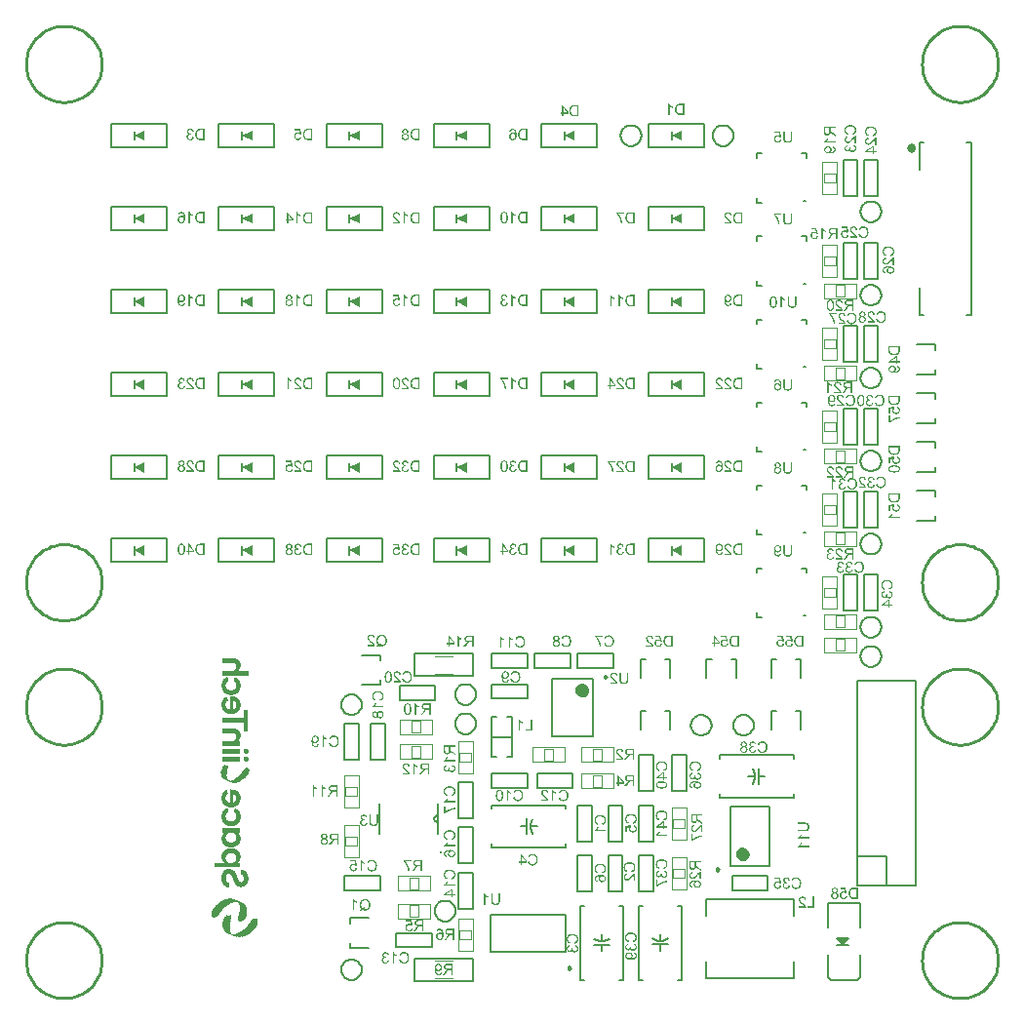
<source format=gbr>
G04*
G04 #@! TF.GenerationSoftware,Altium Limited,Altium Designer,24.1.2 (44)*
G04*
G04 Layer_Color=32896*
%FSLAX44Y44*%
%MOMM*%
G71*
G04*
G04 #@! TF.SameCoordinates,5314DEDE-577F-4EBF-A64F-C18D5B13DC84*
G04*
G04*
G04 #@! TF.FilePolarity,Positive*
G04*
G01*
G75*
%ADD11C,0.1500*%
%ADD12C,0.2540*%
%ADD22C,0.6000*%
%ADD85C,0.2500*%
%ADD86C,0.2540*%
%ADD87C,0.1524*%
%ADD88C,0.1270*%
%ADD89C,0.5080*%
%ADD90C,0.2000*%
%ADD91C,0.1000*%
%ADD92C,0.1016*%
G36*
X181535Y184165D02*
X182688D01*
Y184069D01*
X183264D01*
Y183973D01*
X183552D01*
Y183877D01*
X184128D01*
Y183781D01*
X184321D01*
Y183685D01*
X184705D01*
Y183589D01*
X184897D01*
Y183493D01*
X185089D01*
Y183396D01*
X185377D01*
Y183300D01*
X185569D01*
Y183204D01*
X185761D01*
Y183108D01*
X185953D01*
Y183012D01*
X186049D01*
Y182916D01*
X186241D01*
Y182820D01*
X186337D01*
Y182724D01*
X186529D01*
Y182628D01*
X186625D01*
Y182532D01*
X186817D01*
Y182436D01*
X186913D01*
Y182340D01*
X187010D01*
Y182244D01*
X187201D01*
Y182052D01*
X187394D01*
Y181956D01*
X187490D01*
Y181764D01*
X187682D01*
Y181572D01*
X187778D01*
Y181476D01*
X187874D01*
Y181380D01*
X187970D01*
Y181284D01*
X188066D01*
Y181188D01*
X188162D01*
Y180996D01*
X188258D01*
Y180900D01*
X188354D01*
Y180707D01*
X188450D01*
Y180515D01*
X188546D01*
Y180323D01*
X188642D01*
Y180131D01*
X188738D01*
Y179939D01*
X188834D01*
Y179651D01*
X188930D01*
Y179459D01*
X189026D01*
Y179171D01*
X189122D01*
Y178787D01*
X189218D01*
Y178403D01*
X189314D01*
Y177442D01*
X189410D01*
Y176002D01*
X189314D01*
Y174945D01*
X189218D01*
Y174657D01*
X189122D01*
Y174177D01*
X189026D01*
Y173889D01*
X188930D01*
Y173697D01*
X188834D01*
Y173313D01*
X188738D01*
Y173217D01*
X188642D01*
Y172833D01*
X188546D01*
Y172737D01*
X188450D01*
Y172545D01*
X188354D01*
Y172353D01*
X188258D01*
Y172257D01*
X188162D01*
Y172064D01*
X188066D01*
Y171872D01*
X187970D01*
Y171776D01*
X187874D01*
Y171680D01*
X187778D01*
Y171584D01*
X187682D01*
Y171392D01*
X187586D01*
Y171296D01*
X187490D01*
Y171200D01*
X187394D01*
Y171104D01*
X187298D01*
Y171008D01*
X187201D01*
Y170912D01*
X187106D01*
Y170816D01*
X187010D01*
Y170720D01*
X186913D01*
Y170624D01*
X186817D01*
Y170528D01*
X186625D01*
Y170432D01*
X186529D01*
Y170336D01*
X186433D01*
Y170240D01*
X186337D01*
Y170144D01*
X186145D01*
Y170048D01*
X185953D01*
Y169952D01*
X185857D01*
Y169856D01*
X185665D01*
Y169760D01*
X185569D01*
Y169664D01*
X185377D01*
Y169568D01*
X185089D01*
Y169471D01*
X184897D01*
Y169375D01*
X184609D01*
Y169279D01*
X184513D01*
Y169183D01*
X184032D01*
Y169087D01*
X183744D01*
Y168991D01*
X183456D01*
Y168895D01*
X182784D01*
Y168799D01*
X182208D01*
Y168703D01*
X180095D01*
Y168799D01*
X179519D01*
Y168895D01*
X178847D01*
Y168991D01*
X178559D01*
Y169087D01*
X178270D01*
Y169183D01*
X177886D01*
Y169279D01*
X177694D01*
Y169375D01*
X177310D01*
Y169471D01*
X177214D01*
Y169568D01*
X177022D01*
Y169664D01*
X176734D01*
Y169760D01*
X176638D01*
Y169856D01*
X176446D01*
Y169952D01*
X176350D01*
Y170048D01*
X176158D01*
Y170144D01*
X175966D01*
Y170240D01*
X175870D01*
Y170336D01*
X175774D01*
Y170432D01*
X175677D01*
Y170528D01*
X175485D01*
Y170720D01*
X175293D01*
Y170816D01*
X175197D01*
Y170912D01*
X175101D01*
Y171008D01*
X175005D01*
Y171104D01*
X174909D01*
Y171200D01*
X174813D01*
Y171392D01*
X174717D01*
Y171488D01*
X174621D01*
Y171584D01*
X174525D01*
Y171680D01*
X174429D01*
Y171776D01*
X174333D01*
Y171968D01*
X174237D01*
Y172064D01*
X174141D01*
Y172257D01*
X174045D01*
Y172353D01*
X173949D01*
Y172545D01*
X173853D01*
Y172737D01*
X173757D01*
Y172833D01*
X173661D01*
Y173217D01*
X173565D01*
Y173313D01*
X173469D01*
Y173697D01*
X173373D01*
Y173889D01*
X173277D01*
Y174273D01*
X173181D01*
Y174753D01*
X173085D01*
Y175042D01*
X172988D01*
Y178403D01*
X173085D01*
Y178691D01*
X173181D01*
Y179267D01*
X173277D01*
Y179459D01*
X173373D01*
Y179747D01*
X173469D01*
Y180035D01*
X173565D01*
Y180227D01*
X173661D01*
Y180515D01*
X173757D01*
Y180611D01*
X173853D01*
Y180804D01*
X173949D01*
Y180996D01*
X174045D01*
Y181188D01*
X174141D01*
Y181380D01*
X174237D01*
Y181476D01*
X174333D01*
Y181572D01*
X174429D01*
Y181764D01*
X174525D01*
Y181860D01*
X174621D01*
Y181956D01*
X174717D01*
Y182052D01*
X174813D01*
Y182148D01*
X174909D01*
Y182244D01*
X175005D01*
Y182436D01*
X175101D01*
Y182532D01*
X175293D01*
Y182628D01*
X175389D01*
Y182724D01*
X175485D01*
Y182820D01*
X175581D01*
Y182916D01*
X175774D01*
Y183012D01*
X175870D01*
Y183108D01*
X175966D01*
Y183204D01*
X176158D01*
Y183300D01*
X176254D01*
Y183396D01*
X176446D01*
Y183493D01*
X176542D01*
Y183589D01*
X176734D01*
Y183685D01*
X177022D01*
Y183781D01*
X177310D01*
Y183685D01*
X177406D01*
Y183589D01*
X177502D01*
Y183300D01*
X177598D01*
Y183012D01*
X177694D01*
Y182820D01*
X177790D01*
Y182436D01*
X177886D01*
Y182244D01*
X177982D01*
Y181860D01*
X178078D01*
Y181668D01*
X178174D01*
Y181476D01*
X178270D01*
Y181092D01*
X178366D01*
Y180804D01*
X178462D01*
Y180707D01*
X178366D01*
Y180515D01*
X178270D01*
Y180227D01*
X178078D01*
Y180131D01*
X177982D01*
Y180035D01*
X177886D01*
Y179939D01*
X177790D01*
Y179843D01*
X177694D01*
Y179747D01*
X177502D01*
Y179651D01*
X177406D01*
Y179555D01*
X177310D01*
Y179363D01*
X177214D01*
Y179267D01*
X177118D01*
Y179171D01*
X177022D01*
Y178979D01*
X176926D01*
Y178787D01*
X176830D01*
Y178595D01*
X176734D01*
Y178403D01*
X176638D01*
Y177922D01*
X176542D01*
Y177634D01*
X176446D01*
Y175906D01*
X176542D01*
Y175618D01*
X176638D01*
Y175234D01*
X176734D01*
Y175138D01*
X176830D01*
Y174849D01*
X176926D01*
Y174753D01*
X177022D01*
Y174561D01*
X177118D01*
Y174465D01*
X177214D01*
Y174369D01*
X177310D01*
Y174273D01*
X177406D01*
Y174177D01*
X177502D01*
Y174081D01*
X177598D01*
Y173985D01*
X177694D01*
Y173889D01*
X177790D01*
Y173793D01*
X177886D01*
Y173697D01*
X178078D01*
Y173601D01*
X178174D01*
Y173505D01*
X178462D01*
Y173409D01*
X178559D01*
Y173313D01*
X178750D01*
Y173217D01*
X179039D01*
Y173121D01*
X179231D01*
Y173025D01*
X179903D01*
Y173121D01*
X179999D01*
Y183781D01*
X179903D01*
Y183973D01*
X179999D01*
Y184069D01*
X180095D01*
Y184165D01*
X180191D01*
Y184261D01*
X181535D01*
Y184165D01*
D02*
G37*
G36*
X178078Y167839D02*
X178174D01*
Y167647D01*
X178270D01*
Y167071D01*
X178366D01*
Y166783D01*
X178462D01*
Y166206D01*
X178559D01*
Y166014D01*
X178654D01*
Y165534D01*
X178750D01*
Y165054D01*
X178847D01*
Y164574D01*
X178750D01*
Y164382D01*
X178654D01*
Y164286D01*
X178559D01*
Y164190D01*
X178462D01*
Y164094D01*
X178270D01*
Y163998D01*
X178174D01*
Y163902D01*
X177982D01*
Y163806D01*
X177886D01*
Y163710D01*
X177790D01*
Y163613D01*
X177598D01*
Y163517D01*
X177502D01*
Y163421D01*
X177406D01*
Y163229D01*
X177310D01*
Y163133D01*
X177214D01*
Y163037D01*
X177118D01*
Y162845D01*
X177022D01*
Y162653D01*
X176926D01*
Y162557D01*
X176830D01*
Y162173D01*
X176734D01*
Y161981D01*
X176638D01*
Y161405D01*
X176542D01*
Y160828D01*
X176446D01*
Y160636D01*
X176542D01*
Y159964D01*
X176638D01*
Y159388D01*
X176734D01*
Y159196D01*
X176830D01*
Y158812D01*
X176926D01*
Y158716D01*
X177022D01*
Y158524D01*
X177118D01*
Y158332D01*
X177214D01*
Y158236D01*
X177310D01*
Y158043D01*
X177406D01*
Y157947D01*
X177502D01*
Y157851D01*
X177598D01*
Y157755D01*
X177694D01*
Y157659D01*
X177790D01*
Y157563D01*
X177886D01*
Y157467D01*
X177982D01*
Y157371D01*
X178174D01*
Y157275D01*
X178270D01*
Y157179D01*
X178462D01*
Y157083D01*
X178559D01*
Y156987D01*
X178750D01*
Y156891D01*
X179039D01*
Y156795D01*
X179231D01*
Y156699D01*
X179615D01*
Y156603D01*
X179903D01*
Y156507D01*
X180479D01*
Y156411D01*
X181824D01*
Y156507D01*
X182400D01*
Y156603D01*
X182688D01*
Y156699D01*
X183168D01*
Y156795D01*
X183264D01*
Y156891D01*
X183552D01*
Y156987D01*
X183744D01*
Y157083D01*
X183936D01*
Y157179D01*
X184032D01*
Y157275D01*
X184224D01*
Y157371D01*
X184321D01*
Y157467D01*
X184417D01*
Y157563D01*
X184513D01*
Y157659D01*
X184705D01*
Y157851D01*
X184801D01*
Y157947D01*
X184897D01*
Y158043D01*
X184993D01*
Y158236D01*
X185089D01*
Y158332D01*
X185185D01*
Y158524D01*
X185281D01*
Y158620D01*
X185377D01*
Y158812D01*
X185473D01*
Y159100D01*
X185569D01*
Y159292D01*
X185665D01*
Y159772D01*
X185761D01*
Y161021D01*
X185857D01*
Y161117D01*
X185761D01*
Y161405D01*
X185665D01*
Y162077D01*
X185569D01*
Y162269D01*
X185473D01*
Y162557D01*
X185377D01*
Y162749D01*
X185281D01*
Y162845D01*
X185185D01*
Y163037D01*
X185089D01*
Y163133D01*
X184993D01*
Y163325D01*
X184897D01*
Y163421D01*
X184705D01*
Y163613D01*
X184513D01*
Y163806D01*
X184321D01*
Y163902D01*
X184224D01*
Y163998D01*
X184128D01*
Y164094D01*
X183840D01*
Y164190D01*
X183744D01*
Y164382D01*
X183648D01*
Y164574D01*
X183552D01*
Y165054D01*
X183648D01*
Y165342D01*
X183744D01*
Y165630D01*
X183840D01*
Y166014D01*
X183936D01*
Y166302D01*
X184032D01*
Y166783D01*
X184128D01*
Y166975D01*
X184224D01*
Y167359D01*
X184321D01*
Y167551D01*
X184417D01*
Y167647D01*
X184993D01*
Y167551D01*
X185185D01*
Y167455D01*
X185473D01*
Y167359D01*
X185569D01*
Y167263D01*
X185857D01*
Y167167D01*
X185953D01*
Y167071D01*
X186145D01*
Y166975D01*
X186337D01*
Y166879D01*
X186433D01*
Y166783D01*
X186625D01*
Y166686D01*
X186721D01*
Y166590D01*
X186913D01*
Y166495D01*
X187010D01*
Y166398D01*
X187106D01*
Y166302D01*
X187201D01*
Y166206D01*
X187298D01*
Y166110D01*
X187394D01*
Y166014D01*
X187490D01*
Y165918D01*
X187586D01*
Y165822D01*
X187682D01*
Y165726D01*
X187778D01*
Y165630D01*
X187874D01*
Y165534D01*
X187970D01*
Y165342D01*
X188066D01*
Y165246D01*
X188162D01*
Y165054D01*
X188258D01*
Y164958D01*
X188354D01*
Y164766D01*
X188450D01*
Y164574D01*
X188546D01*
Y164478D01*
X188642D01*
Y164190D01*
X188738D01*
Y163998D01*
X188834D01*
Y163710D01*
X188930D01*
Y163517D01*
X189026D01*
Y163133D01*
X189122D01*
Y162653D01*
X189218D01*
Y162269D01*
X189314D01*
Y161309D01*
X189410D01*
Y159772D01*
X189314D01*
Y158716D01*
X189218D01*
Y158332D01*
X189122D01*
Y157947D01*
X189026D01*
Y157563D01*
X188930D01*
Y157371D01*
X188834D01*
Y156987D01*
X188738D01*
Y156795D01*
X188642D01*
Y156603D01*
X188546D01*
Y156411D01*
X188450D01*
Y156219D01*
X188354D01*
Y156027D01*
X188258D01*
Y155931D01*
X188162D01*
Y155739D01*
X188066D01*
Y155547D01*
X187970D01*
Y155451D01*
X187874D01*
Y155354D01*
X187778D01*
Y155259D01*
X187682D01*
Y155066D01*
X187586D01*
Y154970D01*
X187490D01*
Y154874D01*
X187394D01*
Y154682D01*
X187201D01*
Y154490D01*
X187010D01*
Y154394D01*
X186913D01*
Y154298D01*
X186817D01*
Y154202D01*
X186721D01*
Y154106D01*
X186625D01*
Y154010D01*
X186433D01*
Y153914D01*
X186337D01*
Y153818D01*
X186241D01*
Y153722D01*
X186049D01*
Y153626D01*
X185953D01*
Y153530D01*
X185761D01*
Y153434D01*
X185569D01*
Y153338D01*
X185473D01*
Y153242D01*
X185185D01*
Y153146D01*
X184993D01*
Y153050D01*
X184705D01*
Y152954D01*
X184513D01*
Y152858D01*
X184224D01*
Y152762D01*
X183936D01*
Y152666D01*
X183648D01*
Y152570D01*
X183072D01*
Y152473D01*
X182688D01*
Y152378D01*
X179615D01*
Y152473D01*
X179231D01*
Y152570D01*
X178654D01*
Y152666D01*
X178462D01*
Y152762D01*
X177982D01*
Y152858D01*
X177790D01*
Y152954D01*
X177598D01*
Y153050D01*
X177310D01*
Y153146D01*
X177118D01*
Y153242D01*
X176926D01*
Y153338D01*
X176734D01*
Y153434D01*
X176542D01*
Y153530D01*
X176350D01*
Y153626D01*
X176254D01*
Y153722D01*
X176062D01*
Y153818D01*
X175966D01*
Y153914D01*
X175870D01*
Y154010D01*
X175774D01*
Y154106D01*
X175581D01*
Y154202D01*
X175485D01*
Y154298D01*
X175389D01*
Y154394D01*
X175293D01*
Y154490D01*
X175197D01*
Y154586D01*
X175101D01*
Y154682D01*
X175005D01*
Y154778D01*
X174909D01*
Y154874D01*
X174813D01*
Y154970D01*
X174717D01*
Y155066D01*
X174621D01*
Y155259D01*
X174525D01*
Y155354D01*
X174429D01*
Y155451D01*
X174333D01*
Y155643D01*
X174237D01*
Y155739D01*
X174141D01*
Y155931D01*
X174045D01*
Y156027D01*
X173949D01*
Y156219D01*
X173853D01*
Y156411D01*
X173757D01*
Y156603D01*
X173661D01*
Y156891D01*
X173565D01*
Y157083D01*
X173469D01*
Y157371D01*
X173373D01*
Y157659D01*
X173277D01*
Y157947D01*
X173181D01*
Y158428D01*
X173085D01*
Y158812D01*
X172988D01*
Y158908D01*
Y159004D01*
Y162173D01*
X173085D01*
Y162557D01*
X173181D01*
Y163133D01*
X173277D01*
Y163421D01*
X173373D01*
Y163613D01*
X173469D01*
Y163998D01*
X173565D01*
Y164190D01*
X173661D01*
Y164478D01*
X173757D01*
Y164574D01*
X173853D01*
Y164766D01*
X173949D01*
Y164958D01*
X174045D01*
Y165054D01*
X174141D01*
Y165246D01*
X174237D01*
Y165342D01*
X174333D01*
Y165534D01*
X174429D01*
Y165630D01*
X174525D01*
Y165726D01*
X174621D01*
Y165918D01*
X174813D01*
Y166110D01*
X174909D01*
Y166206D01*
X175005D01*
Y166302D01*
X175101D01*
Y166398D01*
X175197D01*
Y166495D01*
X175293D01*
Y166590D01*
X175485D01*
Y166686D01*
X175581D01*
Y166783D01*
X175677D01*
Y166879D01*
X175774D01*
Y166975D01*
X175966D01*
Y167071D01*
X176158D01*
Y167167D01*
X176254D01*
Y167263D01*
X176446D01*
Y167359D01*
X176542D01*
Y167455D01*
X176734D01*
Y167551D01*
X176926D01*
Y167647D01*
X177022D01*
Y167743D01*
X177406D01*
Y167839D01*
X177502D01*
Y167935D01*
X178078D01*
Y167839D01*
D02*
G37*
G36*
X188834Y150361D02*
X189026D01*
Y150169D01*
X189122D01*
Y147000D01*
X189026D01*
Y146807D01*
X188834D01*
Y146712D01*
X187874D01*
Y146615D01*
X187201D01*
Y146327D01*
X187394D01*
Y146231D01*
X187490D01*
Y146135D01*
X187586D01*
Y146039D01*
X187682D01*
Y145943D01*
X187778D01*
Y145847D01*
X187874D01*
Y145751D01*
X187970D01*
Y145655D01*
X188066D01*
Y145559D01*
X188162D01*
Y145367D01*
X188258D01*
Y145175D01*
X188354D01*
Y145079D01*
X188450D01*
Y144887D01*
X188546D01*
Y144791D01*
X188642D01*
Y144599D01*
X188738D01*
Y144407D01*
X188834D01*
Y144119D01*
X188930D01*
Y143926D01*
X189026D01*
Y143638D01*
X189122D01*
Y143254D01*
X189218D01*
Y142966D01*
X189314D01*
Y142102D01*
X189410D01*
Y140853D01*
X189314D01*
Y139797D01*
X189218D01*
Y139509D01*
X189122D01*
Y139125D01*
X189026D01*
Y138837D01*
X188930D01*
Y138549D01*
X188834D01*
Y138260D01*
X188738D01*
Y138164D01*
X188642D01*
Y137876D01*
X188546D01*
Y137684D01*
X188450D01*
Y137588D01*
X188354D01*
Y137396D01*
X188258D01*
Y137300D01*
X188162D01*
Y137108D01*
X188066D01*
Y137012D01*
X187970D01*
Y136916D01*
X187874D01*
Y136724D01*
X187778D01*
Y136628D01*
X187682D01*
Y136532D01*
X187586D01*
Y136436D01*
X187490D01*
Y136340D01*
X187394D01*
Y136244D01*
X187298D01*
Y136148D01*
X187201D01*
Y136052D01*
X187106D01*
Y135956D01*
X187010D01*
Y135860D01*
X186913D01*
Y135764D01*
X186721D01*
Y135668D01*
X186625D01*
Y135571D01*
X186529D01*
Y135476D01*
X186337D01*
Y135379D01*
X186241D01*
Y135283D01*
X186049D01*
Y135187D01*
X185857D01*
Y135091D01*
X185665D01*
Y134995D01*
X185473D01*
Y134899D01*
X185377D01*
Y134803D01*
X184993D01*
Y134707D01*
X184897D01*
Y134611D01*
X184513D01*
Y134515D01*
X184321D01*
Y134419D01*
X183936D01*
Y134323D01*
X183552D01*
Y134227D01*
X183168D01*
Y134131D01*
X182112D01*
Y134035D01*
X180191D01*
Y134131D01*
X179135D01*
Y134227D01*
X178847D01*
Y134323D01*
X178366D01*
Y134419D01*
X178078D01*
Y134515D01*
X177790D01*
Y134611D01*
X177406D01*
Y134707D01*
X177310D01*
Y134803D01*
X177022D01*
Y134899D01*
X176830D01*
Y134995D01*
X176638D01*
Y135091D01*
X176446D01*
Y135187D01*
X176350D01*
Y135283D01*
X176062D01*
Y135379D01*
X175966D01*
Y135476D01*
X175870D01*
Y135571D01*
X175677D01*
Y135668D01*
X175581D01*
Y135764D01*
X175485D01*
Y135860D01*
X175389D01*
Y135956D01*
X175197D01*
Y136052D01*
X175101D01*
Y136148D01*
X175005D01*
Y136244D01*
X174909D01*
Y136340D01*
X174813D01*
Y136436D01*
X174717D01*
Y136532D01*
X174621D01*
Y136628D01*
X174525D01*
Y136724D01*
X174429D01*
Y136916D01*
X174333D01*
Y137012D01*
X174237D01*
Y137108D01*
X174141D01*
Y137300D01*
X174045D01*
Y137396D01*
X173949D01*
Y137588D01*
X173853D01*
Y137780D01*
X173757D01*
Y137876D01*
X173661D01*
Y138164D01*
X173565D01*
Y138260D01*
X173469D01*
Y138645D01*
X173373D01*
Y138837D01*
X173277D01*
Y139125D01*
X173181D01*
Y139605D01*
X173085D01*
Y139893D01*
X172988D01*
Y142870D01*
X173085D01*
Y143158D01*
X173181D01*
Y143638D01*
X173277D01*
Y143926D01*
X173373D01*
Y144119D01*
X173469D01*
Y144407D01*
X173565D01*
Y144503D01*
X173661D01*
Y144791D01*
X173757D01*
Y144887D01*
X173853D01*
Y145079D01*
X173949D01*
Y145175D01*
X174045D01*
Y145271D01*
X174141D01*
Y145463D01*
X174237D01*
Y145559D01*
X174333D01*
Y145751D01*
X174429D01*
Y145847D01*
X174525D01*
Y145943D01*
X174621D01*
Y146039D01*
X174717D01*
Y146135D01*
X174813D01*
Y146231D01*
X174909D01*
Y146327D01*
X175101D01*
Y146615D01*
X174429D01*
Y146712D01*
X173469D01*
Y146807D01*
X173277D01*
Y146903D01*
X173181D01*
Y150169D01*
X173277D01*
Y150265D01*
X173373D01*
Y150361D01*
X173469D01*
Y150457D01*
X188834D01*
Y150361D01*
D02*
G37*
G36*
X180863Y132979D02*
X182784D01*
Y132883D01*
X183360D01*
Y132787D01*
X183648D01*
Y132690D01*
X184128D01*
Y132594D01*
X184321D01*
Y132498D01*
X184705D01*
Y132402D01*
X184897D01*
Y132306D01*
X185185D01*
Y132210D01*
X185377D01*
Y132114D01*
X185473D01*
Y132018D01*
X185761D01*
Y131922D01*
X185953D01*
Y131826D01*
X186145D01*
Y131730D01*
X186241D01*
Y131634D01*
X186337D01*
Y131538D01*
X186529D01*
Y131442D01*
X186625D01*
Y131346D01*
X186817D01*
Y131250D01*
X186913D01*
Y131154D01*
X187010D01*
Y131058D01*
X187201D01*
Y130962D01*
X187298D01*
Y130866D01*
X187394D01*
Y130770D01*
X187490D01*
Y130674D01*
X187586D01*
Y130578D01*
X187682D01*
Y130386D01*
X187778D01*
Y130290D01*
X187874D01*
Y130194D01*
X187970D01*
Y130002D01*
X188066D01*
Y129906D01*
X188162D01*
Y129810D01*
X188258D01*
Y129617D01*
X188354D01*
Y129425D01*
X188450D01*
Y129329D01*
X188546D01*
Y129137D01*
X188642D01*
Y128945D01*
X188738D01*
Y128753D01*
X188834D01*
Y128465D01*
X188930D01*
Y128273D01*
X189026D01*
Y127985D01*
X189122D01*
Y127601D01*
X189218D01*
Y127217D01*
X189314D01*
Y126256D01*
X189410D01*
Y125008D01*
X189314D01*
Y124143D01*
X189218D01*
Y123759D01*
X189122D01*
Y123375D01*
X189026D01*
Y123183D01*
X188930D01*
Y122991D01*
X188834D01*
Y122607D01*
X188738D01*
Y122511D01*
X188642D01*
Y122319D01*
X188546D01*
Y122127D01*
X188450D01*
Y122031D01*
X188354D01*
Y121839D01*
X188258D01*
Y121743D01*
X188162D01*
Y121551D01*
X188066D01*
Y121454D01*
X187970D01*
Y121358D01*
X187874D01*
Y121263D01*
X187778D01*
Y121166D01*
X187682D01*
Y120974D01*
X187490D01*
Y120878D01*
X187394D01*
Y120782D01*
X187298D01*
Y120686D01*
X187201D01*
Y120494D01*
X187298D01*
Y120398D01*
X187778D01*
Y120302D01*
X188354D01*
Y120398D01*
X188450D01*
Y120302D01*
X189026D01*
Y120110D01*
X189122D01*
Y116941D01*
X189026D01*
Y116749D01*
X188930D01*
Y116653D01*
X166650D01*
Y116749D01*
X166554D01*
Y120494D01*
X166746D01*
Y120590D01*
X175005D01*
Y120686D01*
X174909D01*
Y120878D01*
X174813D01*
Y120974D01*
X174717D01*
Y121070D01*
X174621D01*
Y121166D01*
X174525D01*
Y121263D01*
X174429D01*
Y121358D01*
X174333D01*
Y121454D01*
X174237D01*
Y121551D01*
X174141D01*
Y121743D01*
X174045D01*
Y121839D01*
X173949D01*
Y122031D01*
X173853D01*
Y122223D01*
X173757D01*
Y122319D01*
X173661D01*
Y122511D01*
X173565D01*
Y122703D01*
X173469D01*
Y122991D01*
X173373D01*
Y123183D01*
X173277D01*
Y123471D01*
X173181D01*
Y123951D01*
X173085D01*
Y124143D01*
X172988D01*
Y127121D01*
X173085D01*
Y127505D01*
X173181D01*
Y127889D01*
X173277D01*
Y128177D01*
X173373D01*
Y128465D01*
X173469D01*
Y128753D01*
X173565D01*
Y128849D01*
X173661D01*
Y129137D01*
X173757D01*
Y129329D01*
X173853D01*
Y129425D01*
X173949D01*
Y129617D01*
X174045D01*
Y129713D01*
X174141D01*
Y129906D01*
X174237D01*
Y130002D01*
X174333D01*
Y130194D01*
X174429D01*
Y130290D01*
X174525D01*
Y130386D01*
X174621D01*
Y130482D01*
X174717D01*
Y130578D01*
X174813D01*
Y130674D01*
X174909D01*
Y130770D01*
X175005D01*
Y130866D01*
X175101D01*
Y130962D01*
X175197D01*
Y131058D01*
X175293D01*
Y131154D01*
X175389D01*
Y131250D01*
X175485D01*
Y131346D01*
X175677D01*
Y131442D01*
X175774D01*
Y131538D01*
X175966D01*
Y131634D01*
X176062D01*
Y131730D01*
X176254D01*
Y131826D01*
X176350D01*
Y131922D01*
X176542D01*
Y132018D01*
X176734D01*
Y132114D01*
X176926D01*
Y132210D01*
X177214D01*
Y132306D01*
X177406D01*
Y132402D01*
X177598D01*
Y132498D01*
X177982D01*
Y132594D01*
X178174D01*
Y132690D01*
X178654D01*
Y132787D01*
X178943D01*
Y132883D01*
X179519D01*
Y132979D01*
X180767D01*
Y133075D01*
X180863D01*
Y132979D01*
D02*
G37*
G36*
X180095Y115020D02*
X180767D01*
Y114924D01*
X181343D01*
Y114828D01*
X181535D01*
Y114732D01*
X181920D01*
Y114636D01*
X182112D01*
Y114540D01*
X182400D01*
Y114444D01*
X182496D01*
Y114348D01*
X182688D01*
Y114252D01*
X182880D01*
Y114156D01*
X182976D01*
Y114060D01*
X183168D01*
Y113964D01*
X183264D01*
Y113868D01*
X183360D01*
Y113772D01*
X183552D01*
Y113676D01*
X183648D01*
Y113580D01*
X183744D01*
Y113484D01*
X183840D01*
Y113388D01*
X183936D01*
Y113292D01*
X184032D01*
Y113196D01*
X184128D01*
Y113100D01*
X184224D01*
Y112907D01*
X184321D01*
Y112811D01*
X184417D01*
Y112715D01*
X184513D01*
Y112619D01*
X184609D01*
Y112427D01*
X184705D01*
Y112235D01*
X184801D01*
Y112139D01*
X184897D01*
Y111947D01*
X184993D01*
Y111851D01*
X185089D01*
Y111659D01*
X185185D01*
Y111467D01*
X185281D01*
Y111371D01*
X185377D01*
Y111083D01*
X185473D01*
Y110891D01*
X185569D01*
Y110699D01*
X185665D01*
Y110411D01*
X185761D01*
Y110315D01*
X185857D01*
Y109930D01*
X185953D01*
Y109738D01*
X186049D01*
Y109354D01*
X186145D01*
Y109162D01*
X186241D01*
Y108874D01*
X186337D01*
Y108490D01*
X186433D01*
Y108298D01*
X186529D01*
Y107914D01*
X186625D01*
Y107722D01*
X186721D01*
Y107434D01*
X186817D01*
Y107049D01*
X186913D01*
Y106953D01*
X187010D01*
Y106569D01*
X187106D01*
Y106473D01*
X187201D01*
Y106089D01*
X187298D01*
Y105993D01*
X187394D01*
Y105801D01*
X187490D01*
Y105513D01*
X187586D01*
Y105417D01*
X187682D01*
Y105129D01*
X187778D01*
Y105033D01*
X187874D01*
Y104937D01*
X187970D01*
Y104745D01*
X188066D01*
Y104649D01*
X188162D01*
Y104553D01*
X188258D01*
Y104457D01*
X188354D01*
Y104361D01*
X188450D01*
Y104264D01*
X188546D01*
Y104168D01*
X188642D01*
Y104072D01*
X188834D01*
Y103976D01*
X188930D01*
Y103880D01*
X189218D01*
Y103784D01*
X189410D01*
Y103688D01*
X190467D01*
Y103784D01*
X190659D01*
Y103880D01*
X190851D01*
Y103976D01*
X190947D01*
Y104072D01*
X191139D01*
Y104168D01*
X191235D01*
Y104264D01*
X191331D01*
Y104361D01*
X191427D01*
Y104553D01*
X191523D01*
Y104649D01*
X191619D01*
Y104841D01*
X191715D01*
Y105033D01*
X191811D01*
Y105225D01*
X191907D01*
Y105609D01*
X192003D01*
Y105993D01*
X192099D01*
Y107818D01*
X192003D01*
Y108106D01*
X191907D01*
Y108490D01*
X191811D01*
Y108682D01*
X191715D01*
Y108874D01*
X191619D01*
Y109066D01*
X191523D01*
Y109162D01*
X191427D01*
Y109354D01*
X191331D01*
Y109450D01*
X191235D01*
Y109546D01*
X191139D01*
Y109642D01*
X191043D01*
Y109738D01*
X190851D01*
Y109834D01*
X190755D01*
Y109930D01*
X190563D01*
Y110027D01*
X190467D01*
Y110122D01*
X190275D01*
Y110219D01*
X190083D01*
Y110315D01*
X189986D01*
Y110411D01*
X189698D01*
Y110507D01*
X189506D01*
Y110603D01*
X189410D01*
Y110699D01*
X189314D01*
Y111275D01*
X189410D01*
Y111563D01*
X189506D01*
Y111947D01*
X189602D01*
Y112427D01*
X189698D01*
Y112619D01*
X189794D01*
Y113196D01*
X189890D01*
Y113388D01*
X189986D01*
Y113868D01*
X190083D01*
Y114252D01*
X190179D01*
Y114444D01*
X190275D01*
Y114636D01*
X190851D01*
Y114540D01*
X191139D01*
Y114444D01*
X191427D01*
Y114348D01*
X191619D01*
Y114252D01*
X191907D01*
Y114156D01*
X192003D01*
Y114060D01*
X192291D01*
Y113964D01*
X192483D01*
Y113868D01*
X192579D01*
Y113772D01*
X192771D01*
Y113676D01*
X192964D01*
Y113580D01*
X193156D01*
Y113484D01*
X193252D01*
Y113388D01*
X193348D01*
Y113292D01*
X193444D01*
Y113196D01*
X193540D01*
Y113100D01*
X193732D01*
Y113004D01*
X193828D01*
Y112907D01*
X193924D01*
Y112811D01*
X194020D01*
Y112715D01*
X194116D01*
Y112619D01*
X194212D01*
Y112523D01*
X194308D01*
Y112427D01*
X194404D01*
Y112235D01*
X194500D01*
Y112139D01*
X194596D01*
Y112043D01*
X194692D01*
Y111947D01*
X194788D01*
Y111755D01*
X194884D01*
Y111563D01*
X194980D01*
Y111467D01*
X195076D01*
Y111275D01*
X195172D01*
Y111179D01*
X195268D01*
Y110891D01*
X195364D01*
Y110699D01*
X195460D01*
Y110507D01*
X195557D01*
Y110219D01*
X195653D01*
Y110027D01*
X195749D01*
Y109546D01*
X195845D01*
Y109258D01*
X195941D01*
Y108778D01*
X196037D01*
Y107914D01*
X196133D01*
Y105993D01*
X196037D01*
Y105225D01*
X195941D01*
Y104649D01*
X195845D01*
Y104457D01*
X195749D01*
Y103976D01*
X195653D01*
Y103784D01*
X195557D01*
Y103496D01*
X195460D01*
Y103208D01*
X195364D01*
Y103016D01*
X195268D01*
Y102824D01*
X195172D01*
Y102728D01*
X195076D01*
Y102440D01*
X194980D01*
Y102344D01*
X194884D01*
Y102152D01*
X194788D01*
Y102056D01*
X194692D01*
Y101960D01*
X194596D01*
Y101768D01*
X194500D01*
Y101672D01*
X194404D01*
Y101575D01*
X194308D01*
Y101383D01*
X194212D01*
Y101287D01*
X194116D01*
Y101191D01*
X194020D01*
Y101095D01*
X193924D01*
Y100999D01*
X193828D01*
Y100903D01*
X193732D01*
Y100807D01*
X193636D01*
Y100711D01*
X193444D01*
Y100615D01*
X193348D01*
Y100519D01*
X193252D01*
Y100423D01*
X193060D01*
Y100327D01*
X192964D01*
Y100231D01*
X192771D01*
Y100135D01*
X192675D01*
Y100039D01*
X192387D01*
Y99943D01*
X192195D01*
Y99847D01*
X192003D01*
Y99751D01*
X191715D01*
Y99655D01*
X191523D01*
Y99559D01*
X190947D01*
Y99463D01*
X190467D01*
Y99367D01*
X189218D01*
Y99463D01*
X188642D01*
Y99559D01*
X188162D01*
Y99655D01*
X187970D01*
Y99751D01*
X187586D01*
Y99847D01*
X187394D01*
Y99943D01*
X187201D01*
Y100039D01*
X186913D01*
Y100135D01*
X186817D01*
Y100231D01*
X186625D01*
Y100327D01*
X186529D01*
Y100423D01*
X186337D01*
Y100519D01*
X186241D01*
Y100615D01*
X186145D01*
Y100711D01*
X185953D01*
Y100807D01*
X185857D01*
Y100903D01*
X185761D01*
Y100999D01*
X185665D01*
Y101095D01*
X185569D01*
Y101191D01*
X185473D01*
Y101287D01*
X185377D01*
Y101383D01*
X185281D01*
Y101480D01*
X185185D01*
Y101672D01*
X185089D01*
Y101768D01*
X184993D01*
Y101864D01*
X184897D01*
Y101960D01*
X184801D01*
Y102152D01*
X184705D01*
Y102248D01*
X184609D01*
Y102440D01*
X184513D01*
Y102632D01*
X184417D01*
Y102728D01*
X184321D01*
Y102920D01*
X184224D01*
Y103112D01*
X184128D01*
Y103208D01*
X184032D01*
Y103496D01*
X183936D01*
Y103592D01*
X183840D01*
Y103880D01*
X183744D01*
Y104072D01*
X183648D01*
Y104264D01*
X183552D01*
Y104553D01*
X183456D01*
Y104745D01*
X183360D01*
Y105129D01*
X183264D01*
Y105321D01*
X183168D01*
Y105609D01*
X183072D01*
Y105897D01*
X182976D01*
Y106089D01*
X182880D01*
Y106473D01*
X182784D01*
Y106569D01*
X182688D01*
Y106953D01*
X182592D01*
Y107241D01*
X182496D01*
Y107434D01*
X182400D01*
Y107818D01*
X182304D01*
Y107914D01*
X182208D01*
Y108202D01*
X182112D01*
Y108394D01*
X182016D01*
Y108586D01*
X181920D01*
Y108778D01*
X181824D01*
Y108970D01*
X181728D01*
Y109162D01*
X181632D01*
Y109258D01*
X181535D01*
Y109450D01*
X181439D01*
Y109642D01*
X181343D01*
Y109738D01*
X181247D01*
Y109834D01*
X181151D01*
Y109930D01*
X181055D01*
Y110122D01*
X180863D01*
Y110219D01*
X180767D01*
Y110315D01*
X180671D01*
Y110411D01*
X180479D01*
Y110507D01*
X180383D01*
Y110603D01*
X180095D01*
Y110699D01*
X179903D01*
Y110795D01*
X178559D01*
Y110699D01*
X178366D01*
Y110603D01*
X178078D01*
Y110507D01*
X177982D01*
Y110411D01*
X177886D01*
Y110315D01*
X177790D01*
Y110219D01*
X177694D01*
Y110122D01*
X177598D01*
Y110027D01*
X177502D01*
Y109834D01*
X177406D01*
Y109738D01*
X177310D01*
Y109450D01*
X177214D01*
Y109354D01*
X177118D01*
Y108970D01*
X177022D01*
Y108682D01*
X176926D01*
Y108106D01*
X176830D01*
Y106185D01*
X176926D01*
Y105801D01*
X177022D01*
Y105513D01*
X177118D01*
Y105129D01*
X177214D01*
Y104937D01*
X177310D01*
Y104745D01*
X177406D01*
Y104553D01*
X177502D01*
Y104457D01*
X177598D01*
Y104264D01*
X177694D01*
Y104168D01*
X177790D01*
Y103976D01*
X177982D01*
Y103880D01*
X178078D01*
Y103688D01*
X178270D01*
Y103592D01*
X178366D01*
Y103496D01*
X178559D01*
Y103400D01*
X178654D01*
Y103304D01*
X178750D01*
Y103208D01*
X179039D01*
Y103112D01*
X179135D01*
Y103016D01*
X179327D01*
Y102920D01*
X179519D01*
Y102824D01*
X179711D01*
Y102728D01*
X179903D01*
Y102632D01*
X179999D01*
Y102152D01*
X179903D01*
Y101768D01*
X179807D01*
Y101383D01*
X179711D01*
Y100999D01*
X179615D01*
Y100423D01*
X179519D01*
Y100231D01*
X179423D01*
Y99655D01*
X179327D01*
Y99367D01*
X179231D01*
Y98983D01*
X179135D01*
Y98887D01*
X178366D01*
Y98983D01*
X178174D01*
Y99079D01*
X177886D01*
Y99175D01*
X177694D01*
Y99271D01*
X177502D01*
Y99367D01*
X177214D01*
Y99463D01*
X177118D01*
Y99559D01*
X176830D01*
Y99655D01*
X176734D01*
Y99751D01*
X176542D01*
Y99847D01*
X176350D01*
Y99943D01*
X176254D01*
Y100039D01*
X176062D01*
Y100135D01*
X175966D01*
Y100231D01*
X175870D01*
Y100327D01*
X175774D01*
Y100423D01*
X175581D01*
Y100519D01*
X175485D01*
Y100615D01*
X175389D01*
Y100711D01*
X175293D01*
Y100807D01*
X175197D01*
Y100903D01*
X175101D01*
Y100999D01*
X175005D01*
Y101095D01*
X174909D01*
Y101191D01*
X174813D01*
Y101287D01*
X174717D01*
Y101383D01*
X174621D01*
Y101480D01*
X174525D01*
Y101672D01*
X174429D01*
Y101768D01*
X174333D01*
Y101864D01*
X174237D01*
Y102056D01*
X174141D01*
Y102248D01*
X174045D01*
Y102344D01*
X173949D01*
Y102536D01*
X173853D01*
Y102632D01*
X173757D01*
Y102824D01*
X173661D01*
Y103112D01*
X173565D01*
Y103208D01*
X173469D01*
Y103592D01*
X173373D01*
Y103784D01*
X173277D01*
Y104072D01*
X173181D01*
Y104457D01*
X173085D01*
Y104745D01*
X172988D01*
Y105417D01*
X172892D01*
Y105993D01*
X172796D01*
Y108298D01*
X172892D01*
Y108970D01*
X172988D01*
Y109642D01*
X173085D01*
Y109834D01*
X173181D01*
Y110315D01*
X173277D01*
Y110603D01*
X173373D01*
Y110795D01*
X173469D01*
Y111179D01*
X173565D01*
Y111275D01*
X173661D01*
Y111563D01*
X173757D01*
Y111659D01*
X173853D01*
Y111851D01*
X173949D01*
Y112043D01*
X174045D01*
Y112139D01*
X174141D01*
Y112427D01*
X174237D01*
Y112523D01*
X174333D01*
Y112619D01*
X174429D01*
Y112715D01*
X174525D01*
Y112907D01*
X174621D01*
Y113004D01*
X174717D01*
Y113100D01*
X174813D01*
Y113292D01*
X175005D01*
Y113388D01*
X175101D01*
Y113580D01*
X175293D01*
Y113676D01*
X175389D01*
Y113772D01*
X175485D01*
Y113868D01*
X175677D01*
Y113964D01*
X175774D01*
Y114060D01*
X175870D01*
Y114156D01*
X175966D01*
Y114252D01*
X176254D01*
Y114348D01*
X176350D01*
Y114444D01*
X176542D01*
Y114540D01*
X176734D01*
Y114636D01*
X176926D01*
Y114732D01*
X177310D01*
Y114828D01*
X177502D01*
Y114924D01*
X177886D01*
Y115020D01*
X178462D01*
Y115116D01*
X180095D01*
Y115020D01*
D02*
G37*
G36*
X178654Y75358D02*
Y75262D01*
X177982D01*
Y75358D01*
X178078D01*
Y75454D01*
X178654D01*
Y75358D01*
D02*
G37*
G36*
X179039Y75166D02*
Y75070D01*
X178847D01*
Y75262D01*
X179039D01*
Y75166D01*
D02*
G37*
G36*
X178559Y74974D02*
X178366D01*
Y75070D01*
X178559D01*
Y74974D01*
D02*
G37*
G36*
X180479D02*
X180671D01*
Y74878D01*
Y74782D01*
X180479D01*
Y74974D01*
X180287D01*
Y75070D01*
X180479D01*
Y74974D01*
D02*
G37*
G36*
X180095Y75070D02*
X180191D01*
Y74974D01*
X180287D01*
Y74782D01*
X180191D01*
Y74974D01*
X179999D01*
Y75070D01*
Y75262D01*
X180095D01*
Y75070D01*
D02*
G37*
G36*
X177886Y75166D02*
X177982D01*
Y75070D01*
X178174D01*
Y74974D01*
X178366D01*
Y74782D01*
X178174D01*
Y74974D01*
X177502D01*
Y74782D01*
X177118D01*
Y74974D01*
X177310D01*
Y75070D01*
X177502D01*
Y75166D01*
X177598D01*
Y75262D01*
X177886D01*
Y75166D01*
D02*
G37*
G36*
X177118Y74686D02*
Y74590D01*
X177022D01*
Y74494D01*
X176830D01*
Y74686D01*
X176926D01*
Y74782D01*
X177118D01*
Y74686D01*
D02*
G37*
G36*
X180287Y75550D02*
X180383D01*
Y75454D01*
X180671D01*
Y75358D01*
X180767D01*
Y75262D01*
X180959D01*
Y75070D01*
X181055D01*
Y74974D01*
X181151D01*
Y74494D01*
X181343D01*
Y72093D01*
X181247D01*
Y71997D01*
X181151D01*
Y70749D01*
X181055D01*
Y70653D01*
X180959D01*
Y69788D01*
X180863D01*
Y69596D01*
X180767D01*
Y69308D01*
X180671D01*
Y68636D01*
X180575D01*
Y68444D01*
X180479D01*
Y67484D01*
X180383D01*
Y67291D01*
X180287D01*
Y66139D01*
X180191D01*
Y65659D01*
X180095D01*
Y64699D01*
X179999D01*
Y64026D01*
X180095D01*
Y62778D01*
X180191D01*
Y62394D01*
X180287D01*
Y61625D01*
X180383D01*
Y61433D01*
X180479D01*
Y61049D01*
X180575D01*
Y60761D01*
X180671D01*
Y60569D01*
X180767D01*
Y60281D01*
X180863D01*
Y60185D01*
X180959D01*
Y59897D01*
X181055D01*
Y59705D01*
X181151D01*
Y59609D01*
X181247D01*
Y59417D01*
X181343D01*
Y59321D01*
X181439D01*
Y59128D01*
X181535D01*
Y59033D01*
X181632D01*
Y58840D01*
X181728D01*
Y58744D01*
X181824D01*
Y58648D01*
X181920D01*
Y58552D01*
X182112D01*
Y58456D01*
X182400D01*
Y58360D01*
X182496D01*
Y58264D01*
X182688D01*
Y58360D01*
X182496D01*
Y58456D01*
X182592D01*
Y58552D01*
X182688D01*
Y58456D01*
X183072D01*
Y58552D01*
X183168D01*
Y58648D01*
X184321D01*
Y58744D01*
X184417D01*
Y58840D01*
X185185D01*
Y58936D01*
X185281D01*
Y59033D01*
X185473D01*
Y59128D01*
X186049D01*
Y59225D01*
X186145D01*
Y59321D01*
X186625D01*
Y59417D01*
X186721D01*
Y59513D01*
X186913D01*
Y59609D01*
X187201D01*
Y59705D01*
X187298D01*
Y59801D01*
X187682D01*
Y59897D01*
X187778D01*
Y59993D01*
X188162D01*
Y60089D01*
X188258D01*
Y60185D01*
X188354D01*
Y60281D01*
X188642D01*
Y60377D01*
X188738D01*
Y60473D01*
X189026D01*
Y60569D01*
X189122D01*
Y60665D01*
X189218D01*
Y60761D01*
X189506D01*
Y60857D01*
X189602D01*
Y60953D01*
X189794D01*
Y61049D01*
X189890D01*
Y61145D01*
X190083D01*
Y61241D01*
X190275D01*
Y61337D01*
X190371D01*
Y61433D01*
X190563D01*
Y61529D01*
X190659D01*
Y61625D01*
X190851D01*
Y61721D01*
X190947D01*
Y61817D01*
X191043D01*
Y61913D01*
X191235D01*
Y62010D01*
X191331D01*
Y62106D01*
X191523D01*
Y62202D01*
X191619D01*
Y62298D01*
X191715D01*
Y62394D01*
X191811D01*
Y62490D01*
X191907D01*
Y62586D01*
X192099D01*
Y62682D01*
X192195D01*
Y62778D01*
X192387D01*
Y62874D01*
X192483D01*
Y62970D01*
X192579D01*
Y63066D01*
X192675D01*
Y63162D01*
X192771D01*
Y63258D01*
X192964D01*
Y63354D01*
X193060D01*
Y63546D01*
X193252D01*
Y63642D01*
X193348D01*
Y63738D01*
X193444D01*
Y63834D01*
X193540D01*
Y63930D01*
X193636D01*
Y64026D01*
X193732D01*
Y64122D01*
X193828D01*
Y64218D01*
X193924D01*
Y64314D01*
X194020D01*
Y64410D01*
X194116D01*
Y64506D01*
X194212D01*
Y64602D01*
X194308D01*
Y64699D01*
X194404D01*
Y64795D01*
X194500D01*
Y64890D01*
X194596D01*
Y64987D01*
X194692D01*
Y65083D01*
X194788D01*
Y65179D01*
X194884D01*
Y65275D01*
X194980D01*
Y65371D01*
X195076D01*
Y65563D01*
X195172D01*
Y65659D01*
X195268D01*
Y65755D01*
X195364D01*
Y65851D01*
X195460D01*
Y65947D01*
X195557D01*
Y66043D01*
X195653D01*
Y66235D01*
X195749D01*
Y66331D01*
X195845D01*
Y66427D01*
X195941D01*
Y66523D01*
X196037D01*
Y66715D01*
X196133D01*
Y66811D01*
X196229D01*
Y66907D01*
X196325D01*
Y67099D01*
X196421D01*
Y67195D01*
X196517D01*
Y67387D01*
X196613D01*
Y67484D01*
X196709D01*
Y67579D01*
X196805D01*
Y67772D01*
X196901D01*
Y67868D01*
X196997D01*
Y68060D01*
X197093D01*
Y68156D01*
X197189D01*
Y68348D01*
X197285D01*
Y68444D01*
X197381D01*
Y68540D01*
X197477D01*
Y68732D01*
X197573D01*
Y68828D01*
X197669D01*
Y69020D01*
X197765D01*
Y69116D01*
X197861D01*
Y69212D01*
X197957D01*
Y69308D01*
X198053D01*
Y69500D01*
X198149D01*
Y69596D01*
X198245D01*
Y69692D01*
X198342D01*
Y69884D01*
X198438D01*
Y69980D01*
X198533D01*
Y70076D01*
X198630D01*
Y70172D01*
X198726D01*
Y70268D01*
X198822D01*
Y70364D01*
X198918D01*
Y70461D01*
X199014D01*
Y70557D01*
X199110D01*
Y70653D01*
X199206D01*
Y70749D01*
X199302D01*
Y70845D01*
X199398D01*
Y70941D01*
X199494D01*
Y71037D01*
X199590D01*
Y71133D01*
X199686D01*
Y71229D01*
X199782D01*
Y71325D01*
X199878D01*
Y71421D01*
X200070D01*
Y71517D01*
X200166D01*
Y71613D01*
X200358D01*
Y71709D01*
X200454D01*
Y71805D01*
X200646D01*
Y71901D01*
X200838D01*
Y71997D01*
X200934D01*
Y72093D01*
X201318D01*
Y72189D01*
X201511D01*
Y72285D01*
X202759D01*
Y72189D01*
X202951D01*
Y72093D01*
X203335D01*
Y71997D01*
X203431D01*
Y71901D01*
X203527D01*
Y71805D01*
X203719D01*
Y71709D01*
X203815D01*
Y71517D01*
X203911D01*
Y71421D01*
X204007D01*
Y71325D01*
X204104D01*
Y71133D01*
X204200D01*
Y70941D01*
X204296D01*
Y70557D01*
X204392D01*
Y70364D01*
X204488D01*
Y68348D01*
X204392D01*
Y68060D01*
X204296D01*
Y67579D01*
X204200D01*
Y67195D01*
X204104D01*
Y67099D01*
X204007D01*
Y66619D01*
X203911D01*
Y66523D01*
X203815D01*
Y66331D01*
X203719D01*
Y66139D01*
X203623D01*
Y65947D01*
X203527D01*
Y65659D01*
X203431D01*
Y65563D01*
X203335D01*
Y65371D01*
X203239D01*
Y65275D01*
X203143D01*
Y65083D01*
X203047D01*
Y64987D01*
X202951D01*
Y64890D01*
X202855D01*
Y64602D01*
X202759D01*
Y64506D01*
X202663D01*
Y64410D01*
X202567D01*
Y64218D01*
X202471D01*
Y64122D01*
X202375D01*
Y63930D01*
X202279D01*
Y63834D01*
X202183D01*
Y63738D01*
X202087D01*
Y63642D01*
X201991D01*
Y63450D01*
X201895D01*
Y63354D01*
X201799D01*
Y63258D01*
X201703D01*
Y63066D01*
X201607D01*
Y62970D01*
X201511D01*
Y62874D01*
X201415D01*
Y62778D01*
X201318D01*
Y62682D01*
X201222D01*
Y62490D01*
X201030D01*
Y62298D01*
X200934D01*
Y62202D01*
X200838D01*
Y62106D01*
X200742D01*
Y62010D01*
X200646D01*
Y61913D01*
X200550D01*
Y61817D01*
X200454D01*
Y61721D01*
X200358D01*
Y61625D01*
X200262D01*
Y61529D01*
X200166D01*
Y61433D01*
X200070D01*
Y61337D01*
X199974D01*
Y61241D01*
X199878D01*
Y61145D01*
X199782D01*
Y61049D01*
X199686D01*
Y60953D01*
X199590D01*
Y60857D01*
X199494D01*
Y60761D01*
X199398D01*
Y60665D01*
X199206D01*
Y60569D01*
X199110D01*
Y60473D01*
X199014D01*
Y60377D01*
X198918D01*
Y60281D01*
X198822D01*
Y60185D01*
X198726D01*
Y60089D01*
X198630D01*
Y59993D01*
X198342D01*
Y59801D01*
X198149D01*
Y59705D01*
X198053D01*
Y59609D01*
X197957D01*
Y59513D01*
X197765D01*
Y59321D01*
X197477D01*
Y59225D01*
X197381D01*
Y59128D01*
X197285D01*
Y59033D01*
X197093D01*
Y58840D01*
X196805D01*
Y58744D01*
X196709D01*
Y58648D01*
X196517D01*
Y58552D01*
X196421D01*
Y58456D01*
X196229D01*
Y58360D01*
X196037D01*
Y58264D01*
X195941D01*
Y58168D01*
X195653D01*
Y58360D01*
X195172D01*
Y58168D01*
X195653D01*
Y57976D01*
X195364D01*
Y57880D01*
X195172D01*
Y57784D01*
X195076D01*
Y57688D01*
X194692D01*
Y57880D01*
X194212D01*
Y57784D01*
X194308D01*
Y57688D01*
X194692D01*
Y57496D01*
X194404D01*
Y57400D01*
X194212D01*
Y57304D01*
X194116D01*
Y57208D01*
X193732D01*
Y57112D01*
X193636D01*
Y57016D01*
X193252D01*
Y56920D01*
X193156D01*
Y56824D01*
X192771D01*
Y56728D01*
X192483D01*
Y56632D01*
X192387D01*
Y56536D01*
X191811D01*
Y56440D01*
X191715D01*
Y56343D01*
X190947D01*
Y56248D01*
X190755D01*
Y56151D01*
X190563D01*
Y56055D01*
X186337D01*
Y56151D01*
X186241D01*
Y56248D01*
X186049D01*
Y56343D01*
X185281D01*
Y56440D01*
X184993D01*
Y56536D01*
X184609D01*
Y56632D01*
X184513D01*
Y56728D01*
X184032D01*
Y56824D01*
X183936D01*
Y56920D01*
X183552D01*
Y57016D01*
X183360D01*
Y57112D01*
X183072D01*
Y57208D01*
X182784D01*
Y57304D01*
X182688D01*
Y57400D01*
X182304D01*
Y57496D01*
X182112D01*
Y57592D01*
X181824D01*
Y57688D01*
X181632D01*
Y57784D01*
X181439D01*
Y57880D01*
X181151D01*
Y57976D01*
X181055D01*
Y58072D01*
X180671D01*
Y58168D01*
X180575D01*
Y58264D01*
X180287D01*
Y58360D01*
X180095D01*
Y58456D01*
X179903D01*
Y58552D01*
X179615D01*
Y58648D01*
X179519D01*
Y58744D01*
X179231D01*
Y58840D01*
X179039D01*
Y58936D01*
X178943D01*
Y59033D01*
X178654D01*
Y59128D01*
X178559D01*
Y59225D01*
X178270D01*
Y59321D01*
X178174D01*
Y59417D01*
X177982D01*
Y59513D01*
X177790D01*
Y59609D01*
X177694D01*
Y59705D01*
X177406D01*
Y59801D01*
X177310D01*
Y59897D01*
X177118D01*
Y59993D01*
X177022D01*
Y60089D01*
X176830D01*
Y60185D01*
X176734D01*
Y60281D01*
X176638D01*
Y60377D01*
X176446D01*
Y60473D01*
X176350D01*
Y60569D01*
X176254D01*
Y60665D01*
X176158D01*
Y60761D01*
X176062D01*
Y60857D01*
X175966D01*
Y60953D01*
X175870D01*
Y61049D01*
X175774D01*
Y61145D01*
X175677D01*
Y61241D01*
X175581D01*
Y61337D01*
X175485D01*
Y61529D01*
X175389D01*
Y61625D01*
X175293D01*
Y61817D01*
X175197D01*
Y61913D01*
X175101D01*
Y62106D01*
X175005D01*
Y62202D01*
X174909D01*
Y62394D01*
X174813D01*
Y62586D01*
X174717D01*
Y62682D01*
X174621D01*
Y62970D01*
X174525D01*
Y63162D01*
X174429D01*
Y63450D01*
X174333D01*
Y63738D01*
X174237D01*
Y63930D01*
X174141D01*
Y64410D01*
X174045D01*
Y64602D01*
X173949D01*
Y65659D01*
X173853D01*
Y66235D01*
X173757D01*
Y68252D01*
X173853D01*
Y68636D01*
X173949D01*
Y69596D01*
X174045D01*
Y69884D01*
X174141D01*
Y70076D01*
X174237D01*
Y70653D01*
X174333D01*
Y70749D01*
X174429D01*
Y71325D01*
X174525D01*
Y71421D01*
X174621D01*
Y71613D01*
X174717D01*
Y71901D01*
X174813D01*
Y71997D01*
X174909D01*
Y71613D01*
X175101D01*
Y71901D01*
X175005D01*
Y71997D01*
X174909D01*
Y72381D01*
X175005D01*
Y72477D01*
X175101D01*
Y72285D01*
X175197D01*
Y71997D01*
X175293D01*
Y72477D01*
X175101D01*
Y72669D01*
X175197D01*
Y72861D01*
X175389D01*
Y72381D01*
X175485D01*
Y72477D01*
X175581D01*
Y72669D01*
X175485D01*
Y72861D01*
X175389D01*
Y73149D01*
X175485D01*
Y73246D01*
X175581D01*
Y73438D01*
X175677D01*
Y73534D01*
X175870D01*
Y73822D01*
X175966D01*
Y73918D01*
X176062D01*
Y74014D01*
X176158D01*
Y74110D01*
X176254D01*
Y74206D01*
X176350D01*
Y74302D01*
X176542D01*
Y74110D01*
X176638D01*
Y74302D01*
X176542D01*
Y74494D01*
X176734D01*
Y74398D01*
X177214D01*
Y74494D01*
X177502D01*
Y74398D01*
X177598D01*
Y74494D01*
X180671D01*
Y74398D01*
X180863D01*
Y74494D01*
X180959D01*
Y72093D01*
X181151D01*
Y74494D01*
X180959D01*
Y74974D01*
X180671D01*
Y75070D01*
Y75166D01*
Y75262D01*
X180383D01*
Y75454D01*
X178654D01*
Y75646D01*
X180287D01*
Y75550D01*
D02*
G37*
G36*
X181535Y89475D02*
X182016D01*
Y89379D01*
X182688D01*
Y89283D01*
X182880D01*
Y89187D01*
X183264D01*
Y89091D01*
X183552D01*
Y88995D01*
X183744D01*
Y88899D01*
X184128D01*
Y88803D01*
X184321D01*
Y88707D01*
X184705D01*
Y88611D01*
X184897D01*
Y88515D01*
X185185D01*
Y88419D01*
X185473D01*
Y88323D01*
X185569D01*
Y88227D01*
X185953D01*
Y88131D01*
X186145D01*
Y88035D01*
X186433D01*
Y87939D01*
X186625D01*
Y87843D01*
X186817D01*
Y87747D01*
X187106D01*
Y87651D01*
X187298D01*
Y87555D01*
X187586D01*
Y87458D01*
X187778D01*
Y87362D01*
X187970D01*
Y87266D01*
X188258D01*
Y87170D01*
X188354D01*
Y87074D01*
X188738D01*
Y86978D01*
X188834D01*
Y86882D01*
X189122D01*
Y86786D01*
X189314D01*
Y86690D01*
X189410D01*
Y86594D01*
X189794D01*
Y86498D01*
X189890D01*
Y86402D01*
X190179D01*
Y86306D01*
X190275D01*
Y86210D01*
X190467D01*
Y86114D01*
X190659D01*
Y86018D01*
X190851D01*
Y85922D01*
X191043D01*
Y85826D01*
X191235D01*
Y85730D01*
X191427D01*
Y85634D01*
X191523D01*
Y85538D01*
X191715D01*
Y85442D01*
X191811D01*
Y85346D01*
X191907D01*
Y85250D01*
X192099D01*
Y85154D01*
X192195D01*
Y85058D01*
X192291D01*
Y84962D01*
X192483D01*
Y84866D01*
X192579D01*
Y84770D01*
X192675D01*
Y84674D01*
X192771D01*
Y84578D01*
X192868D01*
Y84481D01*
X192964D01*
Y84385D01*
X193060D01*
Y84289D01*
X193156D01*
Y84193D01*
X193252D01*
Y84097D01*
X193348D01*
Y83905D01*
X193444D01*
Y83809D01*
X193540D01*
Y83713D01*
X193636D01*
Y83521D01*
X193732D01*
Y83425D01*
X193828D01*
Y83329D01*
X193924D01*
Y83041D01*
X194020D01*
Y82945D01*
X194116D01*
Y82753D01*
X194212D01*
Y82561D01*
X194308D01*
Y82369D01*
X194404D01*
Y82081D01*
X194500D01*
Y81889D01*
X194596D01*
Y81504D01*
X194692D01*
Y81312D01*
X194788D01*
Y80832D01*
X194884D01*
Y80352D01*
X194980D01*
Y79968D01*
X195076D01*
Y76415D01*
X194980D01*
Y75934D01*
X194884D01*
Y75550D01*
X194788D01*
Y75070D01*
X194692D01*
Y74878D01*
X194596D01*
Y74398D01*
X194500D01*
Y74206D01*
X194404D01*
Y73918D01*
X194308D01*
Y73630D01*
X194212D01*
Y73534D01*
X194116D01*
Y73246D01*
X194020D01*
Y73149D01*
X193924D01*
Y72861D01*
X193828D01*
Y72669D01*
X193732D01*
Y72477D01*
X193636D01*
Y72381D01*
X193540D01*
Y72285D01*
X193444D01*
Y72093D01*
X193348D01*
Y71997D01*
X193252D01*
Y71805D01*
X193156D01*
Y71709D01*
X193060D01*
Y71613D01*
X192964D01*
Y71421D01*
X192771D01*
Y71229D01*
X192675D01*
Y71133D01*
X192579D01*
Y71037D01*
X192483D01*
Y70941D01*
X192387D01*
Y70845D01*
X192291D01*
Y70749D01*
X192099D01*
Y70653D01*
X192003D01*
Y70557D01*
X191907D01*
Y70461D01*
X191811D01*
Y70364D01*
X191619D01*
Y70268D01*
X191427D01*
Y70172D01*
X191331D01*
Y70076D01*
X191139D01*
Y69980D01*
X190947D01*
Y69884D01*
X190659D01*
Y69788D01*
X190371D01*
Y69692D01*
X190179D01*
Y69596D01*
X188546D01*
Y69692D01*
X188354D01*
Y69788D01*
X188162D01*
Y69884D01*
X187970D01*
Y69980D01*
X187874D01*
Y70076D01*
X187778D01*
Y70172D01*
X187682D01*
Y70364D01*
X187586D01*
Y70461D01*
X187490D01*
Y70845D01*
X187394D01*
Y71229D01*
X187298D01*
Y73053D01*
X187394D01*
Y73534D01*
X187490D01*
Y74302D01*
X187586D01*
Y74686D01*
X187682D01*
Y75166D01*
X187778D01*
Y75646D01*
X187874D01*
Y75934D01*
X187970D01*
Y76511D01*
X188066D01*
Y76799D01*
X188162D01*
Y76991D01*
Y77087D01*
Y77375D01*
X188258D01*
Y77759D01*
X188354D01*
Y78335D01*
X188450D01*
Y79104D01*
X188546D01*
Y79680D01*
X188642D01*
Y82753D01*
X188546D01*
Y83137D01*
X188450D01*
Y83713D01*
X188354D01*
Y84097D01*
X188258D01*
Y84289D01*
X188162D01*
Y84674D01*
X188066D01*
Y84866D01*
X187970D01*
Y85154D01*
X187874D01*
Y85346D01*
X187778D01*
Y85538D01*
X187682D01*
Y85730D01*
X187586D01*
Y85826D01*
X187490D01*
Y86018D01*
X187394D01*
Y86114D01*
X187298D01*
Y86306D01*
X187201D01*
Y86402D01*
X187106D01*
Y86498D01*
X187010D01*
Y86690D01*
X186913D01*
Y86786D01*
X186145D01*
Y86690D01*
X185185D01*
Y86594D01*
X184609D01*
Y86498D01*
X184321D01*
Y86402D01*
X183744D01*
Y86306D01*
X183552D01*
Y86210D01*
X183072D01*
Y86114D01*
X182880D01*
Y86018D01*
X182592D01*
Y85922D01*
X182304D01*
Y85826D01*
X182112D01*
Y85730D01*
X181728D01*
Y85634D01*
X181632D01*
Y85538D01*
X181343D01*
Y85442D01*
X181151D01*
Y85346D01*
X180959D01*
Y85250D01*
X180671D01*
Y85154D01*
X180575D01*
Y85058D01*
X180287D01*
Y84962D01*
X180191D01*
Y84866D01*
X179999D01*
Y84770D01*
X179807D01*
Y84674D01*
X179711D01*
Y84578D01*
X179423D01*
Y84481D01*
X179327D01*
Y84385D01*
X179135D01*
Y84289D01*
X179039D01*
Y84193D01*
X178847D01*
Y84097D01*
X178654D01*
Y84001D01*
X178559D01*
Y83905D01*
X178366D01*
Y83809D01*
X178270D01*
Y83713D01*
X178078D01*
Y83617D01*
X177982D01*
Y83521D01*
X177790D01*
Y83425D01*
X177694D01*
Y83329D01*
X177598D01*
Y83233D01*
X177406D01*
Y83137D01*
X177310D01*
Y83041D01*
X177214D01*
Y82945D01*
X177022D01*
Y82849D01*
X176926D01*
Y82753D01*
X176734D01*
Y82657D01*
X176638D01*
Y82561D01*
X176542D01*
Y82465D01*
X176446D01*
Y82369D01*
X176350D01*
Y82273D01*
X176254D01*
Y82177D01*
X176158D01*
Y82081D01*
X175966D01*
Y81985D01*
X175870D01*
Y81889D01*
X175774D01*
Y81792D01*
X175677D01*
Y81697D01*
X175581D01*
Y81600D01*
X175389D01*
Y81504D01*
X175293D01*
Y81408D01*
X175197D01*
Y81312D01*
X175101D01*
Y81216D01*
X175005D01*
Y81120D01*
X174909D01*
Y81024D01*
X174813D01*
Y80928D01*
X174717D01*
Y80832D01*
X174621D01*
Y80736D01*
X174525D01*
Y80640D01*
X174429D01*
Y80544D01*
X174333D01*
Y80448D01*
X174237D01*
Y80352D01*
X174141D01*
Y80256D01*
X174045D01*
Y80160D01*
X173949D01*
Y80064D01*
X173853D01*
Y79872D01*
X173757D01*
Y79776D01*
X173661D01*
Y79680D01*
X173565D01*
Y79584D01*
X173469D01*
Y79488D01*
X173373D01*
Y79296D01*
X173277D01*
Y79200D01*
X173181D01*
Y79104D01*
X173085D01*
Y79008D01*
X172988D01*
Y78911D01*
X172892D01*
Y78719D01*
X172796D01*
Y78623D01*
X172700D01*
Y78527D01*
X172604D01*
Y78431D01*
X172508D01*
Y78239D01*
X172412D01*
Y78143D01*
X172316D01*
Y78047D01*
X172220D01*
Y77855D01*
X172124D01*
Y77759D01*
X172028D01*
Y77567D01*
X171932D01*
Y77471D01*
X171836D01*
Y77279D01*
X171740D01*
Y77183D01*
X171644D01*
Y77087D01*
X171548D01*
Y76895D01*
X171452D01*
Y76799D01*
X171356D01*
Y76607D01*
X171260D01*
Y76511D01*
X171164D01*
Y76415D01*
X171068D01*
Y76223D01*
X170972D01*
Y76126D01*
X170876D01*
Y76031D01*
X170780D01*
Y75838D01*
X170684D01*
Y75742D01*
X170588D01*
Y75646D01*
X170492D01*
Y75550D01*
X170396D01*
Y75358D01*
X170300D01*
Y75262D01*
X170203D01*
Y75166D01*
X170107D01*
Y75070D01*
X170011D01*
Y74974D01*
X169915D01*
Y74878D01*
X169819D01*
Y74782D01*
X169723D01*
Y74686D01*
X169627D01*
Y74590D01*
X169531D01*
Y74494D01*
X169435D01*
Y74398D01*
X169339D01*
Y74302D01*
X169243D01*
Y74206D01*
X169147D01*
Y74110D01*
X169051D01*
Y74014D01*
X168859D01*
Y73918D01*
X168763D01*
Y73822D01*
X168667D01*
Y73726D01*
X168475D01*
Y73630D01*
X168379D01*
Y73534D01*
X168187D01*
Y73438D01*
X167995D01*
Y73341D01*
X167803D01*
Y73246D01*
X167515D01*
Y73149D01*
X167227D01*
Y73053D01*
X166074D01*
Y73149D01*
X165786D01*
Y73246D01*
X165498D01*
Y73341D01*
X165402D01*
Y73438D01*
X165306D01*
Y73534D01*
X165114D01*
Y73630D01*
X165018D01*
Y73726D01*
X164922D01*
Y73822D01*
X164826D01*
Y74014D01*
X164730D01*
Y74110D01*
X164634D01*
Y74302D01*
X164538D01*
Y74494D01*
X164442D01*
Y74974D01*
X164345D01*
Y75262D01*
X164249D01*
Y76799D01*
X164345D01*
Y77279D01*
X164442D01*
Y77855D01*
X164538D01*
Y78143D01*
X164634D01*
Y78431D01*
X164730D01*
Y78719D01*
X164826D01*
Y78815D01*
X164922D01*
Y79200D01*
X165018D01*
Y79296D01*
X165114D01*
Y79584D01*
X165210D01*
Y79680D01*
X165306D01*
Y79872D01*
X165402D01*
Y80064D01*
X165498D01*
Y80160D01*
X165594D01*
Y80352D01*
X165690D01*
Y80448D01*
X165786D01*
Y80640D01*
X165882D01*
Y80832D01*
X165978D01*
Y80928D01*
X166074D01*
Y81024D01*
X166170D01*
Y81120D01*
X166266D01*
Y81312D01*
X166362D01*
Y81408D01*
X166458D01*
Y81600D01*
X166554D01*
Y81697D01*
X166650D01*
Y81792D01*
X166746D01*
Y81985D01*
X166842D01*
Y82081D01*
X166938D01*
Y82177D01*
X167034D01*
Y82369D01*
X167130D01*
Y82465D01*
X167227D01*
Y82561D01*
X167323D01*
Y82657D01*
X167418D01*
Y82849D01*
X167515D01*
Y82945D01*
X167707D01*
Y83137D01*
X167803D01*
Y83233D01*
X167899D01*
Y83329D01*
X167995D01*
Y83425D01*
X168091D01*
Y83521D01*
X168187D01*
Y83617D01*
X168283D01*
Y83713D01*
X168379D01*
Y83809D01*
X168475D01*
Y83905D01*
X168571D01*
Y84001D01*
X168667D01*
Y84097D01*
X168763D01*
Y84193D01*
X168859D01*
Y84289D01*
X168955D01*
Y84385D01*
X169051D01*
Y84481D01*
X169147D01*
Y84578D01*
X169243D01*
Y84674D01*
X169339D01*
Y84770D01*
X169435D01*
Y84866D01*
X169531D01*
Y84962D01*
X169627D01*
Y85058D01*
X169819D01*
Y85154D01*
X169915D01*
Y85250D01*
X170011D01*
Y85346D01*
X170107D01*
Y85442D01*
X170300D01*
Y85538D01*
X170396D01*
Y85634D01*
X170492D01*
Y85730D01*
X170684D01*
Y85922D01*
X170876D01*
Y86018D01*
X170972D01*
Y86114D01*
X171164D01*
Y86210D01*
X171260D01*
Y86306D01*
X171356D01*
Y86402D01*
X171548D01*
Y86498D01*
X171644D01*
Y86594D01*
X171836D01*
Y86690D01*
X171932D01*
Y86786D01*
X172124D01*
Y86882D01*
X172316D01*
Y86978D01*
X172412D01*
Y87074D01*
X172604D01*
Y87170D01*
X172700D01*
Y87266D01*
X172892D01*
Y87362D01*
X173085D01*
Y87458D01*
X173181D01*
Y87555D01*
X173469D01*
Y87651D01*
X173565D01*
Y87747D01*
X173757D01*
Y87843D01*
X173949D01*
Y87939D01*
X174141D01*
Y88035D01*
X174429D01*
Y88131D01*
X174525D01*
Y88227D01*
X174813D01*
Y88323D01*
X175005D01*
Y88419D01*
X175293D01*
Y88515D01*
X175485D01*
Y88611D01*
X175677D01*
Y88707D01*
X176062D01*
Y88803D01*
X176158D01*
Y88899D01*
X176638D01*
Y88995D01*
X176926D01*
Y89091D01*
X177214D01*
Y89187D01*
X177694D01*
Y89283D01*
X177982D01*
Y89379D01*
X178750D01*
Y89475D01*
X179231D01*
Y89571D01*
X181535D01*
Y89475D01*
D02*
G37*
G36*
X177598Y205580D02*
Y205484D01*
X176062D01*
Y205580D01*
X176158D01*
Y205676D01*
X177598D01*
Y205580D01*
D02*
G37*
G36*
X176734Y205196D02*
X176542D01*
Y205292D01*
X176734D01*
Y205196D01*
D02*
G37*
G36*
X177214D02*
X177502D01*
Y205100D01*
X177598D01*
Y205004D01*
X177214D01*
Y205196D01*
X177022D01*
Y205292D01*
X177214D01*
Y205196D01*
D02*
G37*
G36*
X176062Y205292D02*
X176254D01*
Y205196D01*
X176542D01*
Y205100D01*
Y205004D01*
X176254D01*
Y205196D01*
X175485D01*
Y205388D01*
X175677D01*
Y205484D01*
X176062D01*
Y205292D01*
D02*
G37*
G36*
X175485Y205100D02*
X175581D01*
Y205004D01*
X175101D01*
Y205100D01*
X175197D01*
Y205196D01*
X175485D01*
Y205100D01*
D02*
G37*
G36*
X177886Y205388D02*
X177982D01*
Y205292D01*
X178174D01*
Y205004D01*
X178078D01*
Y204908D01*
X177886D01*
Y205100D01*
X177982D01*
Y205196D01*
X177886D01*
Y205292D01*
X177790D01*
Y205196D01*
X177502D01*
Y205292D01*
X177694D01*
Y205484D01*
X177886D01*
Y205388D01*
D02*
G37*
G36*
X175101Y204812D02*
X175197D01*
Y204716D01*
X177790D01*
Y204620D01*
X177886D01*
Y204812D01*
X177982D01*
Y202603D01*
X178174D01*
Y203660D01*
X178078D01*
Y204140D01*
X178174D01*
Y204908D01*
X178270D01*
Y204812D01*
X178366D01*
Y202603D01*
X178270D01*
Y202507D01*
X178174D01*
Y201451D01*
X178078D01*
Y201259D01*
X177982D01*
Y200586D01*
X177886D01*
Y200298D01*
X177790D01*
Y200010D01*
X177694D01*
Y199242D01*
X177598D01*
Y198954D01*
X177502D01*
Y197705D01*
X177406D01*
Y197033D01*
X177310D01*
Y195977D01*
X177406D01*
Y195401D01*
X177502D01*
Y194536D01*
X177598D01*
Y194344D01*
X177694D01*
Y194056D01*
X177790D01*
Y193672D01*
X177886D01*
Y193576D01*
X177982D01*
Y193192D01*
X178078D01*
Y193096D01*
X178174D01*
Y192904D01*
X178270D01*
Y192712D01*
X178366D01*
Y192616D01*
X178462D01*
Y192424D01*
X178559D01*
Y192328D01*
X178654D01*
Y192232D01*
X178750D01*
Y192136D01*
X178847D01*
Y192040D01*
X178943D01*
Y191943D01*
X179135D01*
Y191847D01*
X179711D01*
Y191943D01*
X179903D01*
Y191847D01*
X179999D01*
Y191943D01*
X180095D01*
Y192040D01*
X180287D01*
Y192136D01*
X180383D01*
Y192040D01*
X180767D01*
Y192136D01*
X181151D01*
Y192232D01*
X181247D01*
Y192328D01*
X181920D01*
Y192424D01*
X182016D01*
Y192520D01*
X182496D01*
Y192616D01*
X182592D01*
Y192712D01*
X182784D01*
Y192808D01*
X183168D01*
Y193000D01*
X183648D01*
Y193096D01*
X183744D01*
Y193192D01*
X183840D01*
Y193288D01*
X184128D01*
Y193384D01*
X184224D01*
Y193480D01*
X184513D01*
Y193576D01*
X184609D01*
Y193672D01*
X184801D01*
Y193768D01*
X184993D01*
Y193864D01*
X185089D01*
Y193960D01*
X185377D01*
Y194152D01*
X185569D01*
Y194248D01*
X185761D01*
Y194344D01*
X185857D01*
Y194440D01*
X186049D01*
Y194536D01*
X186145D01*
Y194632D01*
X186337D01*
Y194825D01*
X186529D01*
Y194921D01*
X186721D01*
Y195017D01*
X186817D01*
Y195113D01*
X186913D01*
Y195209D01*
X187010D01*
Y195305D01*
X187106D01*
Y195401D01*
X187298D01*
Y195497D01*
X187394D01*
Y195593D01*
X187490D01*
Y195689D01*
X187586D01*
Y195785D01*
X187682D01*
Y195881D01*
X187778D01*
Y195977D01*
X187874D01*
Y196073D01*
X188066D01*
Y196169D01*
X188162D01*
Y196265D01*
X188258D01*
Y196361D01*
X188354D01*
Y196457D01*
X188450D01*
Y196553D01*
X188546D01*
Y196649D01*
X188642D01*
Y196745D01*
X188738D01*
Y196841D01*
X188834D01*
Y196937D01*
X188930D01*
Y197033D01*
X189026D01*
Y197129D01*
X189122D01*
Y197225D01*
X189218D01*
Y197321D01*
X189314D01*
Y197513D01*
X189410D01*
Y197610D01*
X189506D01*
Y197705D01*
X189602D01*
Y197801D01*
X189698D01*
Y197898D01*
X189794D01*
Y198090D01*
X189890D01*
Y198186D01*
X189986D01*
Y198282D01*
X190083D01*
Y198378D01*
X190179D01*
Y198474D01*
X190275D01*
Y198666D01*
X190371D01*
Y198762D01*
X190467D01*
Y198858D01*
X190563D01*
Y199050D01*
X190659D01*
Y199146D01*
X190755D01*
Y199338D01*
X190851D01*
Y199434D01*
X190947D01*
Y199626D01*
X191043D01*
Y199722D01*
X191139D01*
Y199818D01*
X191235D01*
Y200010D01*
X191331D01*
Y200106D01*
X191427D01*
Y200298D01*
X191523D01*
Y200394D01*
X191619D01*
Y200490D01*
X191715D01*
Y200683D01*
X191811D01*
Y200779D01*
X191907D01*
Y200875D01*
X192003D01*
Y200971D01*
X192099D01*
Y201163D01*
X192195D01*
Y201259D01*
X192291D01*
Y201355D01*
X192387D01*
Y201451D01*
X192483D01*
Y201547D01*
X192579D01*
Y201643D01*
X192675D01*
Y201739D01*
X192771D01*
Y201835D01*
X192868D01*
Y201931D01*
X192964D01*
Y202027D01*
X193060D01*
Y202123D01*
X193156D01*
Y202219D01*
X193252D01*
Y202315D01*
X193444D01*
Y202411D01*
X193540D01*
Y202507D01*
X193732D01*
Y202603D01*
X193828D01*
Y202699D01*
X194020D01*
Y202795D01*
X194308D01*
Y202891D01*
X194500D01*
Y202987D01*
X195653D01*
Y202891D01*
X195845D01*
Y202795D01*
X196037D01*
Y202699D01*
X196229D01*
Y202603D01*
X196325D01*
Y202507D01*
X196421D01*
Y202411D01*
X196517D01*
Y202219D01*
X196613D01*
Y202027D01*
X196709D01*
Y201835D01*
X196805D01*
Y201643D01*
X196901D01*
Y200683D01*
X196997D01*
Y200586D01*
X196901D01*
Y199626D01*
X196805D01*
Y199338D01*
X196709D01*
Y199050D01*
X196613D01*
Y198666D01*
X196517D01*
Y198474D01*
X196421D01*
Y198186D01*
X196325D01*
Y197994D01*
X196229D01*
Y197898D01*
X196133D01*
Y197610D01*
X196037D01*
Y197513D01*
X195941D01*
Y197321D01*
X195845D01*
Y197225D01*
X195749D01*
Y197033D01*
X195653D01*
Y196841D01*
X195557D01*
Y196745D01*
X195460D01*
Y196649D01*
X195364D01*
Y196553D01*
X195268D01*
Y196361D01*
X195172D01*
Y196265D01*
X195076D01*
Y196073D01*
X194980D01*
Y195977D01*
X194884D01*
Y195881D01*
X194788D01*
Y195689D01*
X194596D01*
Y195497D01*
X194500D01*
Y195401D01*
X194404D01*
Y195305D01*
X194308D01*
Y195209D01*
X194212D01*
Y195113D01*
X194116D01*
Y194921D01*
X194020D01*
Y194825D01*
X193924D01*
Y194728D01*
X193828D01*
Y194632D01*
X193732D01*
Y194536D01*
X193636D01*
Y194440D01*
X193540D01*
Y194344D01*
X193444D01*
Y194248D01*
X193348D01*
Y194152D01*
X193156D01*
Y193960D01*
X193060D01*
Y193864D01*
X192964D01*
Y193768D01*
X192868D01*
Y193672D01*
X192675D01*
Y193576D01*
X192579D01*
Y193480D01*
X192483D01*
Y193384D01*
X192387D01*
Y193288D01*
X192291D01*
Y193192D01*
X192099D01*
Y193096D01*
X192003D01*
Y193000D01*
X191811D01*
Y192808D01*
X191619D01*
Y192712D01*
X191427D01*
Y192520D01*
X191139D01*
Y192328D01*
X190947D01*
Y192232D01*
X190755D01*
Y192136D01*
X190659D01*
Y192040D01*
X190467D01*
Y191943D01*
X190371D01*
Y191847D01*
X190083D01*
Y191943D01*
X189890D01*
Y192040D01*
X189794D01*
Y191943D01*
X189698D01*
Y191847D01*
X190083D01*
Y191751D01*
X189986D01*
Y191655D01*
X189890D01*
Y191559D01*
X189602D01*
Y191751D01*
X189122D01*
Y191655D01*
X189506D01*
Y191559D01*
X189602D01*
Y191367D01*
X189218D01*
Y191463D01*
X189122D01*
Y191559D01*
X188738D01*
Y191367D01*
X189218D01*
Y191271D01*
X189122D01*
Y191175D01*
X188834D01*
Y191079D01*
X188738D01*
Y190983D01*
X188546D01*
Y190887D01*
X188162D01*
Y190695D01*
X187586D01*
Y190599D01*
X187490D01*
Y190503D01*
X187298D01*
Y190407D01*
X187106D01*
Y190503D01*
X187010D01*
Y190407D01*
X186817D01*
Y190311D01*
X186721D01*
Y190215D01*
X185953D01*
Y190119D01*
X185761D01*
Y190023D01*
X182400D01*
Y190119D01*
X182304D01*
Y190215D01*
X181535D01*
Y190311D01*
X181343D01*
Y190407D01*
X180767D01*
Y190503D01*
X180671D01*
Y190599D01*
X180287D01*
Y190695D01*
X180095D01*
Y190791D01*
X179903D01*
Y190887D01*
X179615D01*
Y190983D01*
X179423D01*
Y191079D01*
X179135D01*
Y191175D01*
X178943D01*
Y191271D01*
X178654D01*
Y191367D01*
X178462D01*
Y191463D01*
X178270D01*
Y191559D01*
X177982D01*
Y191655D01*
X177886D01*
Y191751D01*
X177502D01*
Y191847D01*
X177406D01*
Y191943D01*
X177214D01*
Y192040D01*
X176926D01*
Y192136D01*
X176734D01*
Y192232D01*
X176446D01*
Y192328D01*
X176350D01*
Y192424D01*
X176158D01*
Y192520D01*
X175966D01*
Y192616D01*
X175870D01*
Y192712D01*
X175581D01*
Y192808D01*
X175485D01*
Y192904D01*
X175293D01*
Y193000D01*
X175101D01*
Y193096D01*
X175005D01*
Y193192D01*
X174813D01*
Y193288D01*
X174717D01*
Y193384D01*
X174621D01*
Y193480D01*
X174525D01*
Y193576D01*
X174333D01*
Y193672D01*
X174237D01*
Y193768D01*
X174141D01*
Y193864D01*
X174045D01*
Y193960D01*
X173949D01*
Y194056D01*
X173853D01*
Y194152D01*
X173757D01*
Y194344D01*
X173661D01*
Y194440D01*
X173565D01*
Y194536D01*
X173469D01*
Y194728D01*
X173373D01*
Y194825D01*
X173277D01*
Y195017D01*
X173181D01*
Y195209D01*
X173085D01*
Y195401D01*
X172988D01*
Y195689D01*
X172892D01*
Y195785D01*
X172796D01*
Y196169D01*
X172700D01*
Y196457D01*
X172604D01*
Y196937D01*
X172508D01*
Y197610D01*
X172412D01*
Y197801D01*
X172316D01*
Y199530D01*
X172412D01*
Y200298D01*
X172508D01*
Y200490D01*
X172604D01*
Y201355D01*
X172700D01*
Y201451D01*
X172796D01*
Y202027D01*
X172892D01*
Y202123D01*
X172988D01*
Y202219D01*
X173085D01*
Y202699D01*
X173181D01*
Y202795D01*
X173277D01*
Y203083D01*
X173373D01*
Y203179D01*
X173469D01*
Y203276D01*
X173565D01*
Y203564D01*
X173661D01*
Y203660D01*
X173757D01*
Y203852D01*
X173853D01*
Y203948D01*
X173949D01*
Y204044D01*
X174045D01*
Y204236D01*
X174237D01*
Y204332D01*
X174333D01*
Y204524D01*
X174525D01*
Y204716D01*
X174717D01*
Y204812D01*
X174813D01*
Y204908D01*
X174909D01*
Y205004D01*
X175101D01*
Y204812D01*
D02*
G37*
G36*
X184321Y297869D02*
X184897D01*
Y297773D01*
X185473D01*
Y297677D01*
X185857D01*
Y297581D01*
X186049D01*
Y297485D01*
X186433D01*
Y297389D01*
X186529D01*
Y297293D01*
X186817D01*
Y297197D01*
X186913D01*
Y297101D01*
X187010D01*
Y297005D01*
X187201D01*
Y296909D01*
X187298D01*
Y296812D01*
X187490D01*
Y296716D01*
X187586D01*
Y296621D01*
X187682D01*
Y296524D01*
X187874D01*
Y296332D01*
X188066D01*
Y296140D01*
X188162D01*
Y296044D01*
X188258D01*
Y295948D01*
X188354D01*
Y295756D01*
X188450D01*
Y295660D01*
X188546D01*
Y295468D01*
X188642D01*
Y295276D01*
X188738D01*
Y295180D01*
X188834D01*
Y294892D01*
X188930D01*
Y294700D01*
X189026D01*
Y294412D01*
X189122D01*
Y294028D01*
X189218D01*
Y293739D01*
X189314D01*
Y292779D01*
X189410D01*
Y291531D01*
X189314D01*
Y290666D01*
X189218D01*
Y290378D01*
X189122D01*
Y289994D01*
X189026D01*
Y289706D01*
X188930D01*
Y289514D01*
X188834D01*
Y289130D01*
X188738D01*
Y289034D01*
X188642D01*
Y288842D01*
X188546D01*
Y288650D01*
X188450D01*
Y288554D01*
X188354D01*
Y288362D01*
X188258D01*
Y288265D01*
X188162D01*
Y288169D01*
X188066D01*
Y287977D01*
X187970D01*
Y287881D01*
X187874D01*
Y287785D01*
X187778D01*
Y287689D01*
X187682D01*
Y287593D01*
X187586D01*
Y287497D01*
X187490D01*
Y287401D01*
X187394D01*
Y287209D01*
X187490D01*
Y287113D01*
X196037D01*
Y287017D01*
X196133D01*
Y286921D01*
X196229D01*
Y283368D01*
X196133D01*
Y283272D01*
X196037D01*
Y283176D01*
X173469D01*
Y283272D01*
X173277D01*
Y283464D01*
X173181D01*
Y286825D01*
X173277D01*
Y287017D01*
X173373D01*
Y287113D01*
X182112D01*
Y287209D01*
X182496D01*
Y287305D01*
X182880D01*
Y287401D01*
X183264D01*
Y287497D01*
X183456D01*
Y287593D01*
X183744D01*
Y287689D01*
X183840D01*
Y287785D01*
X184032D01*
Y287881D01*
X184224D01*
Y287977D01*
X184321D01*
Y288073D01*
X184417D01*
Y288169D01*
X184513D01*
Y288265D01*
X184705D01*
Y288362D01*
X184801D01*
Y288458D01*
X184897D01*
Y288554D01*
X184993D01*
Y288746D01*
X185089D01*
Y288842D01*
X185185D01*
Y289034D01*
X185281D01*
Y289130D01*
X185377D01*
Y289322D01*
X185473D01*
Y289610D01*
X185569D01*
Y289706D01*
X185665D01*
Y290282D01*
X185761D01*
Y291627D01*
X185665D01*
Y292203D01*
X185569D01*
Y292299D01*
X185473D01*
Y292491D01*
X185377D01*
Y292683D01*
X185281D01*
Y292779D01*
X185185D01*
Y292971D01*
X185089D01*
Y293067D01*
X184993D01*
Y293163D01*
X184801D01*
Y293259D01*
X184705D01*
Y293355D01*
X184609D01*
Y293451D01*
X184417D01*
Y293547D01*
X184224D01*
Y293643D01*
X183936D01*
Y293739D01*
X183648D01*
Y293836D01*
X182976D01*
Y293932D01*
X182304D01*
Y294028D01*
X173373D01*
Y294124D01*
X173277D01*
Y294220D01*
X173181D01*
Y297677D01*
X173277D01*
Y297869D01*
X173469D01*
Y297965D01*
X184321D01*
Y297869D01*
D02*
G37*
G36*
X177886Y281735D02*
X178078D01*
Y281639D01*
X178174D01*
Y281447D01*
X178270D01*
Y280871D01*
X178366D01*
Y280679D01*
X178462D01*
Y280007D01*
X178559D01*
Y279814D01*
X178654D01*
Y279334D01*
X178750D01*
Y278950D01*
X178847D01*
Y278374D01*
X178750D01*
Y278182D01*
X178654D01*
Y278086D01*
X178559D01*
Y277990D01*
X178366D01*
Y277894D01*
X178270D01*
Y277798D01*
X178078D01*
Y277702D01*
X177982D01*
Y277606D01*
X177886D01*
Y277510D01*
X177694D01*
Y277414D01*
X177598D01*
Y277318D01*
X177502D01*
Y277222D01*
X177406D01*
Y277126D01*
X177310D01*
Y276933D01*
X177214D01*
Y276838D01*
X177118D01*
Y276645D01*
X177022D01*
Y276453D01*
X176926D01*
Y276357D01*
X176830D01*
Y275973D01*
X176734D01*
Y275781D01*
X176638D01*
Y275205D01*
X176542D01*
Y274629D01*
X176446D01*
Y274437D01*
X176542D01*
Y273764D01*
X176638D01*
Y273188D01*
X176734D01*
Y272996D01*
X176830D01*
Y272612D01*
X176926D01*
Y272516D01*
X177022D01*
Y272324D01*
X177118D01*
Y272132D01*
X177214D01*
Y272036D01*
X177310D01*
Y271844D01*
X177406D01*
Y271748D01*
X177502D01*
Y271652D01*
X177598D01*
Y271556D01*
X177694D01*
Y271460D01*
X177790D01*
Y271364D01*
X177886D01*
Y271268D01*
X177982D01*
Y271171D01*
X178174D01*
Y271075D01*
X178270D01*
Y270979D01*
X178462D01*
Y270883D01*
X178559D01*
Y270787D01*
X178847D01*
Y270691D01*
X179039D01*
Y270595D01*
X179231D01*
Y270499D01*
X179615D01*
Y270403D01*
X179903D01*
Y270307D01*
X180863D01*
Y270211D01*
X181439D01*
Y270307D01*
X182400D01*
Y270403D01*
X182688D01*
Y270499D01*
X183072D01*
Y270595D01*
X183264D01*
Y270691D01*
X183456D01*
Y270787D01*
X183744D01*
Y270883D01*
X183840D01*
Y270979D01*
X184032D01*
Y271075D01*
X184224D01*
Y271171D01*
X184321D01*
Y271268D01*
X184417D01*
Y271364D01*
X184513D01*
Y271460D01*
X184705D01*
Y271652D01*
X184801D01*
Y271748D01*
X184897D01*
Y271844D01*
X184993D01*
Y272036D01*
X185089D01*
Y272132D01*
X185185D01*
Y272324D01*
X185281D01*
Y272420D01*
X185377D01*
Y272612D01*
X185473D01*
Y272900D01*
X185569D01*
Y273092D01*
X185665D01*
Y273668D01*
X185761D01*
Y274917D01*
X185857D01*
Y275013D01*
X185761D01*
Y275301D01*
X185665D01*
Y275877D01*
X185569D01*
Y276069D01*
X185473D01*
Y276357D01*
X185377D01*
Y276549D01*
X185281D01*
Y276645D01*
X185185D01*
Y276838D01*
X185089D01*
Y276933D01*
X184993D01*
Y277126D01*
X184897D01*
Y277222D01*
X184801D01*
Y277318D01*
X184705D01*
Y277414D01*
X184609D01*
Y277510D01*
X184513D01*
Y277606D01*
X184417D01*
Y277702D01*
X184224D01*
Y277798D01*
X184128D01*
Y277894D01*
X183936D01*
Y277990D01*
X183840D01*
Y278086D01*
X183744D01*
Y278182D01*
X183648D01*
Y278374D01*
X183552D01*
Y278854D01*
X183648D01*
Y279142D01*
X183744D01*
Y279430D01*
X183840D01*
Y279911D01*
X183936D01*
Y280103D01*
X184032D01*
Y280583D01*
X184128D01*
Y280775D01*
X184224D01*
Y281159D01*
X184321D01*
Y281351D01*
X184417D01*
Y281447D01*
X184993D01*
Y281351D01*
X185281D01*
Y281255D01*
X185377D01*
Y281159D01*
X185665D01*
Y281063D01*
X185857D01*
Y280967D01*
X186049D01*
Y280871D01*
X186241D01*
Y280775D01*
X186337D01*
Y280679D01*
X186529D01*
Y280583D01*
X186625D01*
Y280487D01*
X186721D01*
Y280391D01*
X186913D01*
Y280295D01*
X187010D01*
Y280199D01*
X187106D01*
Y280103D01*
X187201D01*
Y280007D01*
X187394D01*
Y279911D01*
X187490D01*
Y279718D01*
X187682D01*
Y279526D01*
X187778D01*
Y279430D01*
X187874D01*
Y279238D01*
X187970D01*
Y279142D01*
X188066D01*
Y279046D01*
X188162D01*
Y278854D01*
X188258D01*
Y278758D01*
X188354D01*
Y278566D01*
X188450D01*
Y278374D01*
X188546D01*
Y278278D01*
X188642D01*
Y277990D01*
X188738D01*
Y277798D01*
X188834D01*
Y277510D01*
X188930D01*
Y277318D01*
X189026D01*
Y276933D01*
X189122D01*
Y276549D01*
X189218D01*
Y276165D01*
X189314D01*
Y275109D01*
X189410D01*
Y273572D01*
X189314D01*
Y272420D01*
X189218D01*
Y272132D01*
X189122D01*
Y271748D01*
X189026D01*
Y271364D01*
X188930D01*
Y271171D01*
X188834D01*
Y270787D01*
X188738D01*
Y270691D01*
X188642D01*
Y270403D01*
X188546D01*
Y270211D01*
X188450D01*
Y270115D01*
X188354D01*
Y269827D01*
X188258D01*
Y269731D01*
X188162D01*
Y269539D01*
X188066D01*
Y269443D01*
X187970D01*
Y269251D01*
X187874D01*
Y269155D01*
X187778D01*
Y269059D01*
X187682D01*
Y268867D01*
X187586D01*
Y268771D01*
X187490D01*
Y268675D01*
X187394D01*
Y268579D01*
X187298D01*
Y268482D01*
X187201D01*
Y268290D01*
X187010D01*
Y268194D01*
X186913D01*
Y268098D01*
X186817D01*
Y268002D01*
X186721D01*
Y267906D01*
X186625D01*
Y267810D01*
X186433D01*
Y267714D01*
X186337D01*
Y267618D01*
X186145D01*
Y267522D01*
X186049D01*
Y267426D01*
X185857D01*
Y267330D01*
X185665D01*
Y267234D01*
X185569D01*
Y267138D01*
X185377D01*
Y267042D01*
X185185D01*
Y266946D01*
X184993D01*
Y266850D01*
X184705D01*
Y266754D01*
X184513D01*
Y266658D01*
X184128D01*
Y266562D01*
X183936D01*
Y266466D01*
X183456D01*
Y266370D01*
X183072D01*
Y266274D01*
X182592D01*
Y266178D01*
X179711D01*
Y266274D01*
X179327D01*
Y266370D01*
X178847D01*
Y266466D01*
X178366D01*
Y266562D01*
X178174D01*
Y266658D01*
X177790D01*
Y266754D01*
X177598D01*
Y266850D01*
X177310D01*
Y266946D01*
X177118D01*
Y267042D01*
X176926D01*
Y267138D01*
X176734D01*
Y267234D01*
X176638D01*
Y267330D01*
X176446D01*
Y267426D01*
X176254D01*
Y267522D01*
X176158D01*
Y267618D01*
X175966D01*
Y267714D01*
X175870D01*
Y267810D01*
X175774D01*
Y267906D01*
X175677D01*
Y268002D01*
X175485D01*
Y268098D01*
X175389D01*
Y268194D01*
X175293D01*
Y268290D01*
X175197D01*
Y268386D01*
X175101D01*
Y268482D01*
X175005D01*
Y268579D01*
X174909D01*
Y268675D01*
X174813D01*
Y268771D01*
X174717D01*
Y268867D01*
X174621D01*
Y269059D01*
X174525D01*
Y269155D01*
X174429D01*
Y269251D01*
X174333D01*
Y269443D01*
X174237D01*
Y269539D01*
X174141D01*
Y269731D01*
X174045D01*
Y269923D01*
X173949D01*
Y270019D01*
X173853D01*
Y270211D01*
X173757D01*
Y270403D01*
X173661D01*
Y270691D01*
X173565D01*
Y270787D01*
X173469D01*
Y271268D01*
X173373D01*
Y271460D01*
X173277D01*
Y271748D01*
X173181D01*
Y272324D01*
X173085D01*
Y272516D01*
X172988D01*
Y276069D01*
X173085D01*
Y276453D01*
X173181D01*
Y276933D01*
X173277D01*
Y277222D01*
X173373D01*
Y277414D01*
X173469D01*
Y277798D01*
X173565D01*
Y277894D01*
X173661D01*
Y278278D01*
X173757D01*
Y278374D01*
X173853D01*
Y278566D01*
X173949D01*
Y278758D01*
X174045D01*
Y278854D01*
X174141D01*
Y279046D01*
X174237D01*
Y279142D01*
X174333D01*
Y279334D01*
X174429D01*
Y279430D01*
X174525D01*
Y279526D01*
X174621D01*
Y279718D01*
X174717D01*
Y279814D01*
X174813D01*
Y279911D01*
X174909D01*
Y280007D01*
X175005D01*
Y280103D01*
X175101D01*
Y280199D01*
X175197D01*
Y280295D01*
X175293D01*
Y280391D01*
X175389D01*
Y280487D01*
X175485D01*
Y280583D01*
X175581D01*
Y280679D01*
X175774D01*
Y280775D01*
X175870D01*
Y280871D01*
X176062D01*
Y280967D01*
X176158D01*
Y281063D01*
X176350D01*
Y281159D01*
X176542D01*
Y281255D01*
X176638D01*
Y281351D01*
X176926D01*
Y281447D01*
X177118D01*
Y281543D01*
X177310D01*
Y281639D01*
X177502D01*
Y281735D01*
X177790D01*
Y281831D01*
X177886D01*
Y281735D01*
D02*
G37*
G36*
X181920Y265121D02*
X182496D01*
Y265025D01*
X183360D01*
Y264929D01*
X183648D01*
Y264833D01*
X183936D01*
Y264737D01*
X184321D01*
Y264641D01*
X184513D01*
Y264545D01*
X184897D01*
Y264449D01*
X185089D01*
Y264353D01*
X185377D01*
Y264257D01*
X185569D01*
Y264161D01*
X185665D01*
Y264065D01*
X185953D01*
Y263969D01*
X186049D01*
Y263873D01*
X186241D01*
Y263777D01*
X186337D01*
Y263681D01*
X186529D01*
Y263585D01*
X186625D01*
Y263489D01*
X186721D01*
Y263393D01*
X186913D01*
Y263297D01*
X187010D01*
Y263201D01*
X187106D01*
Y263105D01*
X187201D01*
Y263009D01*
X187298D01*
Y262913D01*
X187394D01*
Y262817D01*
X187490D01*
Y262721D01*
X187682D01*
Y262528D01*
X187778D01*
Y262432D01*
X187874D01*
Y262336D01*
X187970D01*
Y262240D01*
X188066D01*
Y262048D01*
X188162D01*
Y261952D01*
X188258D01*
Y261856D01*
X188354D01*
Y261568D01*
X188450D01*
Y261472D01*
X188546D01*
Y261280D01*
X188642D01*
Y261088D01*
X188738D01*
Y260896D01*
X188834D01*
Y260608D01*
X188930D01*
Y260416D01*
X189026D01*
Y260128D01*
X189122D01*
Y259743D01*
X189218D01*
Y259359D01*
X189314D01*
Y258303D01*
X189410D01*
Y256958D01*
X189314D01*
Y255998D01*
X189218D01*
Y255518D01*
X189122D01*
Y255134D01*
X189026D01*
Y254750D01*
X188930D01*
Y254558D01*
X188834D01*
Y254270D01*
X188738D01*
Y254077D01*
X188642D01*
Y253789D01*
X188546D01*
Y253693D01*
X188450D01*
Y253501D01*
X188354D01*
Y253309D01*
X188258D01*
Y253213D01*
X188162D01*
Y252925D01*
X188066D01*
Y252829D01*
X187970D01*
Y252733D01*
X187874D01*
Y252541D01*
X187778D01*
Y252445D01*
X187682D01*
Y252349D01*
X187586D01*
Y252253D01*
X187490D01*
Y252157D01*
X187394D01*
Y252061D01*
X187298D01*
Y251965D01*
X187201D01*
Y251869D01*
X187106D01*
Y251773D01*
X187010D01*
Y251677D01*
X186913D01*
Y251581D01*
X186817D01*
Y251485D01*
X186721D01*
Y251388D01*
X186529D01*
Y251292D01*
X186433D01*
Y251196D01*
X186337D01*
Y251100D01*
X186241D01*
Y251004D01*
X185953D01*
Y250908D01*
X185857D01*
Y250812D01*
X185761D01*
Y250716D01*
X185473D01*
Y250620D01*
X185377D01*
Y250524D01*
X185089D01*
Y250428D01*
X184993D01*
Y250332D01*
X184705D01*
Y250236D01*
X184417D01*
Y250140D01*
X184224D01*
Y250044D01*
X183744D01*
Y249948D01*
X183552D01*
Y249852D01*
X182976D01*
Y249756D01*
X182304D01*
Y249660D01*
X180095D01*
Y249756D01*
X179519D01*
Y249852D01*
X178847D01*
Y249948D01*
X178559D01*
Y250044D01*
X178078D01*
Y250140D01*
X177886D01*
Y250236D01*
X177598D01*
Y250332D01*
X177310D01*
Y250428D01*
X177214D01*
Y250524D01*
X176926D01*
Y250620D01*
X176830D01*
Y250716D01*
X176542D01*
Y250812D01*
X176446D01*
Y250908D01*
X176350D01*
Y251004D01*
X176158D01*
Y251100D01*
X176062D01*
Y251196D01*
X175870D01*
Y251292D01*
X175774D01*
Y251388D01*
X175581D01*
Y251485D01*
X175485D01*
Y251581D01*
X175389D01*
Y251677D01*
X175293D01*
Y251773D01*
X175197D01*
Y251869D01*
X175101D01*
Y251965D01*
X175005D01*
Y252061D01*
X174909D01*
Y252157D01*
X174813D01*
Y252253D01*
X174717D01*
Y252349D01*
X174621D01*
Y252445D01*
X174525D01*
Y252637D01*
X174429D01*
Y252733D01*
X174333D01*
Y252925D01*
X174237D01*
Y253021D01*
X174141D01*
Y253213D01*
X174045D01*
Y253309D01*
X173949D01*
Y253501D01*
X173853D01*
Y253693D01*
X173757D01*
Y253789D01*
X173661D01*
Y254174D01*
X173565D01*
Y254366D01*
X173469D01*
Y254654D01*
X173373D01*
Y254846D01*
X173277D01*
Y255134D01*
X173181D01*
Y255710D01*
X173085D01*
Y255902D01*
X172988D01*
Y259359D01*
X173085D01*
Y259647D01*
X173181D01*
Y260224D01*
X173277D01*
Y260416D01*
X173373D01*
Y260704D01*
X173469D01*
Y260992D01*
X173565D01*
Y261184D01*
X173661D01*
Y261472D01*
X173757D01*
Y261568D01*
X173853D01*
Y261760D01*
X173949D01*
Y261952D01*
X174045D01*
Y262048D01*
X174141D01*
Y262240D01*
X174237D01*
Y262336D01*
X174333D01*
Y262528D01*
X174429D01*
Y262721D01*
X174525D01*
Y262817D01*
X174621D01*
Y262913D01*
X174717D01*
Y263009D01*
X174813D01*
Y263105D01*
X174909D01*
Y263201D01*
X175005D01*
Y263297D01*
X175101D01*
Y263393D01*
X175197D01*
Y263489D01*
X175293D01*
Y263585D01*
X175389D01*
Y263681D01*
X175485D01*
Y263777D01*
X175581D01*
Y263873D01*
X175774D01*
Y263969D01*
X175870D01*
Y264065D01*
X176062D01*
Y264161D01*
X176158D01*
Y264257D01*
X176254D01*
Y264353D01*
X176446D01*
Y264449D01*
X176542D01*
Y264545D01*
X176830D01*
Y264641D01*
X177022D01*
Y264737D01*
X177310D01*
Y264641D01*
X177406D01*
Y264545D01*
X177502D01*
Y264257D01*
X177598D01*
Y263969D01*
X177694D01*
Y263777D01*
X177790D01*
Y263393D01*
X177886D01*
Y263201D01*
X177982D01*
Y262817D01*
X178078D01*
Y262624D01*
X178174D01*
Y262432D01*
X178270D01*
Y262048D01*
X178366D01*
Y261760D01*
X178462D01*
Y261664D01*
X178366D01*
Y261472D01*
X178270D01*
Y261184D01*
X178174D01*
Y261088D01*
X177982D01*
Y260992D01*
X177886D01*
Y260896D01*
X177790D01*
Y260800D01*
X177694D01*
Y260704D01*
X177598D01*
Y260608D01*
X177502D01*
Y260512D01*
X177406D01*
Y260416D01*
X177310D01*
Y260320D01*
X177214D01*
Y260224D01*
X177118D01*
Y260032D01*
X177022D01*
Y259935D01*
X176926D01*
Y259743D01*
X176830D01*
Y259455D01*
X176734D01*
Y259359D01*
X176638D01*
Y258879D01*
X176542D01*
Y258495D01*
X176446D01*
Y256862D01*
X176542D01*
Y256574D01*
X176638D01*
Y256190D01*
X176734D01*
Y256094D01*
X176830D01*
Y255806D01*
X176926D01*
Y255614D01*
X177022D01*
Y255518D01*
X177118D01*
Y255422D01*
X177214D01*
Y255326D01*
X177310D01*
Y255134D01*
X177406D01*
Y255038D01*
X177502D01*
Y254942D01*
X177598D01*
Y254846D01*
X177790D01*
Y254750D01*
X177886D01*
Y254654D01*
X177982D01*
Y254558D01*
X178174D01*
Y254462D01*
X178270D01*
Y254366D01*
X178559D01*
Y254270D01*
X178654D01*
Y254174D01*
X179039D01*
Y254077D01*
X179231D01*
Y253981D01*
X179615D01*
Y253885D01*
X179807D01*
Y253981D01*
X179903D01*
Y254077D01*
X179999D01*
Y254366D01*
X179903D01*
Y254462D01*
X179999D01*
Y264737D01*
X179903D01*
Y264929D01*
X179999D01*
Y265025D01*
X180095D01*
Y265121D01*
X180191D01*
Y265217D01*
X181920D01*
Y265121D01*
D02*
G37*
G36*
X195460Y253405D02*
X195557D01*
Y253309D01*
X195653D01*
Y253213D01*
X195749D01*
Y234871D01*
X195653D01*
Y234775D01*
X195557D01*
Y234679D01*
X192003D01*
Y234775D01*
X191907D01*
Y234871D01*
X191811D01*
Y237175D01*
Y237271D01*
Y241689D01*
X191907D01*
Y241785D01*
X191811D01*
Y241977D01*
X173469D01*
Y242073D01*
X173373D01*
Y242169D01*
X173277D01*
Y242265D01*
X173181D01*
Y245914D01*
X173277D01*
Y246107D01*
X191715D01*
Y246203D01*
X191811D01*
Y253213D01*
X191907D01*
Y253405D01*
X192003D01*
Y253501D01*
X195460D01*
Y253405D01*
D02*
G37*
G36*
X183936Y236887D02*
X185089D01*
Y236791D01*
X185473D01*
Y236695D01*
X185857D01*
Y236599D01*
X186145D01*
Y236503D01*
X186337D01*
Y236407D01*
X186529D01*
Y236311D01*
X186721D01*
Y236215D01*
X186913D01*
Y236119D01*
X187106D01*
Y236023D01*
X187201D01*
Y235927D01*
X187394D01*
Y235831D01*
X187490D01*
Y235735D01*
X187586D01*
Y235639D01*
X187682D01*
Y235543D01*
X187874D01*
Y235447D01*
X187970D01*
Y235255D01*
X188066D01*
Y235159D01*
X188162D01*
Y235063D01*
X188258D01*
Y234967D01*
X188354D01*
Y234775D01*
X188450D01*
Y234679D01*
X188546D01*
Y234487D01*
X188642D01*
Y234294D01*
X188738D01*
Y234198D01*
X188834D01*
Y233910D01*
X188930D01*
Y233718D01*
X189026D01*
Y233430D01*
X189122D01*
Y233046D01*
X189218D01*
Y232758D01*
X189314D01*
Y231798D01*
X189410D01*
Y230549D01*
X189314D01*
Y229685D01*
X189218D01*
Y229397D01*
X189122D01*
Y229013D01*
X189026D01*
Y228724D01*
X188930D01*
Y228532D01*
X188834D01*
Y228244D01*
X188738D01*
Y228052D01*
X188642D01*
Y227860D01*
X188546D01*
Y227668D01*
X188450D01*
Y227572D01*
X188354D01*
Y227380D01*
X188258D01*
Y227284D01*
X188162D01*
Y227092D01*
X188066D01*
Y226996D01*
X187970D01*
Y226900D01*
X187874D01*
Y226804D01*
X187778D01*
Y226708D01*
X187682D01*
Y226612D01*
X187586D01*
Y226516D01*
X187490D01*
Y226420D01*
X187394D01*
Y226324D01*
X187201D01*
Y226035D01*
X187394D01*
Y225940D01*
X188642D01*
Y225843D01*
X189026D01*
Y225651D01*
X189122D01*
Y222482D01*
X189026D01*
Y222290D01*
X188930D01*
Y222194D01*
X173373D01*
Y222290D01*
X173277D01*
Y222482D01*
X173181D01*
Y225940D01*
X173277D01*
Y226035D01*
X173373D01*
Y226132D01*
X181728D01*
Y226228D01*
X182400D01*
Y226324D01*
X182976D01*
Y226420D01*
X183168D01*
Y226516D01*
X183552D01*
Y226612D01*
X183648D01*
Y226708D01*
X183840D01*
Y226804D01*
X184032D01*
Y226900D01*
X184128D01*
Y226996D01*
X184321D01*
Y227092D01*
X184417D01*
Y227188D01*
X184609D01*
Y227284D01*
X184705D01*
Y227380D01*
X184801D01*
Y227476D01*
X184897D01*
Y227572D01*
X184993D01*
Y227764D01*
X185089D01*
Y227860D01*
X185185D01*
Y228052D01*
X185281D01*
Y228148D01*
X185377D01*
Y228340D01*
X185473D01*
Y228628D01*
X185569D01*
Y228724D01*
X185665D01*
Y229301D01*
X185761D01*
Y230645D01*
X185665D01*
Y231221D01*
X185569D01*
Y231317D01*
X185473D01*
Y231605D01*
X185377D01*
Y231702D01*
X185281D01*
Y231798D01*
X185185D01*
Y231990D01*
X185089D01*
Y232086D01*
X184993D01*
Y232182D01*
X184897D01*
Y232278D01*
X184705D01*
Y232374D01*
X184609D01*
Y232470D01*
X184417D01*
Y232566D01*
X184224D01*
Y232662D01*
X184032D01*
Y232758D01*
X183552D01*
Y232854D01*
X183168D01*
Y232950D01*
X173565D01*
Y233046D01*
X173277D01*
Y233238D01*
X173181D01*
Y236695D01*
X173277D01*
Y236887D01*
X173469D01*
Y236983D01*
X183936D01*
Y236887D01*
D02*
G37*
G36*
X188738Y219313D02*
X189026D01*
Y219121D01*
X189122D01*
Y215664D01*
X189026D01*
Y215472D01*
X188834D01*
Y215376D01*
X173469D01*
Y215472D01*
X173277D01*
Y215664D01*
X173181D01*
Y219121D01*
X173277D01*
Y219217D01*
X173373D01*
Y219313D01*
X173565D01*
Y219409D01*
X188738D01*
Y219313D01*
D02*
G37*
G36*
X194500Y219601D02*
X194980D01*
Y219505D01*
X195172D01*
Y219409D01*
X195364D01*
Y219313D01*
X195460D01*
Y219217D01*
X195557D01*
Y219121D01*
X195749D01*
Y218929D01*
X195845D01*
Y218833D01*
X195941D01*
Y218641D01*
X196037D01*
Y218545D01*
X196133D01*
Y218353D01*
X196229D01*
Y217777D01*
X196325D01*
Y216912D01*
X196229D01*
Y216432D01*
X196133D01*
Y216240D01*
X196037D01*
Y216048D01*
X195941D01*
Y215952D01*
X195845D01*
Y215856D01*
X195749D01*
Y215664D01*
X195557D01*
Y215568D01*
X195460D01*
Y215472D01*
X195364D01*
Y215376D01*
X195268D01*
Y215280D01*
X194980D01*
Y215184D01*
X194788D01*
Y215088D01*
X194308D01*
Y214992D01*
X193924D01*
Y215088D01*
X193444D01*
Y215184D01*
X193252D01*
Y215280D01*
X192964D01*
Y215376D01*
X192868D01*
Y215472D01*
X192675D01*
Y215568D01*
X192579D01*
Y215664D01*
X192483D01*
Y215760D01*
X192387D01*
Y215952D01*
X192291D01*
Y216144D01*
X192195D01*
Y216240D01*
X192099D01*
Y216336D01*
Y216528D01*
X192003D01*
Y216816D01*
X191907D01*
Y217873D01*
X192003D01*
Y218161D01*
X192099D01*
Y218545D01*
X192195D01*
Y218641D01*
X192291D01*
Y218833D01*
X192387D01*
Y218929D01*
X192483D01*
Y219025D01*
X192579D01*
Y219121D01*
X192675D01*
Y219217D01*
X192771D01*
Y219313D01*
X192868D01*
Y219409D01*
X193060D01*
Y219505D01*
X193252D01*
Y219601D01*
X193732D01*
Y219697D01*
X194500D01*
Y219601D01*
D02*
G37*
G36*
X173661Y212591D02*
X188930D01*
Y212495D01*
X189026D01*
Y212399D01*
X189122D01*
Y208941D01*
X189026D01*
Y208749D01*
X188930D01*
Y208653D01*
X173373D01*
Y208749D01*
X173277D01*
Y208941D01*
X173181D01*
Y212399D01*
X173277D01*
Y212495D01*
X173373D01*
Y212591D01*
X173565D01*
Y212687D01*
X173661D01*
Y212591D01*
D02*
G37*
G36*
X194404Y212879D02*
X194980D01*
Y212783D01*
X195076D01*
Y212687D01*
X195364D01*
Y212591D01*
X195460D01*
Y212495D01*
X195557D01*
Y212399D01*
X195749D01*
Y212207D01*
X195845D01*
Y212111D01*
X195941D01*
Y211919D01*
X196037D01*
Y211726D01*
X196133D01*
Y211534D01*
X196229D01*
Y211054D01*
X196325D01*
Y210190D01*
X196229D01*
Y209710D01*
X196133D01*
Y209518D01*
X196037D01*
Y209326D01*
X195941D01*
Y209133D01*
X195845D01*
Y209037D01*
X195749D01*
Y208941D01*
X195653D01*
Y208845D01*
X195557D01*
Y208749D01*
X195460D01*
Y208653D01*
X195268D01*
Y208557D01*
X195076D01*
Y208461D01*
X194884D01*
Y208365D01*
X193348D01*
Y208461D01*
X193252D01*
Y208557D01*
X192964D01*
Y208653D01*
X192868D01*
Y208749D01*
X192675D01*
Y208845D01*
X192579D01*
Y208941D01*
X192483D01*
Y209037D01*
X192387D01*
Y209230D01*
X192291D01*
Y209422D01*
X192195D01*
Y209518D01*
X192099D01*
Y209806D01*
X192003D01*
Y210094D01*
X191907D01*
Y211150D01*
X192003D01*
Y211438D01*
X192099D01*
Y211726D01*
X192195D01*
Y211919D01*
X192291D01*
Y212111D01*
X192387D01*
Y212207D01*
X192483D01*
Y212303D01*
X192579D01*
Y212399D01*
X192675D01*
Y212495D01*
X192771D01*
Y212591D01*
X192868D01*
Y212687D01*
X193156D01*
Y212783D01*
X193348D01*
Y212879D01*
X193732D01*
Y212975D01*
X194404D01*
Y212879D01*
D02*
G37*
G36*
X292781Y531289D02*
X283781Y535789D01*
X292781Y540289D01*
Y531289D01*
D02*
G37*
G36*
X199441D02*
X190441Y535789D01*
X199441Y540289D01*
Y531289D01*
D02*
G37*
G36*
X106101D02*
X97101Y535789D01*
X106101Y540289D01*
Y531289D01*
D02*
G37*
G36*
X292781Y459289D02*
X283781Y463789D01*
X292781Y468289D01*
Y459289D01*
D02*
G37*
G36*
X199441D02*
X190441Y463789D01*
X199441Y468289D01*
Y459289D01*
D02*
G37*
G36*
X106101D02*
X97101Y463789D01*
X106101Y468289D01*
Y459289D01*
D02*
G37*
G36*
X292781Y387289D02*
X283781Y391789D01*
X292781Y396289D01*
Y387289D01*
D02*
G37*
G36*
X199441D02*
X190441Y391789D01*
X199441Y396289D01*
Y387289D01*
D02*
G37*
G36*
X106101D02*
X97101Y391789D01*
X106101Y396289D01*
Y387289D01*
D02*
G37*
G36*
X292781Y747289D02*
X283781Y751789D01*
X292781Y756289D01*
Y747289D01*
D02*
G37*
G36*
X199441D02*
X190441Y751789D01*
X199441Y756289D01*
Y747289D01*
D02*
G37*
G36*
X106101D02*
X97101Y751789D01*
X106101Y756289D01*
Y747289D01*
D02*
G37*
G36*
X292781Y675289D02*
X283781Y679789D01*
X292781Y684289D01*
Y675289D01*
D02*
G37*
G36*
X199441D02*
X190441Y679789D01*
X199441Y684289D01*
Y675289D01*
D02*
G37*
G36*
X106101D02*
X97101Y679789D01*
X106101Y684289D01*
Y675289D01*
D02*
G37*
G36*
X292781Y603289D02*
X283781Y607789D01*
X292781Y612289D01*
Y603289D01*
D02*
G37*
G36*
X199441D02*
X190441Y607789D01*
X199441Y612289D01*
Y603289D01*
D02*
G37*
G36*
X106101D02*
X97101Y607789D01*
X106101Y612289D01*
Y603289D01*
D02*
G37*
G36*
X572801Y531289D02*
X563801Y535789D01*
X572801Y540289D01*
Y531289D01*
D02*
G37*
G36*
X479461D02*
X470461Y535789D01*
X479461Y540289D01*
Y531289D01*
D02*
G37*
G36*
X386121D02*
X377121Y535789D01*
X386121Y540289D01*
Y531289D01*
D02*
G37*
G36*
X572801Y459289D02*
X563801Y463789D01*
X572801Y468289D01*
Y459289D01*
D02*
G37*
G36*
X479461D02*
X470461Y463789D01*
X479461Y468289D01*
Y459289D01*
D02*
G37*
G36*
X386121D02*
X377121Y463789D01*
X386121Y468289D01*
Y459289D01*
D02*
G37*
G36*
X572801Y387289D02*
X563801Y391789D01*
X572801Y396289D01*
Y387289D01*
D02*
G37*
G36*
X479461D02*
X470461Y391789D01*
X479461Y396289D01*
Y387289D01*
D02*
G37*
G36*
X386121D02*
X377121Y391789D01*
X386121Y396289D01*
Y387289D01*
D02*
G37*
G36*
X572801Y747289D02*
X563801Y751789D01*
X572801Y756289D01*
Y747289D01*
D02*
G37*
G36*
X479461D02*
X470461Y751789D01*
X479461Y756289D01*
Y747289D01*
D02*
G37*
G36*
X386121D02*
X377121Y751789D01*
X386121Y756289D01*
Y747289D01*
D02*
G37*
G36*
X572801Y675289D02*
X563801Y679789D01*
X572801Y684289D01*
Y675289D01*
D02*
G37*
G36*
X479461D02*
X470461Y679789D01*
X479461Y684289D01*
Y675289D01*
D02*
G37*
G36*
X386121D02*
X377121Y679789D01*
X386121Y684289D01*
Y675289D01*
D02*
G37*
G36*
X572801Y603289D02*
X563801Y607789D01*
X572801Y612289D01*
Y603289D01*
D02*
G37*
G36*
X479461D02*
X470461Y607789D01*
X479461Y612289D01*
Y603289D01*
D02*
G37*
G36*
X386121D02*
X377121Y607789D01*
X386121Y612289D01*
Y603289D01*
D02*
G37*
G36*
X679431Y155492D02*
X679685Y155467D01*
X679926Y155442D01*
X680142Y155416D01*
X680345Y155391D01*
X680523Y155353D01*
X680688Y155315D01*
X680841Y155289D01*
X680968Y155251D01*
X681082Y155226D01*
X681171Y155188D01*
X681247Y155175D01*
X681298Y155149D01*
X681323Y155137D01*
X681336D01*
X681654Y154972D01*
X681920Y154781D01*
X682161Y154578D01*
X682352Y154375D01*
X682504Y154184D01*
X682606Y154032D01*
X682644Y153981D01*
X682669Y153930D01*
X682695Y153905D01*
Y153892D01*
X682847Y153549D01*
X682962Y153168D01*
X683050Y152800D01*
X683101Y152444D01*
X683127Y152279D01*
X683139Y152127D01*
X683152Y151987D01*
Y151873D01*
X683165Y151771D01*
Y151644D01*
X683152Y151390D01*
X683139Y151136D01*
X683114Y150908D01*
X683076Y150692D01*
X683038Y150489D01*
X683000Y150311D01*
X682949Y150133D01*
X682898Y149981D01*
X682847Y149841D01*
X682796Y149714D01*
X682758Y149612D01*
X682720Y149523D01*
X682682Y149460D01*
X682657Y149409D01*
X682631Y149384D01*
Y149371D01*
X682530Y149219D01*
X682415Y149066D01*
X682174Y148812D01*
X681945Y148609D01*
X681717Y148444D01*
X681526Y148317D01*
X681438Y148266D01*
X681361Y148228D01*
X681311Y148203D01*
X681260Y148177D01*
X681234Y148165D01*
X681222D01*
X681057Y148101D01*
X680879Y148050D01*
X680498Y147961D01*
X680104Y147910D01*
X679723Y147860D01*
X679558Y147847D01*
X679393Y147834D01*
X679253D01*
X679126Y147822D01*
X679025D01*
X678948D01*
X678897D01*
X678885D01*
X673233D01*
Y149117D01*
X678872D01*
X679202Y149130D01*
X679507Y149142D01*
X679787Y149168D01*
X680041Y149206D01*
X680269Y149257D01*
X680472Y149307D01*
X680650Y149358D01*
X680803Y149422D01*
X680942Y149473D01*
X681057Y149536D01*
X681158Y149587D01*
X681234Y149625D01*
X681285Y149676D01*
X681323Y149701D01*
X681349Y149714D01*
X681361Y149727D01*
X681476Y149854D01*
X681564Y149993D01*
X681654Y150146D01*
X681730Y150298D01*
X681844Y150641D01*
X681920Y150971D01*
X681945Y151124D01*
X681958Y151276D01*
X681971Y151416D01*
X681984Y151530D01*
X681996Y151619D01*
Y151759D01*
X681984Y152063D01*
X681945Y152330D01*
X681895Y152571D01*
X681831Y152775D01*
X681780Y152940D01*
X681730Y153067D01*
X681692Y153143D01*
X681679Y153156D01*
Y153168D01*
X681539Y153371D01*
X681399Y153537D01*
X681234Y153676D01*
X681095Y153791D01*
X680955Y153879D01*
X680853Y153930D01*
X680777Y153968D01*
X680764Y153981D01*
X680752D01*
X680625Y154019D01*
X680498Y154057D01*
X680206Y154108D01*
X679888Y154159D01*
X679583Y154184D01*
X679444D01*
X679304Y154197D01*
X679190D01*
X679075Y154210D01*
X678999D01*
X678923D01*
X678885D01*
X678872D01*
X673233D01*
Y155505D01*
X678885D01*
X679164D01*
X679431Y155492D01*
D02*
G37*
G36*
X676726Y145015D02*
X676624Y144799D01*
X676523Y144583D01*
X676421Y144393D01*
X676332Y144228D01*
X676256Y144088D01*
X676230Y144037D01*
X676205Y143999D01*
X676192Y143986D01*
Y143974D01*
X676040Y143720D01*
X675888Y143504D01*
X675748Y143300D01*
X675621Y143135D01*
X675519Y143008D01*
X675430Y142907D01*
X675380Y142856D01*
X675367Y142830D01*
X683000D01*
Y141637D01*
X673195D01*
Y142411D01*
X673437Y142551D01*
X673665Y142716D01*
X673894Y142894D01*
X674084Y143059D01*
X674262Y143224D01*
X674389Y143351D01*
X674440Y143402D01*
X674478Y143440D01*
X674491Y143465D01*
X674503Y143478D01*
X674745Y143770D01*
X674960Y144062D01*
X675164Y144367D01*
X675329Y144634D01*
X675456Y144875D01*
X675519Y144977D01*
X675557Y145066D01*
X675595Y145129D01*
X675621Y145180D01*
X675646Y145218D01*
Y145231D01*
X676815D01*
X676726Y145015D01*
D02*
G37*
G36*
Y137433D02*
X676624Y137217D01*
X676523Y137001D01*
X676421Y136811D01*
X676332Y136646D01*
X676256Y136506D01*
X676230Y136455D01*
X676205Y136417D01*
X676192Y136404D01*
Y136392D01*
X676040Y136138D01*
X675888Y135922D01*
X675748Y135718D01*
X675621Y135553D01*
X675519Y135426D01*
X675430Y135325D01*
X675380Y135274D01*
X675367Y135249D01*
X683000D01*
Y134055D01*
X673195D01*
Y134830D01*
X673437Y134969D01*
X673665Y135134D01*
X673894Y135312D01*
X674084Y135477D01*
X674262Y135642D01*
X674389Y135769D01*
X674440Y135820D01*
X674478Y135858D01*
X674491Y135884D01*
X674503Y135896D01*
X674745Y136188D01*
X674960Y136481D01*
X675164Y136785D01*
X675329Y137052D01*
X675456Y137293D01*
X675519Y137395D01*
X675557Y137484D01*
X675595Y137547D01*
X675621Y137598D01*
X675646Y137636D01*
Y137649D01*
X676815D01*
X676726Y137433D01*
D02*
G37*
G36*
X659098Y612051D02*
X659263Y611823D01*
X659441Y611594D01*
X659606Y611403D01*
X659771Y611226D01*
X659898Y611099D01*
X659949Y611048D01*
X659987Y611010D01*
X660013Y610997D01*
X660025Y610984D01*
X660318Y610743D01*
X660610Y610527D01*
X660914Y610324D01*
X661181Y610159D01*
X661422Y610032D01*
X661524Y609968D01*
X661613Y609930D01*
X661676Y609892D01*
X661727Y609867D01*
X661765Y609841D01*
X661778D01*
Y608673D01*
X661562Y608762D01*
X661346Y608863D01*
X661130Y608965D01*
X660940Y609067D01*
X660775Y609156D01*
X660635Y609232D01*
X660584Y609257D01*
X660546Y609282D01*
X660533Y609295D01*
X660521D01*
X660267Y609448D01*
X660051Y609600D01*
X659847Y609740D01*
X659682Y609867D01*
X659556Y609968D01*
X659454Y610057D01*
X659403Y610108D01*
X659378Y610121D01*
Y602488D01*
X658184D01*
Y612292D01*
X658959D01*
X659098Y612051D01*
D02*
G37*
G36*
X672052Y606603D02*
Y606323D01*
X672039Y606057D01*
X672014Y605803D01*
X671989Y605561D01*
X671963Y605345D01*
X671938Y605142D01*
X671900Y604964D01*
X671862Y604799D01*
X671836Y604647D01*
X671798Y604520D01*
X671773Y604406D01*
X671735Y604317D01*
X671722Y604241D01*
X671697Y604190D01*
X671684Y604164D01*
Y604152D01*
X671519Y603834D01*
X671328Y603568D01*
X671125Y603326D01*
X670922Y603136D01*
X670731Y602983D01*
X670579Y602882D01*
X670528Y602844D01*
X670477Y602818D01*
X670452Y602793D01*
X670439D01*
X670096Y602640D01*
X669715Y602526D01*
X669347Y602437D01*
X668991Y602386D01*
X668826Y602361D01*
X668674Y602348D01*
X668534Y602336D01*
X668420D01*
X668318Y602323D01*
X668191D01*
X667937Y602336D01*
X667683Y602348D01*
X667455Y602374D01*
X667239Y602412D01*
X667036Y602450D01*
X666858Y602488D01*
X666680Y602539D01*
X666528Y602590D01*
X666388Y602640D01*
X666261Y602691D01*
X666159Y602729D01*
X666070Y602767D01*
X666007Y602805D01*
X665956Y602831D01*
X665931Y602856D01*
X665918D01*
X665766Y602958D01*
X665613Y603072D01*
X665359Y603313D01*
X665156Y603542D01*
X664991Y603771D01*
X664864Y603961D01*
X664813Y604050D01*
X664775Y604126D01*
X664750Y604177D01*
X664724Y604228D01*
X664712Y604253D01*
Y604266D01*
X664648Y604431D01*
X664597Y604609D01*
X664509Y604990D01*
X664458Y605384D01*
X664407Y605765D01*
X664394Y605930D01*
X664381Y606095D01*
Y606235D01*
X664369Y606362D01*
Y606463D01*
Y606539D01*
Y606590D01*
Y606603D01*
Y612254D01*
X665664D01*
Y606615D01*
X665677Y606285D01*
X665689Y605980D01*
X665715Y605701D01*
X665753Y605447D01*
X665804Y605219D01*
X665855Y605015D01*
X665905Y604837D01*
X665969Y604685D01*
X666020Y604545D01*
X666083Y604431D01*
X666134Y604329D01*
X666172Y604253D01*
X666223Y604202D01*
X666248Y604164D01*
X666261Y604139D01*
X666274Y604126D01*
X666401Y604012D01*
X666540Y603923D01*
X666693Y603834D01*
X666845Y603758D01*
X667188Y603644D01*
X667518Y603568D01*
X667671Y603542D01*
X667823Y603529D01*
X667963Y603517D01*
X668077Y603504D01*
X668166Y603491D01*
X668306D01*
X668611Y603504D01*
X668877Y603542D01*
X669118Y603593D01*
X669322Y603656D01*
X669487Y603707D01*
X669614Y603758D01*
X669690Y603796D01*
X669703Y603809D01*
X669715D01*
X669919Y603949D01*
X670084Y604088D01*
X670223Y604253D01*
X670338Y604393D01*
X670427Y604533D01*
X670477Y604634D01*
X670516Y604711D01*
X670528Y604723D01*
Y604736D01*
X670566Y604863D01*
X670604Y604990D01*
X670655Y605282D01*
X670706Y605600D01*
X670731Y605904D01*
Y606044D01*
X670744Y606184D01*
Y606298D01*
X670757Y606412D01*
Y606488D01*
Y606565D01*
Y606603D01*
Y606615D01*
Y612254D01*
X672052D01*
Y606603D01*
D02*
G37*
G36*
X652317Y612267D02*
X652659Y612203D01*
X652964Y612115D01*
X653218Y612013D01*
X653332Y611950D01*
X653421Y611899D01*
X653510Y611848D01*
X653574Y611810D01*
X653624Y611772D01*
X653663Y611746D01*
X653688Y611734D01*
X653701Y611721D01*
X653942Y611492D01*
X654158Y611226D01*
X654336Y610946D01*
X654488Y610692D01*
X654603Y610451D01*
X654653Y610349D01*
X654691Y610260D01*
X654717Y610184D01*
X654742Y610133D01*
X654755Y610095D01*
Y610083D01*
X654818Y609879D01*
X654869Y609664D01*
X654958Y609206D01*
X655022Y608736D01*
X655060Y608292D01*
X655085Y608089D01*
Y607898D01*
X655098Y607733D01*
X655110Y607593D01*
Y607466D01*
Y607378D01*
Y607327D01*
Y607301D01*
X655098Y606806D01*
X655072Y606336D01*
X655022Y605917D01*
X654958Y605523D01*
X654894Y605155D01*
X654806Y604837D01*
X654717Y604545D01*
X654628Y604279D01*
X654539Y604050D01*
X654463Y603860D01*
X654374Y603694D01*
X654310Y603555D01*
X654247Y603453D01*
X654196Y603390D01*
X654171Y603339D01*
X654158Y603326D01*
X653993Y603148D01*
X653828Y602996D01*
X653650Y602856D01*
X653472Y602742D01*
X653282Y602653D01*
X653091Y602564D01*
X652913Y602501D01*
X652736Y602450D01*
X652570Y602412D01*
X652418Y602374D01*
X652291Y602348D01*
X652164Y602336D01*
X652075D01*
X651999Y602323D01*
X651936D01*
X651745Y602336D01*
X651554Y602348D01*
X651211Y602412D01*
X650907Y602501D01*
X650653Y602615D01*
X650538Y602666D01*
X650450Y602717D01*
X650361Y602767D01*
X650297Y602805D01*
X650246Y602844D01*
X650195Y602869D01*
X650183Y602894D01*
X650170D01*
X649916Y603123D01*
X649700Y603390D01*
X649522Y603656D01*
X649370Y603923D01*
X649256Y604152D01*
X649205Y604253D01*
X649167Y604342D01*
X649141Y604418D01*
X649116Y604469D01*
X649103Y604507D01*
Y604520D01*
X649040Y604723D01*
X648989Y604939D01*
X648900Y605396D01*
X648837Y605866D01*
X648786Y606311D01*
X648773Y606514D01*
X648760Y606704D01*
Y606870D01*
X648748Y607009D01*
Y607136D01*
Y607225D01*
Y607276D01*
Y607301D01*
Y607568D01*
X648760Y607822D01*
X648773Y608051D01*
X648786Y608266D01*
X648799Y608482D01*
X648824Y608660D01*
X648837Y608838D01*
X648862Y608990D01*
X648887Y609130D01*
X648900Y609257D01*
X648925Y609359D01*
X648938Y609448D01*
X648951Y609511D01*
X648964Y609562D01*
X648976Y609587D01*
Y609600D01*
X649065Y609905D01*
X649154Y610197D01*
X649256Y610438D01*
X649357Y610654D01*
X649446Y610832D01*
X649510Y610959D01*
X649535Y610997D01*
X649560Y611035D01*
X649573Y611048D01*
Y611060D01*
X649726Y611276D01*
X649891Y611454D01*
X650056Y611607D01*
X650208Y611746D01*
X650348Y611848D01*
X650450Y611911D01*
X650526Y611962D01*
X650538Y611975D01*
X650551D01*
X650780Y612076D01*
X651021Y612153D01*
X651250Y612216D01*
X651466Y612254D01*
X651656Y612280D01*
X651732D01*
X651808Y612292D01*
X652126D01*
X652317Y612267D01*
D02*
G37*
G36*
X656107Y396380D02*
X656336Y396354D01*
X656565Y396303D01*
X656768Y396253D01*
X656958Y396176D01*
X657136Y396100D01*
X657314Y396024D01*
X657454Y395935D01*
X657593Y395846D01*
X657720Y395770D01*
X657822Y395694D01*
X657911Y395618D01*
X657974Y395567D01*
X658025Y395516D01*
X658051Y395491D01*
X658063Y395478D01*
X658216Y395300D01*
X658343Y395122D01*
X658457Y394919D01*
X658559Y394729D01*
X658647Y394525D01*
X658711Y394322D01*
X658812Y393941D01*
X658851Y393776D01*
X658876Y393611D01*
X658901Y393459D01*
X658914Y393332D01*
X658927Y393230D01*
Y393154D01*
Y393103D01*
Y393090D01*
X658914Y392824D01*
X658889Y392582D01*
X658851Y392341D01*
X658800Y392125D01*
X658736Y391922D01*
X658660Y391731D01*
X658584Y391554D01*
X658508Y391401D01*
X658431Y391262D01*
X658355Y391135D01*
X658279Y391020D01*
X658216Y390944D01*
X658165Y390868D01*
X658127Y390817D01*
X658101Y390792D01*
X658089Y390779D01*
X657924Y390627D01*
X657758Y390487D01*
X657593Y390373D01*
X657415Y390271D01*
X657238Y390182D01*
X657073Y390119D01*
X656908Y390055D01*
X656755Y390017D01*
X656603Y389979D01*
X656476Y389953D01*
X656349Y389928D01*
X656247Y389915D01*
X656158Y389903D01*
X656044D01*
X655777Y389915D01*
X655523Y389953D01*
X655295Y390017D01*
X655104Y390080D01*
X654926Y390144D01*
X654812Y390207D01*
X654761Y390220D01*
X654723Y390246D01*
X654710Y390258D01*
X654698D01*
X654482Y390398D01*
X654279Y390550D01*
X654113Y390703D01*
X653974Y390855D01*
X653859Y390982D01*
X653771Y391096D01*
X653720Y391160D01*
X653707Y391185D01*
Y391084D01*
Y391008D01*
Y390957D01*
Y390944D01*
X653720Y390665D01*
X653733Y390398D01*
X653758Y390144D01*
X653796Y389928D01*
X653834Y389738D01*
X653847Y389661D01*
X653859Y389598D01*
X653872Y389547D01*
Y389509D01*
X653885Y389484D01*
Y389471D01*
X653948Y389217D01*
X654025Y388988D01*
X654101Y388798D01*
X654177Y388633D01*
X654240Y388506D01*
X654279Y388404D01*
X654317Y388353D01*
X654329Y388328D01*
X654431Y388176D01*
X654545Y388049D01*
X654660Y387934D01*
X654774Y387833D01*
X654863Y387756D01*
X654939Y387706D01*
X655003Y387668D01*
X655015Y387655D01*
X655180Y387579D01*
X655345Y387515D01*
X655510Y387477D01*
X655650Y387439D01*
X655790Y387426D01*
X655891Y387413D01*
X655980D01*
X656209Y387426D01*
X656425Y387464D01*
X656603Y387528D01*
X656755Y387591D01*
X656882Y387655D01*
X656971Y387718D01*
X657022Y387756D01*
X657047Y387769D01*
X657187Y387921D01*
X657301Y388099D01*
X657403Y388290D01*
X657466Y388493D01*
X657530Y388658D01*
X657568Y388811D01*
X657581Y388861D01*
Y388899D01*
X657593Y388925D01*
Y388937D01*
X658749Y388849D01*
X658711Y388633D01*
X658673Y388442D01*
X658622Y388252D01*
X658559Y388087D01*
X658482Y387921D01*
X658419Y387769D01*
X658343Y387642D01*
X658266Y387515D01*
X658190Y387413D01*
X658127Y387325D01*
X658063Y387236D01*
X658000Y387172D01*
X657949Y387121D01*
X657911Y387083D01*
X657898Y387071D01*
X657885Y387058D01*
X657746Y386944D01*
X657593Y386855D01*
X657441Y386766D01*
X657289Y386690D01*
X656971Y386575D01*
X656679Y386499D01*
X656539Y386474D01*
X656412Y386461D01*
X656311Y386448D01*
X656209Y386436D01*
X656133Y386423D01*
X656019D01*
X655815Y386436D01*
X655625Y386448D01*
X655269Y386512D01*
X654952Y386601D01*
X654672Y386715D01*
X654558Y386766D01*
X654444Y386817D01*
X654355Y386867D01*
X654279Y386906D01*
X654215Y386944D01*
X654177Y386969D01*
X654152Y386994D01*
X654139D01*
X653847Y387236D01*
X653605Y387502D01*
X653390Y387782D01*
X653224Y388061D01*
X653085Y388302D01*
X653034Y388404D01*
X652996Y388506D01*
X652958Y388582D01*
X652932Y388633D01*
X652920Y388671D01*
Y388684D01*
X652843Y388899D01*
X652780Y389128D01*
X652678Y389611D01*
X652615Y390119D01*
X652589Y390360D01*
X652564Y390588D01*
X652551Y390817D01*
X652539Y391020D01*
X652526Y391198D01*
X652513Y391363D01*
Y391490D01*
Y391592D01*
Y391643D01*
Y391668D01*
Y391998D01*
X652526Y392303D01*
X652551Y392582D01*
X652577Y392849D01*
X652615Y393103D01*
X652640Y393319D01*
X652678Y393522D01*
X652717Y393713D01*
X652767Y393878D01*
X652805Y394017D01*
X652831Y394132D01*
X652869Y394233D01*
X652894Y394310D01*
X652920Y394373D01*
X652932Y394398D01*
Y394411D01*
X653098Y394754D01*
X653288Y395046D01*
X653491Y395288D01*
X653682Y395503D01*
X653859Y395656D01*
X653999Y395783D01*
X654050Y395821D01*
X654088Y395846D01*
X654113Y395872D01*
X654126D01*
X654431Y396049D01*
X654736Y396176D01*
X655028Y396265D01*
X655295Y396329D01*
X655523Y396367D01*
X655625Y396380D01*
X655701D01*
X655777Y396392D01*
X655866D01*
X656107Y396380D01*
D02*
G37*
G36*
X668287Y390703D02*
Y390423D01*
X668274Y390157D01*
X668249Y389903D01*
X668223Y389661D01*
X668198Y389445D01*
X668172Y389242D01*
X668134Y389064D01*
X668096Y388899D01*
X668071Y388747D01*
X668033Y388620D01*
X668007Y388506D01*
X667969Y388417D01*
X667956Y388341D01*
X667931Y388290D01*
X667918Y388264D01*
Y388252D01*
X667753Y387934D01*
X667563Y387668D01*
X667360Y387426D01*
X667156Y387236D01*
X666966Y387083D01*
X666814Y386982D01*
X666763Y386944D01*
X666712Y386918D01*
X666686Y386893D01*
X666674D01*
X666331Y386740D01*
X665950Y386626D01*
X665582Y386537D01*
X665226Y386486D01*
X665061Y386461D01*
X664909Y386448D01*
X664769Y386436D01*
X664654D01*
X664553Y386423D01*
X664426D01*
X664172Y386436D01*
X663918Y386448D01*
X663689Y386474D01*
X663473Y386512D01*
X663270Y386550D01*
X663092Y386588D01*
X662915Y386639D01*
X662762Y386690D01*
X662623Y386740D01*
X662495Y386791D01*
X662394Y386829D01*
X662305Y386867D01*
X662242Y386906D01*
X662191Y386931D01*
X662165Y386956D01*
X662153D01*
X662000Y387058D01*
X661848Y387172D01*
X661594Y387413D01*
X661391Y387642D01*
X661226Y387871D01*
X661098Y388061D01*
X661048Y388150D01*
X661010Y388226D01*
X660984Y388277D01*
X660959Y388328D01*
X660946Y388353D01*
Y388366D01*
X660883Y388531D01*
X660832Y388709D01*
X660743Y389090D01*
X660692Y389484D01*
X660641Y389865D01*
X660629Y390030D01*
X660616Y390195D01*
Y390335D01*
X660603Y390462D01*
Y390563D01*
Y390639D01*
Y390690D01*
Y390703D01*
Y396354D01*
X661899D01*
Y390715D01*
X661911Y390385D01*
X661924Y390080D01*
X661949Y389801D01*
X661988Y389547D01*
X662038Y389319D01*
X662089Y389115D01*
X662140Y388937D01*
X662203Y388785D01*
X662254Y388645D01*
X662318Y388531D01*
X662368Y388429D01*
X662407Y388353D01*
X662457Y388302D01*
X662483Y388264D01*
X662495Y388239D01*
X662508Y388226D01*
X662635Y388112D01*
X662775Y388023D01*
X662927Y387934D01*
X663080Y387858D01*
X663423Y387744D01*
X663753Y387668D01*
X663905Y387642D01*
X664058Y387629D01*
X664197Y387617D01*
X664312Y387604D01*
X664400Y387591D01*
X664540D01*
X664845Y387604D01*
X665112Y387642D01*
X665353Y387693D01*
X665556Y387756D01*
X665721Y387807D01*
X665848Y387858D01*
X665925Y387896D01*
X665937Y387909D01*
X665950D01*
X666153Y388049D01*
X666318Y388188D01*
X666458Y388353D01*
X666572Y388493D01*
X666661Y388633D01*
X666712Y388734D01*
X666750Y388811D01*
X666763Y388823D01*
Y388836D01*
X666801Y388963D01*
X666839Y389090D01*
X666890Y389382D01*
X666941Y389700D01*
X666966Y390004D01*
Y390144D01*
X666979Y390284D01*
Y390398D01*
X666991Y390512D01*
Y390588D01*
Y390665D01*
Y390703D01*
Y390715D01*
Y396354D01*
X668287D01*
Y390703D01*
D02*
G37*
G36*
Y462585D02*
Y462305D01*
X668274Y462039D01*
X668249Y461785D01*
X668223Y461543D01*
X668198Y461328D01*
X668172Y461124D01*
X668134Y460947D01*
X668096Y460781D01*
X668071Y460629D01*
X668033Y460502D01*
X668007Y460388D01*
X667969Y460299D01*
X667956Y460223D01*
X667931Y460172D01*
X667918Y460146D01*
Y460134D01*
X667753Y459816D01*
X667563Y459549D01*
X667360Y459308D01*
X667156Y459118D01*
X666966Y458965D01*
X666814Y458864D01*
X666763Y458826D01*
X666712Y458800D01*
X666686Y458775D01*
X666674D01*
X666331Y458622D01*
X665950Y458508D01*
X665582Y458419D01*
X665226Y458368D01*
X665061Y458343D01*
X664909Y458330D01*
X664769Y458318D01*
X664654D01*
X664553Y458305D01*
X664426D01*
X664172Y458318D01*
X663918Y458330D01*
X663689Y458356D01*
X663473Y458394D01*
X663270Y458432D01*
X663092Y458470D01*
X662915Y458521D01*
X662762Y458572D01*
X662623Y458622D01*
X662495Y458673D01*
X662394Y458711D01*
X662305Y458749D01*
X662242Y458787D01*
X662191Y458813D01*
X662165Y458838D01*
X662153D01*
X662000Y458940D01*
X661848Y459054D01*
X661594Y459296D01*
X661391Y459524D01*
X661226Y459753D01*
X661098Y459943D01*
X661048Y460032D01*
X661010Y460108D01*
X660984Y460159D01*
X660959Y460210D01*
X660946Y460235D01*
Y460248D01*
X660883Y460413D01*
X660832Y460591D01*
X660743Y460972D01*
X660692Y461366D01*
X660641Y461747D01*
X660629Y461912D01*
X660616Y462077D01*
Y462216D01*
X660603Y462343D01*
Y462445D01*
Y462521D01*
Y462572D01*
Y462585D01*
Y468236D01*
X661899D01*
Y462598D01*
X661911Y462267D01*
X661924Y461963D01*
X661949Y461683D01*
X661988Y461429D01*
X662038Y461200D01*
X662089Y460997D01*
X662140Y460820D01*
X662203Y460667D01*
X662254Y460527D01*
X662318Y460413D01*
X662368Y460312D01*
X662407Y460235D01*
X662457Y460185D01*
X662483Y460146D01*
X662495Y460121D01*
X662508Y460108D01*
X662635Y459994D01*
X662775Y459905D01*
X662927Y459816D01*
X663080Y459740D01*
X663423Y459626D01*
X663753Y459549D01*
X663905Y459524D01*
X664058Y459511D01*
X664197Y459499D01*
X664312Y459486D01*
X664400Y459473D01*
X664540D01*
X664845Y459486D01*
X665112Y459524D01*
X665353Y459575D01*
X665556Y459638D01*
X665721Y459689D01*
X665848Y459740D01*
X665925Y459778D01*
X665937Y459791D01*
X665950D01*
X666153Y459930D01*
X666318Y460070D01*
X666458Y460235D01*
X666572Y460375D01*
X666661Y460515D01*
X666712Y460616D01*
X666750Y460692D01*
X666763Y460705D01*
Y460718D01*
X666801Y460845D01*
X666839Y460972D01*
X666890Y461264D01*
X666941Y461581D01*
X666966Y461886D01*
Y462026D01*
X666979Y462166D01*
Y462280D01*
X666991Y462394D01*
Y462471D01*
Y462547D01*
Y462585D01*
Y462598D01*
Y468236D01*
X668287D01*
Y462585D01*
D02*
G37*
G36*
X655980Y468262D02*
X656209Y468249D01*
X656412Y468211D01*
X656603Y468160D01*
X656780Y468109D01*
X656958Y468046D01*
X657111Y467970D01*
X657238Y467906D01*
X657365Y467843D01*
X657479Y467766D01*
X657568Y467703D01*
X657644Y467652D01*
X657708Y467601D01*
X657746Y467576D01*
X657771Y467551D01*
X657784Y467538D01*
X657924Y467398D01*
X658038Y467258D01*
X658139Y467106D01*
X658228Y466954D01*
X658292Y466801D01*
X658355Y466649D01*
X658444Y466369D01*
X658508Y466128D01*
X658520Y466014D01*
X658533Y465925D01*
X658546Y465849D01*
Y465798D01*
Y465760D01*
Y465747D01*
X658533Y465493D01*
X658495Y465265D01*
X658431Y465061D01*
X658368Y464883D01*
X658305Y464744D01*
X658241Y464630D01*
X658203Y464566D01*
X658190Y464541D01*
X658038Y464363D01*
X657873Y464198D01*
X657682Y464071D01*
X657504Y463956D01*
X657339Y463867D01*
X657212Y463804D01*
X657161Y463779D01*
X657123Y463766D01*
X657098Y463753D01*
X657085D01*
X657403Y463652D01*
X657670Y463525D01*
X657911Y463372D01*
X658101Y463232D01*
X658254Y463093D01*
X658368Y462979D01*
X658431Y462902D01*
X658457Y462890D01*
Y462877D01*
X658622Y462623D01*
X658736Y462356D01*
X658825Y462102D01*
X658876Y461848D01*
X658914Y461620D01*
X658927Y461531D01*
Y461455D01*
X658940Y461378D01*
Y461328D01*
Y461302D01*
Y461289D01*
X658927Y461061D01*
X658901Y460832D01*
X658863Y460616D01*
X658800Y460413D01*
X658736Y460223D01*
X658660Y460045D01*
X658584Y459892D01*
X658495Y459740D01*
X658419Y459613D01*
X658343Y459499D01*
X658266Y459397D01*
X658203Y459308D01*
X658139Y459245D01*
X658101Y459194D01*
X658076Y459169D01*
X658063Y459156D01*
X657885Y459003D01*
X657708Y458876D01*
X657517Y458762D01*
X657327Y458661D01*
X657123Y458584D01*
X656933Y458508D01*
X656565Y458406D01*
X656387Y458381D01*
X656234Y458356D01*
X656095Y458330D01*
X655968Y458318D01*
X655866Y458305D01*
X655726D01*
X655460Y458318D01*
X655218Y458343D01*
X654977Y458381D01*
X654761Y458445D01*
X654545Y458508D01*
X654355Y458572D01*
X654190Y458648D01*
X654025Y458737D01*
X653885Y458813D01*
X653758Y458889D01*
X653656Y458953D01*
X653567Y459029D01*
X653491Y459080D01*
X653440Y459118D01*
X653415Y459143D01*
X653402Y459156D01*
X653250Y459321D01*
X653110Y459486D01*
X652996Y459664D01*
X652882Y459842D01*
X652805Y460019D01*
X652729Y460197D01*
X652666Y460362D01*
X652628Y460527D01*
X652589Y460680D01*
X652564Y460807D01*
X652539Y460934D01*
X652526Y461048D01*
X652513Y461137D01*
Y461200D01*
Y461239D01*
Y461251D01*
X652539Y461581D01*
X652589Y461886D01*
X652666Y462153D01*
X652742Y462382D01*
X652831Y462559D01*
X652869Y462636D01*
X652907Y462699D01*
X652945Y462750D01*
X652958Y462788D01*
X652983Y462801D01*
Y462813D01*
X653174Y463042D01*
X653390Y463232D01*
X653618Y463398D01*
X653847Y463525D01*
X654050Y463626D01*
X654126Y463664D01*
X654202Y463702D01*
X654266Y463728D01*
X654317Y463741D01*
X654342Y463753D01*
X654355D01*
X654101Y463867D01*
X653885Y463994D01*
X653694Y464122D01*
X653542Y464249D01*
X653428Y464363D01*
X653339Y464452D01*
X653288Y464502D01*
X653275Y464528D01*
X653148Y464731D01*
X653059Y464934D01*
X652996Y465125D01*
X652958Y465315D01*
X652920Y465480D01*
X652907Y465607D01*
Y465658D01*
Y465696D01*
Y465709D01*
Y465722D01*
X652920Y465912D01*
X652945Y466103D01*
X652983Y466281D01*
X653034Y466458D01*
X653161Y466763D01*
X653301Y467030D01*
X653377Y467131D01*
X653440Y467233D01*
X653517Y467322D01*
X653567Y467398D01*
X653618Y467449D01*
X653656Y467487D01*
X653682Y467512D01*
X653694Y467525D01*
X653847Y467652D01*
X653999Y467779D01*
X654177Y467868D01*
X654342Y467957D01*
X654520Y468033D01*
X654685Y468097D01*
X655015Y468186D01*
X655168Y468211D01*
X655307Y468236D01*
X655434Y468249D01*
X655536Y468262D01*
X655625Y468274D01*
X655752D01*
X655980Y468262D01*
D02*
G37*
G36*
X668274Y678739D02*
Y678459D01*
X668261Y678193D01*
X668236Y677939D01*
X668211Y677697D01*
X668185Y677482D01*
X668160Y677278D01*
X668122Y677101D01*
X668083Y676935D01*
X668058Y676783D01*
X668020Y676656D01*
X667995Y676542D01*
X667956Y676453D01*
X667944Y676377D01*
X667918Y676326D01*
X667906Y676300D01*
Y676288D01*
X667741Y675970D01*
X667550Y675704D01*
X667347Y675462D01*
X667144Y675272D01*
X666953Y675119D01*
X666801Y675018D01*
X666750Y674980D01*
X666699Y674954D01*
X666674Y674929D01*
X666661D01*
X666318Y674776D01*
X665937Y674662D01*
X665569Y674573D01*
X665213Y674522D01*
X665048Y674497D01*
X664896Y674484D01*
X664756Y674472D01*
X664642D01*
X664540Y674459D01*
X664413D01*
X664159Y674472D01*
X663905Y674484D01*
X663677Y674510D01*
X663461Y674548D01*
X663258Y674586D01*
X663080Y674624D01*
X662902Y674675D01*
X662749Y674726D01*
X662610Y674776D01*
X662483Y674827D01*
X662381Y674865D01*
X662292Y674903D01*
X662229Y674941D01*
X662178Y674967D01*
X662153Y674992D01*
X662140D01*
X661988Y675094D01*
X661835Y675208D01*
X661581Y675450D01*
X661378Y675678D01*
X661213Y675907D01*
X661086Y676097D01*
X661035Y676186D01*
X660997Y676262D01*
X660972Y676313D01*
X660946Y676364D01*
X660933Y676389D01*
Y676402D01*
X660870Y676567D01*
X660819Y676745D01*
X660730Y677126D01*
X660679Y677520D01*
X660629Y677901D01*
X660616Y678066D01*
X660603Y678231D01*
Y678371D01*
X660591Y678497D01*
Y678599D01*
Y678675D01*
Y678726D01*
Y678739D01*
Y684390D01*
X661886D01*
Y678752D01*
X661899Y678421D01*
X661911Y678117D01*
X661937Y677837D01*
X661975Y677583D01*
X662026Y677355D01*
X662076Y677151D01*
X662127Y676973D01*
X662191Y676821D01*
X662242Y676681D01*
X662305Y676567D01*
X662356Y676466D01*
X662394Y676389D01*
X662445Y676339D01*
X662470Y676300D01*
X662483Y676275D01*
X662495Y676262D01*
X662623Y676148D01*
X662762Y676059D01*
X662915Y675970D01*
X663067Y675894D01*
X663410Y675780D01*
X663740Y675704D01*
X663893Y675678D01*
X664045Y675665D01*
X664185Y675653D01*
X664299Y675640D01*
X664388Y675627D01*
X664528D01*
X664832Y675640D01*
X665099Y675678D01*
X665340Y675729D01*
X665544Y675792D01*
X665709Y675843D01*
X665836Y675894D01*
X665912Y675932D01*
X665925Y675945D01*
X665937D01*
X666140Y676085D01*
X666305Y676224D01*
X666445Y676389D01*
X666560Y676529D01*
X666648Y676669D01*
X666699Y676770D01*
X666737Y676846D01*
X666750Y676859D01*
Y676872D01*
X666788Y676999D01*
X666826Y677126D01*
X666877Y677418D01*
X666928Y677736D01*
X666953Y678040D01*
Y678180D01*
X666966Y678320D01*
Y678434D01*
X666979Y678548D01*
Y678624D01*
Y678701D01*
Y678739D01*
Y678752D01*
Y684390D01*
X668274D01*
Y678739D01*
D02*
G37*
G36*
X658838Y683108D02*
X654063D01*
X654393Y682701D01*
X654723Y682269D01*
X655015Y681838D01*
X655269Y681431D01*
X655384Y681253D01*
X655485Y681076D01*
X655574Y680923D01*
X655650Y680796D01*
X655714Y680695D01*
X655752Y680606D01*
X655777Y680555D01*
X655790Y680542D01*
X656069Y679971D01*
X656323Y679412D01*
X656526Y678878D01*
X656628Y678637D01*
X656704Y678396D01*
X656780Y678180D01*
X656844Y677990D01*
X656895Y677824D01*
X656946Y677672D01*
X656971Y677558D01*
X656996Y677469D01*
X657022Y677418D01*
Y677393D01*
X657098Y677088D01*
X657161Y676808D01*
X657225Y676529D01*
X657276Y676275D01*
X657314Y676034D01*
X657352Y675805D01*
X657377Y675589D01*
X657403Y675399D01*
X657428Y675221D01*
X657441Y675069D01*
X657454Y674941D01*
Y674827D01*
X657466Y674738D01*
Y674675D01*
Y674637D01*
Y674624D01*
X656234D01*
X656184Y675157D01*
X656120Y675653D01*
X656095Y675881D01*
X656057Y676110D01*
X656006Y676313D01*
X655968Y676504D01*
X655930Y676681D01*
X655904Y676834D01*
X655866Y676973D01*
X655841Y677088D01*
X655815Y677177D01*
X655790Y677253D01*
X655777Y677291D01*
Y677304D01*
X655574Y677951D01*
X655345Y678561D01*
X655231Y678853D01*
X655117Y679133D01*
X655003Y679399D01*
X654888Y679641D01*
X654787Y679869D01*
X654685Y680072D01*
X654609Y680250D01*
X654533Y680403D01*
X654469Y680517D01*
X654418Y680606D01*
X654393Y680669D01*
X654380Y680682D01*
X654202Y680987D01*
X654037Y681266D01*
X653872Y681545D01*
X653707Y681787D01*
X653542Y682028D01*
X653390Y682244D01*
X653250Y682447D01*
X653110Y682625D01*
X652983Y682777D01*
X652869Y682917D01*
X652767Y683044D01*
X652691Y683146D01*
X652615Y683222D01*
X652564Y683273D01*
X652539Y683311D01*
X652526Y683324D01*
Y684263D01*
X658838D01*
Y683108D01*
D02*
G37*
G36*
X655752Y540398D02*
X656019Y540360D01*
X656273Y540309D01*
X656514Y540233D01*
X656730Y540144D01*
X656933Y540055D01*
X657123Y539953D01*
X657289Y539852D01*
X657428Y539737D01*
X657568Y539636D01*
X657682Y539547D01*
X657771Y539458D01*
X657847Y539382D01*
X657898Y539331D01*
X657924Y539293D01*
X657936Y539280D01*
X658114Y539026D01*
X658279Y538734D01*
X658419Y538429D01*
X658533Y538099D01*
X658635Y537756D01*
X658724Y537413D01*
X658787Y537070D01*
X658851Y536740D01*
X658889Y536423D01*
X658927Y536130D01*
X658940Y535864D01*
X658965Y535622D01*
Y535432D01*
X658978Y535356D01*
Y535292D01*
Y535242D01*
Y535203D01*
Y535178D01*
Y535165D01*
X658965Y534708D01*
X658940Y534289D01*
X658889Y533895D01*
X658825Y533527D01*
X658762Y533209D01*
X658686Y532905D01*
X658597Y532638D01*
X658508Y532397D01*
X658419Y532193D01*
X658330Y532016D01*
X658254Y531863D01*
X658190Y531749D01*
X658127Y531647D01*
X658076Y531584D01*
X658051Y531546D01*
X658038Y531533D01*
X657847Y531343D01*
X657657Y531177D01*
X657454Y531025D01*
X657250Y530898D01*
X657047Y530797D01*
X656844Y530708D01*
X656641Y530631D01*
X656450Y530581D01*
X656273Y530530D01*
X656107Y530504D01*
X655968Y530479D01*
X655841Y530454D01*
X655726D01*
X655650Y530441D01*
X655587D01*
X655269Y530454D01*
X654977Y530504D01*
X654710Y530568D01*
X654482Y530657D01*
X654291Y530733D01*
X654215Y530758D01*
X654139Y530797D01*
X654088Y530822D01*
X654050Y530847D01*
X654037Y530860D01*
X654025D01*
X653771Y531038D01*
X653555Y531228D01*
X653377Y531432D01*
X653212Y531622D01*
X653098Y531800D01*
X653009Y531940D01*
X652971Y531990D01*
X652945Y532028D01*
X652932Y532054D01*
Y532066D01*
X652793Y532371D01*
X652691Y532663D01*
X652628Y532956D01*
X652577Y533209D01*
X652551Y533438D01*
X652539Y533527D01*
X652526Y533616D01*
Y533679D01*
Y533730D01*
Y533756D01*
Y533768D01*
X652539Y534022D01*
X652564Y534264D01*
X652602Y534492D01*
X652653Y534721D01*
X652729Y534924D01*
X652793Y535102D01*
X652869Y535280D01*
X652945Y535432D01*
X653034Y535572D01*
X653110Y535699D01*
X653174Y535800D01*
X653237Y535889D01*
X653301Y535965D01*
X653339Y536016D01*
X653364Y536042D01*
X653377Y536054D01*
X653542Y536207D01*
X653707Y536346D01*
X653872Y536461D01*
X654050Y536575D01*
X654228Y536651D01*
X654393Y536727D01*
X654558Y536791D01*
X654710Y536829D01*
X654863Y536867D01*
X654990Y536893D01*
X655117Y536918D01*
X655218Y536931D01*
X655307Y536943D01*
X655422D01*
X655676Y536931D01*
X655917Y536893D01*
X656133Y536842D01*
X656336Y536778D01*
X656501Y536715D01*
X656615Y536664D01*
X656666Y536638D01*
X656704Y536626D01*
X656717Y536613D01*
X656730D01*
X656958Y536486D01*
X657161Y536321D01*
X657339Y536169D01*
X657492Y536003D01*
X657619Y535864D01*
X657708Y535750D01*
X657758Y535661D01*
X657784Y535648D01*
Y535902D01*
X657771Y536156D01*
X657746Y536397D01*
X657720Y536613D01*
X657695Y536816D01*
X657670Y536994D01*
X657644Y537172D01*
X657619Y537324D01*
X657581Y537451D01*
X657555Y537566D01*
X657530Y537667D01*
X657504Y537756D01*
X657479Y537820D01*
X657466Y537858D01*
X657454Y537883D01*
Y537896D01*
X657314Y538175D01*
X657174Y538416D01*
X657022Y538620D01*
X656882Y538785D01*
X656755Y538924D01*
X656654Y539013D01*
X656590Y539077D01*
X656565Y539090D01*
X656387Y539204D01*
X656222Y539280D01*
X656044Y539344D01*
X655891Y539382D01*
X655752Y539407D01*
X655650Y539420D01*
X655549D01*
X655295Y539394D01*
X655053Y539344D01*
X654850Y539255D01*
X654672Y539166D01*
X654533Y539077D01*
X654431Y538988D01*
X654368Y538937D01*
X654342Y538912D01*
X654240Y538772D01*
X654152Y538620D01*
X654063Y538455D01*
X653999Y538289D01*
X653948Y538137D01*
X653910Y538010D01*
X653898Y537959D01*
Y537921D01*
X653885Y537909D01*
Y537896D01*
X652691Y537985D01*
X652729Y538188D01*
X652767Y538391D01*
X652894Y538734D01*
X652971Y538899D01*
X653034Y539039D01*
X653110Y539179D01*
X653186Y539293D01*
X653263Y539407D01*
X653339Y539496D01*
X653402Y539572D01*
X653466Y539648D01*
X653517Y539699D01*
X653542Y539737D01*
X653567Y539750D01*
X653580Y539763D01*
X653720Y539877D01*
X653872Y539979D01*
X654025Y540067D01*
X654190Y540144D01*
X654507Y540258D01*
X654799Y540334D01*
X654939Y540360D01*
X655066Y540372D01*
X655180Y540385D01*
X655282Y540398D01*
X655358Y540410D01*
X655472D01*
X655752Y540398D01*
D02*
G37*
G36*
X668274Y534721D02*
Y534441D01*
X668261Y534175D01*
X668236Y533921D01*
X668211Y533679D01*
X668185Y533464D01*
X668160Y533260D01*
X668122Y533083D01*
X668083Y532917D01*
X668058Y532765D01*
X668020Y532638D01*
X667995Y532524D01*
X667956Y532435D01*
X667944Y532359D01*
X667918Y532308D01*
X667906Y532282D01*
Y532270D01*
X667741Y531952D01*
X667550Y531685D01*
X667347Y531444D01*
X667144Y531254D01*
X666953Y531101D01*
X666801Y531000D01*
X666750Y530962D01*
X666699Y530936D01*
X666674Y530911D01*
X666661D01*
X666318Y530758D01*
X665937Y530644D01*
X665569Y530555D01*
X665213Y530504D01*
X665048Y530479D01*
X664896Y530466D01*
X664756Y530454D01*
X664642D01*
X664540Y530441D01*
X664413D01*
X664159Y530454D01*
X663905Y530466D01*
X663677Y530492D01*
X663461Y530530D01*
X663258Y530568D01*
X663080Y530606D01*
X662902Y530657D01*
X662749Y530708D01*
X662610Y530758D01*
X662483Y530809D01*
X662381Y530847D01*
X662292Y530885D01*
X662229Y530924D01*
X662178Y530949D01*
X662153Y530974D01*
X662140D01*
X661988Y531076D01*
X661835Y531190D01*
X661581Y531432D01*
X661378Y531660D01*
X661213Y531889D01*
X661086Y532079D01*
X661035Y532168D01*
X660997Y532244D01*
X660972Y532295D01*
X660946Y532346D01*
X660933Y532371D01*
Y532384D01*
X660870Y532549D01*
X660819Y532727D01*
X660730Y533108D01*
X660679Y533502D01*
X660629Y533883D01*
X660616Y534048D01*
X660603Y534213D01*
Y534352D01*
X660591Y534479D01*
Y534581D01*
Y534657D01*
Y534708D01*
Y534721D01*
Y540372D01*
X661886D01*
Y534734D01*
X661899Y534403D01*
X661911Y534099D01*
X661937Y533819D01*
X661975Y533565D01*
X662026Y533336D01*
X662076Y533133D01*
X662127Y532956D01*
X662191Y532803D01*
X662242Y532663D01*
X662305Y532549D01*
X662356Y532448D01*
X662394Y532371D01*
X662445Y532321D01*
X662470Y532282D01*
X662483Y532257D01*
X662495Y532244D01*
X662623Y532130D01*
X662762Y532041D01*
X662915Y531952D01*
X663067Y531876D01*
X663410Y531762D01*
X663740Y531685D01*
X663893Y531660D01*
X664045Y531647D01*
X664185Y531635D01*
X664299Y531622D01*
X664388Y531609D01*
X664528D01*
X664832Y531622D01*
X665099Y531660D01*
X665340Y531711D01*
X665544Y531774D01*
X665709Y531825D01*
X665836Y531876D01*
X665912Y531914D01*
X665925Y531927D01*
X665937D01*
X666140Y532066D01*
X666305Y532206D01*
X666445Y532371D01*
X666560Y532511D01*
X666648Y532651D01*
X666699Y532752D01*
X666737Y532828D01*
X666750Y532841D01*
Y532854D01*
X666788Y532981D01*
X666826Y533108D01*
X666877Y533400D01*
X666928Y533717D01*
X666953Y534022D01*
Y534162D01*
X666966Y534302D01*
Y534416D01*
X666979Y534530D01*
Y534607D01*
Y534683D01*
Y534721D01*
Y534734D01*
Y540372D01*
X668274D01*
Y534721D01*
D02*
G37*
G36*
X658736Y750392D02*
X657606Y750227D01*
X657504Y750379D01*
X657390Y750507D01*
X657263Y750633D01*
X657149Y750722D01*
X657047Y750811D01*
X656971Y750862D01*
X656920Y750900D01*
X656895Y750913D01*
X656717Y751002D01*
X656526Y751078D01*
X656349Y751129D01*
X656196Y751154D01*
X656044Y751180D01*
X655942Y751192D01*
X655663D01*
X655510Y751167D01*
X655206Y751103D01*
X654952Y751002D01*
X654736Y750900D01*
X654558Y750786D01*
X654431Y750684D01*
X654393Y750646D01*
X654355Y750621D01*
X654329Y750608D01*
Y750595D01*
X654228Y750481D01*
X654139Y750354D01*
X653999Y750087D01*
X653898Y749821D01*
X653834Y749554D01*
X653783Y749325D01*
X653771Y749224D01*
Y749135D01*
X653758Y749071D01*
Y749021D01*
Y748982D01*
Y748970D01*
Y748767D01*
X653783Y748589D01*
X653847Y748246D01*
X653948Y747954D01*
X654050Y747700D01*
X654113Y747598D01*
X654164Y747509D01*
X654215Y747420D01*
X654266Y747357D01*
X654304Y747306D01*
X654329Y747268D01*
X654342Y747255D01*
X654355Y747243D01*
X654469Y747128D01*
X654583Y747027D01*
X654710Y746938D01*
X654837Y746874D01*
X655079Y746747D01*
X655320Y746671D01*
X655523Y746633D01*
X655612Y746620D01*
X655676Y746608D01*
X655739Y746595D01*
X655828D01*
X656095Y746620D01*
X656323Y746671D01*
X656539Y746735D01*
X656717Y746824D01*
X656857Y746900D01*
X656971Y746976D01*
X657035Y747027D01*
X657060Y747039D01*
X657225Y747230D01*
X657365Y747446D01*
X657479Y747674D01*
X657568Y747903D01*
X657619Y748093D01*
X657644Y748182D01*
X657670Y748259D01*
X657682Y748322D01*
Y748373D01*
X657695Y748398D01*
Y748411D01*
X658952Y748322D01*
X658927Y748093D01*
X658876Y747878D01*
X658825Y747687D01*
X658749Y747497D01*
X658686Y747319D01*
X658597Y747154D01*
X658520Y747001D01*
X658431Y746874D01*
X658355Y746747D01*
X658266Y746646D01*
X658203Y746557D01*
X658127Y746481D01*
X658076Y746417D01*
X658038Y746379D01*
X658012Y746354D01*
X658000Y746341D01*
X657835Y746214D01*
X657670Y746100D01*
X657492Y745998D01*
X657301Y745922D01*
X657123Y745846D01*
X656946Y745782D01*
X656603Y745693D01*
X656438Y745668D01*
X656298Y745642D01*
X656158Y745630D01*
X656044Y745617D01*
X655955Y745604D01*
X655828D01*
X655536Y745617D01*
X655257Y745655D01*
X654990Y745719D01*
X654736Y745795D01*
X654507Y745884D01*
X654304Y745973D01*
X654113Y746087D01*
X653936Y746201D01*
X653783Y746303D01*
X653644Y746417D01*
X653529Y746506D01*
X653440Y746608D01*
X653364Y746671D01*
X653301Y746735D01*
X653275Y746773D01*
X653263Y746785D01*
X653123Y746976D01*
X653009Y747166D01*
X652907Y747357D01*
X652818Y747547D01*
X652742Y747738D01*
X652678Y747928D01*
X652589Y748297D01*
X652551Y748449D01*
X652526Y748602D01*
X652513Y748741D01*
X652501Y748856D01*
X652488Y748944D01*
Y749008D01*
Y749059D01*
Y749071D01*
X652501Y749325D01*
X652526Y749567D01*
X652564Y749795D01*
X652628Y750024D01*
X652691Y750227D01*
X652767Y750405D01*
X652843Y750583D01*
X652932Y750735D01*
X653009Y750875D01*
X653098Y751002D01*
X653174Y751103D01*
X653237Y751192D01*
X653301Y751268D01*
X653339Y751319D01*
X653364Y751345D01*
X653377Y751357D01*
X653542Y751510D01*
X653720Y751649D01*
X653898Y751764D01*
X654075Y751878D01*
X654266Y751954D01*
X654444Y752030D01*
X654609Y752094D01*
X654774Y752132D01*
X654939Y752170D01*
X655079Y752196D01*
X655206Y752221D01*
X655307Y752234D01*
X655396Y752246D01*
X655523D01*
X655701Y752234D01*
X655879Y752221D01*
X656222Y752145D01*
X656526Y752056D01*
X656806Y751942D01*
X656933Y751878D01*
X657035Y751827D01*
X657136Y751764D01*
X657212Y751726D01*
X657276Y751688D01*
X657327Y751649D01*
X657352Y751637D01*
X657365Y751624D01*
X656844Y754266D01*
X652945D01*
Y755409D01*
X657796D01*
X658736Y750392D01*
D02*
G37*
G36*
X668312Y749884D02*
Y749605D01*
X668299Y749338D01*
X668274Y749084D01*
X668249Y748843D01*
X668223Y748627D01*
X668198Y748424D01*
X668160Y748246D01*
X668122Y748081D01*
X668096Y747928D01*
X668058Y747801D01*
X668033Y747687D01*
X667995Y747598D01*
X667982Y747522D01*
X667956Y747471D01*
X667944Y747446D01*
Y747433D01*
X667779Y747116D01*
X667588Y746849D01*
X667385Y746608D01*
X667182Y746417D01*
X666991Y746265D01*
X666839Y746163D01*
X666788Y746125D01*
X666737Y746100D01*
X666712Y746074D01*
X666699D01*
X666356Y745922D01*
X665975Y745807D01*
X665607Y745719D01*
X665251Y745668D01*
X665086Y745642D01*
X664934Y745630D01*
X664794Y745617D01*
X664680D01*
X664578Y745604D01*
X664451D01*
X664197Y745617D01*
X663943Y745630D01*
X663715Y745655D01*
X663499Y745693D01*
X663296Y745731D01*
X663118Y745769D01*
X662940Y745820D01*
X662788Y745871D01*
X662648Y745922D01*
X662521Y745973D01*
X662419Y746011D01*
X662330Y746049D01*
X662267Y746087D01*
X662216Y746112D01*
X662191Y746138D01*
X662178D01*
X662026Y746239D01*
X661873Y746354D01*
X661619Y746595D01*
X661416Y746824D01*
X661251Y747052D01*
X661124Y747243D01*
X661073Y747331D01*
X661035Y747408D01*
X661010Y747458D01*
X660984Y747509D01*
X660972Y747535D01*
Y747547D01*
X660908Y747712D01*
X660857Y747890D01*
X660768Y748271D01*
X660717Y748665D01*
X660667Y749046D01*
X660654Y749211D01*
X660641Y749376D01*
Y749516D01*
X660629Y749643D01*
Y749744D01*
Y749821D01*
Y749872D01*
Y749884D01*
Y755536D01*
X661924D01*
Y749897D01*
X661937Y749567D01*
X661949Y749262D01*
X661975Y748982D01*
X662013Y748728D01*
X662064Y748500D01*
X662114Y748297D01*
X662165Y748119D01*
X662229Y747967D01*
X662280Y747827D01*
X662343Y747712D01*
X662394Y747611D01*
X662432Y747535D01*
X662483Y747484D01*
X662508Y747446D01*
X662521Y747420D01*
X662534Y747408D01*
X662661Y747293D01*
X662800Y747205D01*
X662953Y747116D01*
X663105Y747039D01*
X663448Y746925D01*
X663778Y746849D01*
X663931Y746824D01*
X664083Y746811D01*
X664223Y746798D01*
X664337Y746785D01*
X664426Y746773D01*
X664566D01*
X664870Y746785D01*
X665137Y746824D01*
X665378Y746874D01*
X665582Y746938D01*
X665747Y746989D01*
X665874Y747039D01*
X665950Y747077D01*
X665963Y747090D01*
X665975D01*
X666179Y747230D01*
X666344Y747370D01*
X666483Y747535D01*
X666598Y747674D01*
X666686Y747814D01*
X666737Y747916D01*
X666775Y747992D01*
X666788Y748005D01*
Y748017D01*
X666826Y748144D01*
X666864Y748271D01*
X666915Y748563D01*
X666966Y748881D01*
X666991Y749186D01*
Y749325D01*
X667004Y749465D01*
Y749579D01*
X667017Y749694D01*
Y749770D01*
Y749846D01*
Y749884D01*
Y749897D01*
Y755536D01*
X668312D01*
Y749884D01*
D02*
G37*
G36*
X296672Y162452D02*
X296875Y162439D01*
X297256Y162363D01*
X297586Y162249D01*
X297726Y162185D01*
X297866Y162134D01*
X297980Y162071D01*
X298094Y162008D01*
X298183Y161944D01*
X298260Y161893D01*
X298323Y161855D01*
X298361Y161817D01*
X298386Y161804D01*
X298399Y161792D01*
X298539Y161665D01*
X298666Y161525D01*
X298882Y161220D01*
X299047Y160915D01*
X299187Y160623D01*
X299237Y160483D01*
X299275Y160357D01*
X299314Y160229D01*
X299339Y160141D01*
X299364Y160052D01*
X299377Y159988D01*
X299390Y159950D01*
Y159937D01*
X298196Y159721D01*
X298132Y160026D01*
X298056Y160293D01*
X297955Y160522D01*
X297853Y160699D01*
X297764Y160852D01*
X297688Y160953D01*
X297637Y161004D01*
X297612Y161030D01*
X297421Y161182D01*
X297231Y161284D01*
X297028Y161360D01*
X296850Y161423D01*
X296685Y161449D01*
X296545Y161461D01*
X296494Y161474D01*
X296431D01*
X296177Y161461D01*
X295961Y161411D01*
X295758Y161334D01*
X295592Y161258D01*
X295466Y161169D01*
X295364Y161106D01*
X295313Y161055D01*
X295288Y161030D01*
X295135Y160865D01*
X295021Y160674D01*
X294945Y160496D01*
X294881Y160331D01*
X294856Y160179D01*
X294843Y160064D01*
X294830Y159976D01*
Y159963D01*
Y159950D01*
X294843Y159798D01*
X294856Y159658D01*
X294932Y159404D01*
X295021Y159188D01*
X295135Y159010D01*
X295250Y158883D01*
X295351Y158782D01*
X295427Y158731D01*
X295440Y158706D01*
X295453D01*
X295681Y158579D01*
X295923Y158477D01*
X296151Y158413D01*
X296367Y158363D01*
X296545Y158337D01*
X296697Y158324D01*
X296748Y158312D01*
X296888D01*
X296951Y158324D01*
X296989Y158337D01*
X297015D01*
X297155Y157283D01*
X296977Y157321D01*
X296812Y157359D01*
X296659Y157385D01*
X296532Y157397D01*
X296443Y157410D01*
X296304D01*
X295999Y157385D01*
X295732Y157321D01*
X295504Y157245D01*
X295300Y157143D01*
X295148Y157042D01*
X295034Y156966D01*
X294958Y156902D01*
X294932Y156877D01*
X294830Y156775D01*
X294754Y156661D01*
X294615Y156445D01*
X294513Y156216D01*
X294450Y156000D01*
X294411Y155810D01*
X294399Y155721D01*
Y155658D01*
X294386Y155594D01*
Y155556D01*
Y155531D01*
Y155518D01*
Y155365D01*
X294411Y155213D01*
X294475Y154934D01*
X294576Y154680D01*
X294678Y154476D01*
X294780Y154299D01*
X294881Y154172D01*
X294919Y154134D01*
X294945Y154095D01*
X294958Y154083D01*
X294970Y154070D01*
X295084Y153968D01*
X295199Y153879D01*
X295440Y153727D01*
X295681Y153625D01*
X295910Y153562D01*
X296101Y153511D01*
X296189Y153498D01*
X296266D01*
X296316Y153486D01*
X296405D01*
X296659Y153511D01*
X296901Y153562D01*
X297104Y153625D01*
X297282Y153714D01*
X297434Y153791D01*
X297536Y153867D01*
X297599Y153918D01*
X297624Y153930D01*
X297713Y154019D01*
X297790Y154121D01*
X297929Y154362D01*
X298056Y154603D01*
X298145Y154845D01*
X298221Y155073D01*
X298247Y155162D01*
X298272Y155251D01*
X298285Y155315D01*
X298298Y155365D01*
X298310Y155403D01*
Y155416D01*
X299504Y155251D01*
X299479Y155022D01*
X299428Y154807D01*
X299377Y154616D01*
X299301Y154426D01*
X299225Y154248D01*
X299149Y154083D01*
X299060Y153930D01*
X298983Y153791D01*
X298895Y153676D01*
X298818Y153562D01*
X298742Y153473D01*
X298679Y153397D01*
X298615Y153333D01*
X298577Y153295D01*
X298552Y153270D01*
X298539Y153257D01*
X298374Y153118D01*
X298209Y153003D01*
X298031Y152902D01*
X297840Y152813D01*
X297663Y152749D01*
X297485Y152686D01*
X297155Y152597D01*
X297002Y152559D01*
X296850Y152533D01*
X296723Y152521D01*
X296621Y152508D01*
X296532Y152495D01*
X296405D01*
X296139Y152508D01*
X295897Y152533D01*
X295656Y152571D01*
X295440Y152635D01*
X295224Y152698D01*
X295034Y152775D01*
X294856Y152851D01*
X294691Y152940D01*
X294551Y153016D01*
X294424Y153092D01*
X294310Y153168D01*
X294221Y153232D01*
X294145Y153295D01*
X294094Y153333D01*
X294069Y153359D01*
X294056Y153371D01*
X293891Y153537D01*
X293751Y153714D01*
X293624Y153905D01*
X293510Y154083D01*
X293421Y154273D01*
X293345Y154451D01*
X293281Y154629D01*
X293230Y154794D01*
X293192Y154946D01*
X293167Y155086D01*
X293141Y155213D01*
X293129Y155327D01*
X293116Y155416D01*
Y155492D01*
Y155531D01*
Y155543D01*
X293141Y155886D01*
X293192Y156178D01*
X293268Y156445D01*
X293357Y156673D01*
X293446Y156864D01*
X293484Y156927D01*
X293522Y156991D01*
X293548Y157042D01*
X293573Y157080D01*
X293599Y157093D01*
Y157105D01*
X293789Y157321D01*
X294018Y157499D01*
X294234Y157651D01*
X294450Y157766D01*
X294640Y157842D01*
X294729Y157880D01*
X294805Y157905D01*
X294856Y157918D01*
X294907Y157931D01*
X294932Y157943D01*
X294945D01*
X294716Y158070D01*
X294513Y158197D01*
X294335Y158337D01*
X294195Y158477D01*
X294081Y158591D01*
X294005Y158680D01*
X293954Y158744D01*
X293941Y158769D01*
X293827Y158972D01*
X293738Y159175D01*
X293687Y159366D01*
X293637Y159544D01*
X293611Y159696D01*
X293599Y159823D01*
Y159899D01*
Y159912D01*
Y159925D01*
X293611Y160166D01*
X293649Y160395D01*
X293713Y160611D01*
X293776Y160801D01*
X293853Y160953D01*
X293903Y161080D01*
X293954Y161157D01*
X293967Y161169D01*
Y161182D01*
X294107Y161398D01*
X294272Y161576D01*
X294450Y161741D01*
X294615Y161880D01*
X294767Y161982D01*
X294881Y162058D01*
X294932Y162084D01*
X294970Y162109D01*
X294983Y162122D01*
X294996D01*
X295250Y162236D01*
X295504Y162325D01*
X295745Y162376D01*
X295973Y162427D01*
X296164Y162452D01*
X296253D01*
X296316Y162465D01*
X296456D01*
X296672Y162452D01*
D02*
G37*
G36*
X308864Y156775D02*
Y156496D01*
X308851Y156229D01*
X308826Y155975D01*
X308801Y155734D01*
X308775Y155518D01*
X308750Y155315D01*
X308712Y155137D01*
X308673Y154972D01*
X308648Y154819D01*
X308610Y154692D01*
X308585Y154578D01*
X308547Y154489D01*
X308534Y154413D01*
X308508Y154362D01*
X308496Y154337D01*
Y154324D01*
X308331Y154007D01*
X308140Y153740D01*
X307937Y153498D01*
X307734Y153308D01*
X307543Y153156D01*
X307391Y153054D01*
X307340Y153016D01*
X307289Y152991D01*
X307264Y152965D01*
X307251D01*
X306908Y152813D01*
X306527Y152698D01*
X306159Y152610D01*
X305803Y152559D01*
X305638Y152533D01*
X305486Y152521D01*
X305346Y152508D01*
X305232D01*
X305130Y152495D01*
X305003D01*
X304749Y152508D01*
X304495Y152521D01*
X304267Y152546D01*
X304051Y152584D01*
X303848Y152622D01*
X303670Y152660D01*
X303492Y152711D01*
X303340Y152762D01*
X303200Y152813D01*
X303073Y152864D01*
X302971Y152902D01*
X302882Y152940D01*
X302819Y152978D01*
X302768Y153003D01*
X302743Y153029D01*
X302730D01*
X302577Y153130D01*
X302425Y153244D01*
X302171Y153486D01*
X301968Y153714D01*
X301803Y153943D01*
X301676Y154134D01*
X301625Y154222D01*
X301587Y154299D01*
X301562Y154349D01*
X301536Y154400D01*
X301523Y154426D01*
Y154438D01*
X301460Y154603D01*
X301409Y154781D01*
X301320Y155162D01*
X301269Y155556D01*
X301219Y155937D01*
X301206Y156102D01*
X301193Y156267D01*
Y156407D01*
X301180Y156534D01*
Y156635D01*
Y156712D01*
Y156762D01*
Y156775D01*
Y162427D01*
X302476D01*
Y156788D01*
X302489Y156458D01*
X302501Y156153D01*
X302527Y155873D01*
X302565Y155619D01*
X302616Y155391D01*
X302666Y155188D01*
X302717Y155010D01*
X302781Y154857D01*
X302831Y154718D01*
X302895Y154603D01*
X302946Y154502D01*
X302984Y154426D01*
X303035Y154375D01*
X303060Y154337D01*
X303073Y154311D01*
X303085Y154299D01*
X303213Y154184D01*
X303352Y154095D01*
X303505Y154007D01*
X303657Y153930D01*
X304000Y153816D01*
X304330Y153740D01*
X304482Y153714D01*
X304635Y153702D01*
X304775Y153689D01*
X304889Y153676D01*
X304978Y153664D01*
X305117D01*
X305422Y153676D01*
X305689Y153714D01*
X305930Y153765D01*
X306133Y153829D01*
X306299Y153879D01*
X306426Y153930D01*
X306502Y153968D01*
X306514Y153981D01*
X306527D01*
X306730Y154121D01*
X306896Y154261D01*
X307035Y154426D01*
X307150Y154565D01*
X307238Y154705D01*
X307289Y154807D01*
X307327Y154883D01*
X307340Y154895D01*
Y154908D01*
X307378Y155035D01*
X307416Y155162D01*
X307467Y155454D01*
X307518Y155772D01*
X307543Y156077D01*
Y156216D01*
X307556Y156356D01*
Y156470D01*
X307569Y156585D01*
Y156661D01*
Y156737D01*
Y156775D01*
Y156788D01*
Y162427D01*
X308864D01*
Y156775D01*
D02*
G37*
G36*
X513664Y285642D02*
X513905Y285629D01*
X514134Y285591D01*
X514337Y285541D01*
X514540Y285490D01*
X514718Y285426D01*
X514883Y285363D01*
X515036Y285299D01*
X515176Y285223D01*
X515290Y285159D01*
X515391Y285096D01*
X515480Y285045D01*
X515544Y284994D01*
X515595Y284956D01*
X515620Y284944D01*
X515633Y284931D01*
X515785Y284791D01*
X515912Y284639D01*
X516026Y284474D01*
X516128Y284296D01*
X516217Y284131D01*
X516293Y283953D01*
X516407Y283610D01*
X516458Y283458D01*
X516496Y283305D01*
X516522Y283178D01*
X516547Y283064D01*
X516560Y282962D01*
Y282899D01*
X516572Y282848D01*
Y282835D01*
X515341Y282708D01*
X515315Y283039D01*
X515264Y283318D01*
X515176Y283559D01*
X515074Y283775D01*
X514985Y283927D01*
X514896Y284055D01*
X514845Y284118D01*
X514820Y284144D01*
X514617Y284321D01*
X514388Y284448D01*
X514147Y284537D01*
X513931Y284601D01*
X513740Y284639D01*
X513652Y284651D01*
X513575D01*
X513525Y284664D01*
X513436D01*
X513144Y284639D01*
X512877Y284588D01*
X512648Y284512D01*
X512458Y284423D01*
X512305Y284321D01*
X512191Y284245D01*
X512127Y284194D01*
X512102Y284169D01*
X511924Y283978D01*
X511797Y283775D01*
X511708Y283585D01*
X511645Y283394D01*
X511607Y283229D01*
X511594Y283089D01*
X511581Y283039D01*
Y283013D01*
Y282988D01*
Y282975D01*
Y282848D01*
X511607Y282721D01*
X511670Y282454D01*
X511759Y282213D01*
X511861Y281997D01*
X511975Y281807D01*
X512026Y281730D01*
X512064Y281654D01*
X512102Y281603D01*
X512127Y281565D01*
X512140Y281540D01*
X512153Y281527D01*
X512267Y281375D01*
X512407Y281222D01*
X512559Y281057D01*
X512724Y280879D01*
X513080Y280537D01*
X513436Y280207D01*
X513601Y280054D01*
X513766Y279914D01*
X513918Y279787D01*
X514045Y279673D01*
X514147Y279584D01*
X514236Y279521D01*
X514286Y279470D01*
X514299Y279457D01*
X514668Y279152D01*
X514985Y278873D01*
X515252Y278619D01*
X515468Y278403D01*
X515645Y278225D01*
X515772Y278085D01*
X515811Y278035D01*
X515849Y277997D01*
X515861Y277984D01*
X515874Y277971D01*
X516064Y277730D01*
X516230Y277501D01*
X516357Y277285D01*
X516471Y277082D01*
X516560Y276917D01*
X516611Y276790D01*
X516636Y276739D01*
X516649Y276701D01*
X516661Y276688D01*
Y276676D01*
X516712Y276523D01*
X516750Y276384D01*
X516776Y276244D01*
X516788Y276117D01*
X516801Y276003D01*
Y275927D01*
Y275876D01*
Y275850D01*
X510337D01*
Y277006D01*
X515137D01*
X514972Y277235D01*
X514883Y277349D01*
X514807Y277438D01*
X514731Y277527D01*
X514680Y277590D01*
X514642Y277628D01*
X514629Y277641D01*
X514566Y277705D01*
X514477Y277794D01*
X514388Y277882D01*
X514286Y277971D01*
X514058Y278174D01*
X513817Y278378D01*
X513601Y278568D01*
X513499Y278657D01*
X513423Y278733D01*
X513347Y278784D01*
X513296Y278835D01*
X513258Y278860D01*
X513245Y278873D01*
X513017Y279076D01*
X512788Y279267D01*
X512597Y279432D01*
X512407Y279597D01*
X512242Y279749D01*
X512089Y279902D01*
X511950Y280029D01*
X511835Y280143D01*
X511721Y280245D01*
X511632Y280333D01*
X511556Y280410D01*
X511493Y280473D01*
X511454Y280524D01*
X511416Y280562D01*
X511391Y280575D01*
Y280588D01*
X511200Y280816D01*
X511035Y281045D01*
X510896Y281248D01*
X510781Y281426D01*
X510692Y281565D01*
X510642Y281680D01*
X510603Y281756D01*
X510591Y281781D01*
X510515Y281997D01*
X510451Y282200D01*
X510413Y282404D01*
X510375Y282569D01*
X510362Y282721D01*
X510350Y282835D01*
Y282911D01*
Y282937D01*
X510362Y283153D01*
X510388Y283356D01*
X510426Y283547D01*
X510476Y283724D01*
X510616Y284055D01*
X510680Y284207D01*
X510756Y284334D01*
X510845Y284461D01*
X510908Y284562D01*
X510984Y284651D01*
X511048Y284728D01*
X511099Y284791D01*
X511137Y284829D01*
X511162Y284855D01*
X511175Y284867D01*
X511340Y285007D01*
X511505Y285121D01*
X511683Y285236D01*
X511874Y285324D01*
X512064Y285401D01*
X512242Y285464D01*
X512597Y285553D01*
X512762Y285591D01*
X512915Y285617D01*
X513055Y285629D01*
X513182Y285642D01*
X513270Y285655D01*
X513410D01*
X513664Y285642D01*
D02*
G37*
G36*
X525983Y279965D02*
Y279686D01*
X525970Y279419D01*
X525945Y279165D01*
X525920Y278924D01*
X525894Y278708D01*
X525869Y278505D01*
X525831Y278327D01*
X525793Y278162D01*
X525767Y278009D01*
X525729Y277882D01*
X525704Y277768D01*
X525666Y277679D01*
X525653Y277603D01*
X525628Y277552D01*
X525615Y277527D01*
Y277514D01*
X525450Y277197D01*
X525259Y276930D01*
X525056Y276688D01*
X524853Y276498D01*
X524662Y276346D01*
X524510Y276244D01*
X524459Y276206D01*
X524408Y276180D01*
X524383Y276155D01*
X524370D01*
X524027Y276003D01*
X523646Y275889D01*
X523278Y275800D01*
X522923Y275749D01*
X522757Y275723D01*
X522605Y275711D01*
X522465Y275698D01*
X522351D01*
X522249Y275685D01*
X522122D01*
X521868Y275698D01*
X521614Y275711D01*
X521386Y275736D01*
X521170Y275774D01*
X520967Y275812D01*
X520789Y275850D01*
X520611Y275901D01*
X520459Y275952D01*
X520319Y276003D01*
X520192Y276054D01*
X520090Y276092D01*
X520001Y276130D01*
X519938Y276168D01*
X519887Y276193D01*
X519862Y276219D01*
X519849D01*
X519697Y276320D01*
X519544Y276434D01*
X519290Y276676D01*
X519087Y276905D01*
X518922Y277133D01*
X518795Y277323D01*
X518744Y277412D01*
X518706Y277489D01*
X518681Y277540D01*
X518655Y277590D01*
X518643Y277616D01*
Y277628D01*
X518579Y277794D01*
X518528Y277971D01*
X518439Y278352D01*
X518389Y278746D01*
X518338Y279127D01*
X518325Y279292D01*
X518312Y279457D01*
Y279597D01*
X518300Y279724D01*
Y279825D01*
Y279902D01*
Y279953D01*
Y279965D01*
Y285617D01*
X519595D01*
Y279978D01*
X519608Y279648D01*
X519621Y279343D01*
X519646Y279063D01*
X519684Y278810D01*
X519735Y278581D01*
X519786Y278378D01*
X519836Y278200D01*
X519900Y278048D01*
X519951Y277908D01*
X520014Y277794D01*
X520065Y277692D01*
X520103Y277616D01*
X520154Y277565D01*
X520179Y277527D01*
X520192Y277501D01*
X520205Y277489D01*
X520332Y277374D01*
X520471Y277285D01*
X520624Y277197D01*
X520776Y277120D01*
X521119Y277006D01*
X521449Y276930D01*
X521602Y276905D01*
X521754Y276892D01*
X521894Y276879D01*
X522008Y276866D01*
X522097Y276854D01*
X522237D01*
X522542Y276866D01*
X522808Y276905D01*
X523050Y276955D01*
X523253Y277019D01*
X523418Y277069D01*
X523545Y277120D01*
X523621Y277159D01*
X523634Y277171D01*
X523646D01*
X523850Y277311D01*
X524015Y277451D01*
X524154Y277616D01*
X524269Y277755D01*
X524358Y277895D01*
X524408Y277997D01*
X524446Y278073D01*
X524459Y278085D01*
Y278098D01*
X524497Y278225D01*
X524535Y278352D01*
X524586Y278644D01*
X524637Y278962D01*
X524662Y279267D01*
Y279406D01*
X524675Y279546D01*
Y279660D01*
X524688Y279775D01*
Y279851D01*
Y279927D01*
Y279965D01*
Y279978D01*
Y285617D01*
X525983D01*
Y279965D01*
D02*
G37*
G36*
X401650Y93644D02*
X401815Y93415D01*
X401993Y93186D01*
X402158Y92996D01*
X402323Y92818D01*
X402450Y92691D01*
X402501Y92640D01*
X402539Y92602D01*
X402565Y92589D01*
X402577Y92577D01*
X402869Y92335D01*
X403162Y92120D01*
X403466Y91916D01*
X403733Y91751D01*
X403974Y91624D01*
X404076Y91561D01*
X404165Y91523D01*
X404228Y91484D01*
X404279Y91459D01*
X404317Y91434D01*
X404330D01*
Y90265D01*
X404114Y90354D01*
X403898Y90456D01*
X403682Y90557D01*
X403492Y90659D01*
X403327Y90748D01*
X403187Y90824D01*
X403136Y90849D01*
X403098Y90875D01*
X403085Y90888D01*
X403073D01*
X402819Y91040D01*
X402603Y91192D01*
X402399Y91332D01*
X402234Y91459D01*
X402107Y91561D01*
X402006Y91650D01*
X401955Y91700D01*
X401930Y91713D01*
Y84080D01*
X400736D01*
Y93885D01*
X401511D01*
X401650Y93644D01*
D02*
G37*
G36*
X414604Y88195D02*
Y87916D01*
X414591Y87649D01*
X414566Y87395D01*
X414541Y87154D01*
X414515Y86938D01*
X414490Y86735D01*
X414452Y86557D01*
X414414Y86392D01*
X414388Y86239D01*
X414350Y86112D01*
X414325Y85998D01*
X414287Y85909D01*
X414274Y85833D01*
X414249Y85782D01*
X414236Y85757D01*
Y85744D01*
X414071Y85427D01*
X413880Y85160D01*
X413677Y84919D01*
X413474Y84728D01*
X413283Y84576D01*
X413131Y84474D01*
X413080Y84436D01*
X413029Y84411D01*
X413004Y84385D01*
X412991D01*
X412648Y84233D01*
X412267Y84118D01*
X411899Y84030D01*
X411544Y83979D01*
X411378Y83953D01*
X411226Y83941D01*
X411086Y83928D01*
X410972D01*
X410870Y83915D01*
X410743D01*
X410489Y83928D01*
X410235Y83941D01*
X410007Y83966D01*
X409791Y84004D01*
X409588Y84042D01*
X409410Y84080D01*
X409232Y84131D01*
X409080Y84182D01*
X408940Y84233D01*
X408813Y84284D01*
X408711Y84322D01*
X408623Y84360D01*
X408559Y84398D01*
X408508Y84423D01*
X408483Y84449D01*
X408470D01*
X408318Y84550D01*
X408165Y84664D01*
X407911Y84906D01*
X407708Y85134D01*
X407543Y85363D01*
X407416Y85554D01*
X407365Y85642D01*
X407327Y85719D01*
X407302Y85770D01*
X407276Y85820D01*
X407264Y85846D01*
Y85858D01*
X407200Y86023D01*
X407149Y86201D01*
X407060Y86582D01*
X407010Y86976D01*
X406959Y87357D01*
X406946Y87522D01*
X406933Y87687D01*
Y87827D01*
X406921Y87954D01*
Y88055D01*
Y88132D01*
Y88182D01*
Y88195D01*
Y93847D01*
X408216D01*
Y88208D01*
X408229Y87878D01*
X408242Y87573D01*
X408267Y87294D01*
X408305Y87039D01*
X408356Y86811D01*
X408407Y86608D01*
X408457Y86430D01*
X408521Y86277D01*
X408572Y86138D01*
X408635Y86023D01*
X408686Y85922D01*
X408724Y85846D01*
X408775Y85795D01*
X408800Y85757D01*
X408813Y85731D01*
X408826Y85719D01*
X408953Y85604D01*
X409092Y85515D01*
X409245Y85427D01*
X409397Y85350D01*
X409740Y85236D01*
X410070Y85160D01*
X410223Y85134D01*
X410375Y85122D01*
X410515Y85109D01*
X410629Y85096D01*
X410718Y85084D01*
X410858D01*
X411162Y85096D01*
X411429Y85134D01*
X411670Y85185D01*
X411874Y85249D01*
X412039Y85300D01*
X412166Y85350D01*
X412242Y85388D01*
X412255Y85401D01*
X412267D01*
X412471Y85541D01*
X412636Y85681D01*
X412775Y85846D01*
X412890Y85985D01*
X412979Y86125D01*
X413029Y86227D01*
X413068Y86303D01*
X413080Y86316D01*
Y86328D01*
X413118Y86455D01*
X413156Y86582D01*
X413207Y86874D01*
X413258Y87192D01*
X413283Y87497D01*
Y87636D01*
X413296Y87776D01*
Y87890D01*
X413309Y88005D01*
Y88081D01*
Y88157D01*
Y88195D01*
Y88208D01*
Y93847D01*
X414604D01*
Y88195D01*
D02*
G37*
G36*
X590372Y161500D02*
X586041D01*
Y159823D01*
X586054Y159683D01*
Y159556D01*
X586067Y159455D01*
X586080Y159379D01*
Y159328D01*
X586092Y159302D01*
Y159290D01*
X586169Y159074D01*
X586207Y158972D01*
X586257Y158883D01*
X586296Y158807D01*
X586334Y158756D01*
X586346Y158718D01*
X586359Y158706D01*
X586448Y158591D01*
X586537Y158477D01*
X586651Y158363D01*
X586765Y158261D01*
X586854Y158172D01*
X586943Y158109D01*
X586994Y158058D01*
X587019Y158045D01*
X587210Y157893D01*
X587426Y157740D01*
X587642Y157588D01*
X587858Y157436D01*
X588048Y157309D01*
X588137Y157245D01*
X588213Y157194D01*
X588264Y157156D01*
X588315Y157131D01*
X588340Y157105D01*
X588353D01*
X590372Y155823D01*
Y154197D01*
X587731Y155886D01*
X587451Y156077D01*
X587197Y156267D01*
X586969Y156445D01*
X586791Y156610D01*
X586638Y156762D01*
X586524Y156864D01*
X586461Y156940D01*
X586435Y156953D01*
Y156966D01*
X586346Y157080D01*
X586257Y157194D01*
X586092Y157448D01*
X586029Y157563D01*
X585978Y157651D01*
X585953Y157715D01*
X585940Y157740D01*
X585902Y157486D01*
X585851Y157245D01*
X585788Y157029D01*
X585724Y156826D01*
X585648Y156635D01*
X585572Y156458D01*
X585495Y156305D01*
X585419Y156166D01*
X585343Y156051D01*
X585267Y155950D01*
X585203Y155861D01*
X585153Y155785D01*
X585102Y155734D01*
X585064Y155683D01*
X585051Y155670D01*
X585038Y155658D01*
X584898Y155543D01*
X584759Y155429D01*
X584606Y155340D01*
X584467Y155264D01*
X584175Y155149D01*
X583895Y155073D01*
X583654Y155022D01*
X583552Y155010D01*
X583463Y154997D01*
X583387Y154984D01*
X583336D01*
X583298D01*
X583286D01*
X582994Y154997D01*
X582714Y155048D01*
X582460Y155111D01*
X582244Y155188D01*
X582066Y155264D01*
X581927Y155327D01*
X581876Y155353D01*
X581838Y155378D01*
X581825Y155391D01*
X581812D01*
X581584Y155556D01*
X581381Y155734D01*
X581216Y155912D01*
X581088Y156089D01*
X580987Y156242D01*
X580923Y156369D01*
X580898Y156419D01*
X580885Y156458D01*
X580873Y156470D01*
Y156483D01*
X580822Y156610D01*
X580784Y156762D01*
X580720Y157080D01*
X580669Y157410D01*
X580644Y157728D01*
X580631Y157880D01*
X580619Y158020D01*
Y158134D01*
X580606Y158248D01*
Y162795D01*
X590372D01*
Y161500D01*
D02*
G37*
G36*
Y147149D02*
X589216D01*
Y151949D01*
X588988Y151784D01*
X588874Y151695D01*
X588785Y151619D01*
X588696Y151543D01*
X588632Y151492D01*
X588594Y151454D01*
X588582Y151441D01*
X588518Y151378D01*
X588429Y151289D01*
X588340Y151200D01*
X588251Y151098D01*
X588048Y150870D01*
X587845Y150628D01*
X587654Y150412D01*
X587565Y150311D01*
X587489Y150235D01*
X587439Y150158D01*
X587388Y150108D01*
X587362Y150070D01*
X587350Y150057D01*
X587146Y149828D01*
X586956Y149600D01*
X586791Y149409D01*
X586626Y149219D01*
X586473Y149053D01*
X586321Y148901D01*
X586194Y148761D01*
X586080Y148647D01*
X585978Y148533D01*
X585889Y148444D01*
X585813Y148368D01*
X585749Y148304D01*
X585699Y148266D01*
X585661Y148228D01*
X585648Y148203D01*
X585635D01*
X585406Y148012D01*
X585178Y147847D01*
X584975Y147707D01*
X584797Y147593D01*
X584657Y147504D01*
X584543Y147453D01*
X584467Y147415D01*
X584441Y147402D01*
X584225Y147326D01*
X584022Y147263D01*
X583819Y147225D01*
X583654Y147187D01*
X583502Y147174D01*
X583387Y147161D01*
X583311D01*
X583286D01*
X583070Y147174D01*
X582867Y147199D01*
X582676Y147237D01*
X582498Y147288D01*
X582168Y147428D01*
X582016Y147491D01*
X581889Y147568D01*
X581762Y147656D01*
X581660Y147720D01*
X581571Y147796D01*
X581495Y147860D01*
X581431Y147910D01*
X581393Y147949D01*
X581368Y147974D01*
X581355Y147987D01*
X581216Y148152D01*
X581101Y148317D01*
X580987Y148495D01*
X580898Y148685D01*
X580822Y148876D01*
X580758Y149053D01*
X580669Y149409D01*
X580631Y149574D01*
X580606Y149727D01*
X580593Y149866D01*
X580580Y149993D01*
X580568Y150082D01*
Y150222D01*
X580580Y150476D01*
X580593Y150717D01*
X580631Y150946D01*
X580682Y151149D01*
X580733Y151352D01*
X580796Y151530D01*
X580860Y151695D01*
X580923Y151847D01*
X581000Y151987D01*
X581063Y152101D01*
X581127Y152203D01*
X581177Y152292D01*
X581228Y152355D01*
X581266Y152406D01*
X581279Y152432D01*
X581292Y152444D01*
X581431Y152597D01*
X581584Y152724D01*
X581749Y152838D01*
X581927Y152940D01*
X582092Y153029D01*
X582270Y153105D01*
X582612Y153219D01*
X582765Y153270D01*
X582917Y153308D01*
X583044Y153333D01*
X583159Y153359D01*
X583260Y153371D01*
X583324D01*
X583374Y153384D01*
X583387D01*
X583514Y152152D01*
X583184Y152127D01*
X582905Y152076D01*
X582663Y151987D01*
X582447Y151886D01*
X582295Y151797D01*
X582168Y151708D01*
X582104Y151657D01*
X582079Y151632D01*
X581901Y151428D01*
X581774Y151200D01*
X581685Y150958D01*
X581622Y150743D01*
X581584Y150552D01*
X581571Y150463D01*
Y150387D01*
X581558Y150336D01*
Y150247D01*
X581584Y149955D01*
X581635Y149689D01*
X581711Y149460D01*
X581800Y149269D01*
X581901Y149117D01*
X581978Y149003D01*
X582028Y148939D01*
X582054Y148914D01*
X582244Y148736D01*
X582447Y148609D01*
X582638Y148520D01*
X582828Y148457D01*
X582994Y148419D01*
X583133Y148406D01*
X583184Y148393D01*
X583209D01*
X583235D01*
X583247D01*
X583374D01*
X583502Y148419D01*
X583768Y148482D01*
X584010Y148571D01*
X584225Y148673D01*
X584416Y148787D01*
X584492Y148838D01*
X584568Y148876D01*
X584619Y148914D01*
X584657Y148939D01*
X584683Y148952D01*
X584695Y148965D01*
X584848Y149079D01*
X585000Y149219D01*
X585165Y149371D01*
X585343Y149536D01*
X585686Y149892D01*
X586016Y150247D01*
X586169Y150412D01*
X586308Y150577D01*
X586435Y150730D01*
X586549Y150857D01*
X586638Y150958D01*
X586702Y151047D01*
X586753Y151098D01*
X586765Y151111D01*
X587070Y151479D01*
X587350Y151797D01*
X587604Y152063D01*
X587820Y152279D01*
X587997Y152457D01*
X588137Y152584D01*
X588188Y152622D01*
X588226Y152660D01*
X588239Y152673D01*
X588251Y152686D01*
X588493Y152876D01*
X588721Y153041D01*
X588937Y153168D01*
X589140Y153283D01*
X589305Y153371D01*
X589432Y153422D01*
X589483Y153448D01*
X589521Y153460D01*
X589534Y153473D01*
X589547D01*
X589699Y153524D01*
X589839Y153562D01*
X589978Y153587D01*
X590106Y153600D01*
X590220Y153613D01*
X590296D01*
X590347D01*
X590372D01*
Y147149D01*
D02*
G37*
G36*
X581889Y141002D02*
X582295Y141332D01*
X582727Y141662D01*
X583159Y141954D01*
X583565Y142208D01*
X583743Y142323D01*
X583921Y142424D01*
X584073Y142513D01*
X584200Y142589D01*
X584302Y142653D01*
X584390Y142691D01*
X584441Y142716D01*
X584454Y142729D01*
X585025Y143008D01*
X585584Y143262D01*
X586118Y143465D01*
X586359Y143567D01*
X586600Y143643D01*
X586816Y143720D01*
X587007Y143783D01*
X587172Y143834D01*
X587324Y143885D01*
X587439Y143910D01*
X587527Y143935D01*
X587578Y143961D01*
X587604D01*
X587908Y144037D01*
X588188Y144101D01*
X588467Y144164D01*
X588721Y144215D01*
X588963Y144253D01*
X589191Y144291D01*
X589407Y144316D01*
X589598Y144342D01*
X589775Y144367D01*
X589928Y144380D01*
X590055Y144393D01*
X590169D01*
X590258Y144405D01*
X590321D01*
X590359D01*
X590372D01*
Y143173D01*
X589839Y143123D01*
X589343Y143059D01*
X589115Y143034D01*
X588886Y142996D01*
X588683Y142945D01*
X588493Y142907D01*
X588315Y142869D01*
X588162Y142843D01*
X588023Y142805D01*
X587908Y142780D01*
X587820Y142754D01*
X587743Y142729D01*
X587705Y142716D01*
X587692D01*
X587045Y142513D01*
X586435Y142284D01*
X586143Y142170D01*
X585864Y142056D01*
X585597Y141941D01*
X585356Y141827D01*
X585127Y141726D01*
X584924Y141624D01*
X584746Y141548D01*
X584594Y141472D01*
X584479Y141408D01*
X584390Y141357D01*
X584327Y141332D01*
X584314Y141319D01*
X584010Y141141D01*
X583730Y140976D01*
X583451Y140811D01*
X583209Y140646D01*
X582968Y140481D01*
X582752Y140329D01*
X582549Y140189D01*
X582371Y140049D01*
X582219Y139922D01*
X582079Y139808D01*
X581952Y139706D01*
X581851Y139630D01*
X581774Y139554D01*
X581724Y139503D01*
X581685Y139478D01*
X581673Y139465D01*
X580733D01*
Y145777D01*
X581889D01*
Y141002D01*
D02*
G37*
G36*
X589020Y120859D02*
X584689D01*
Y119183D01*
X584702Y119043D01*
Y118917D01*
X584714Y118815D01*
X584727Y118739D01*
Y118688D01*
X584740Y118662D01*
Y118650D01*
X584816Y118434D01*
X584854Y118332D01*
X584905Y118243D01*
X584943Y118167D01*
X584981Y118116D01*
X584994Y118078D01*
X585006Y118066D01*
X585095Y117951D01*
X585184Y117837D01*
X585299Y117723D01*
X585413Y117621D01*
X585502Y117532D01*
X585591Y117469D01*
X585641Y117418D01*
X585667Y117405D01*
X585857Y117253D01*
X586073Y117100D01*
X586289Y116948D01*
X586505Y116796D01*
X586696Y116669D01*
X586784Y116605D01*
X586861Y116554D01*
X586911Y116516D01*
X586962Y116491D01*
X586988Y116465D01*
X587000D01*
X589020Y115183D01*
Y113557D01*
X586378Y115246D01*
X586099Y115437D01*
X585845Y115627D01*
X585616Y115805D01*
X585438Y115970D01*
X585286Y116122D01*
X585172Y116224D01*
X585108Y116300D01*
X585083Y116313D01*
Y116326D01*
X584994Y116440D01*
X584905Y116554D01*
X584740Y116808D01*
X584676Y116923D01*
X584625Y117011D01*
X584600Y117075D01*
X584587Y117100D01*
X584549Y116846D01*
X584498Y116605D01*
X584435Y116389D01*
X584371Y116186D01*
X584295Y115995D01*
X584219Y115818D01*
X584143Y115665D01*
X584067Y115526D01*
X583990Y115411D01*
X583914Y115310D01*
X583851Y115221D01*
X583800Y115145D01*
X583749Y115094D01*
X583711Y115043D01*
X583698Y115030D01*
X583686Y115017D01*
X583546Y114903D01*
X583406Y114789D01*
X583254Y114700D01*
X583114Y114624D01*
X582822Y114509D01*
X582543Y114433D01*
X582301Y114382D01*
X582200Y114370D01*
X582111Y114357D01*
X582035Y114345D01*
X581984D01*
X581946D01*
X581933D01*
X581641Y114357D01*
X581362Y114408D01*
X581107Y114471D01*
X580892Y114548D01*
X580714Y114624D01*
X580574Y114687D01*
X580523Y114713D01*
X580485Y114738D01*
X580472Y114751D01*
X580460D01*
X580231Y114916D01*
X580028Y115094D01*
X579863Y115272D01*
X579736Y115449D01*
X579634Y115602D01*
X579571Y115729D01*
X579545Y115779D01*
X579533Y115818D01*
X579520Y115830D01*
Y115843D01*
X579469Y115970D01*
X579431Y116122D01*
X579368Y116440D01*
X579317Y116770D01*
X579291Y117088D01*
X579279Y117240D01*
X579266Y117380D01*
Y117494D01*
X579253Y117608D01*
Y122155D01*
X589020D01*
Y120859D01*
D02*
G37*
G36*
Y106509D02*
X587864D01*
Y111309D01*
X587635Y111144D01*
X587521Y111055D01*
X587432Y110979D01*
X587343Y110903D01*
X587280Y110852D01*
X587242Y110814D01*
X587229Y110801D01*
X587165Y110738D01*
X587076Y110649D01*
X586988Y110560D01*
X586899Y110458D01*
X586696Y110230D01*
X586492Y109988D01*
X586302Y109772D01*
X586213Y109671D01*
X586137Y109595D01*
X586086Y109518D01*
X586035Y109468D01*
X586010Y109430D01*
X585997Y109417D01*
X585794Y109188D01*
X585603Y108960D01*
X585438Y108769D01*
X585273Y108579D01*
X585121Y108413D01*
X584968Y108261D01*
X584841Y108121D01*
X584727Y108007D01*
X584625Y107893D01*
X584537Y107804D01*
X584460Y107728D01*
X584397Y107664D01*
X584346Y107626D01*
X584308Y107588D01*
X584295Y107563D01*
X584282D01*
X584054Y107372D01*
X583825Y107207D01*
X583622Y107067D01*
X583444Y106953D01*
X583305Y106864D01*
X583190Y106813D01*
X583114Y106775D01*
X583089Y106763D01*
X582873Y106686D01*
X582670Y106623D01*
X582466Y106585D01*
X582301Y106547D01*
X582149Y106534D01*
X582035Y106521D01*
X581958D01*
X581933D01*
X581717Y106534D01*
X581514Y106559D01*
X581323Y106597D01*
X581146Y106648D01*
X580815Y106788D01*
X580663Y106852D01*
X580536Y106928D01*
X580409Y107017D01*
X580307Y107080D01*
X580219Y107156D01*
X580142Y107220D01*
X580079Y107271D01*
X580041Y107309D01*
X580015Y107334D01*
X580003Y107347D01*
X579863Y107512D01*
X579749Y107677D01*
X579634Y107855D01*
X579545Y108045D01*
X579469Y108236D01*
X579406Y108413D01*
X579317Y108769D01*
X579279Y108934D01*
X579253Y109087D01*
X579241Y109226D01*
X579228Y109353D01*
X579215Y109442D01*
Y109582D01*
X579228Y109836D01*
X579241Y110077D01*
X579279Y110306D01*
X579329Y110509D01*
X579380Y110712D01*
X579444Y110890D01*
X579507Y111055D01*
X579571Y111208D01*
X579647Y111347D01*
X579711Y111461D01*
X579774Y111563D01*
X579825Y111652D01*
X579876Y111715D01*
X579914Y111766D01*
X579926Y111792D01*
X579939Y111804D01*
X580079Y111957D01*
X580231Y112084D01*
X580396Y112198D01*
X580574Y112300D01*
X580739Y112389D01*
X580917Y112465D01*
X581260Y112579D01*
X581412Y112630D01*
X581565Y112668D01*
X581692Y112693D01*
X581806Y112719D01*
X581908Y112732D01*
X581971D01*
X582022Y112744D01*
X582035D01*
X582162Y111512D01*
X581831Y111487D01*
X581552Y111436D01*
X581311Y111347D01*
X581095Y111246D01*
X580942Y111157D01*
X580815Y111068D01*
X580752Y111017D01*
X580727Y110992D01*
X580549Y110788D01*
X580422Y110560D01*
X580333Y110318D01*
X580269Y110103D01*
X580231Y109912D01*
X580219Y109823D01*
Y109747D01*
X580206Y109696D01*
Y109607D01*
X580231Y109315D01*
X580282Y109049D01*
X580358Y108820D01*
X580447Y108629D01*
X580549Y108477D01*
X580625Y108363D01*
X580676Y108299D01*
X580701Y108274D01*
X580892Y108096D01*
X581095Y107969D01*
X581285Y107880D01*
X581476Y107817D01*
X581641Y107779D01*
X581781Y107766D01*
X581831Y107753D01*
X581857D01*
X581882D01*
X581895D01*
X582022D01*
X582149Y107779D01*
X582416Y107842D01*
X582657Y107931D01*
X582873Y108033D01*
X583063Y108147D01*
X583139Y108198D01*
X583216Y108236D01*
X583266Y108274D01*
X583305Y108299D01*
X583330Y108312D01*
X583343Y108325D01*
X583495Y108439D01*
X583647Y108579D01*
X583813Y108731D01*
X583990Y108896D01*
X584333Y109252D01*
X584664Y109607D01*
X584816Y109772D01*
X584956Y109937D01*
X585083Y110090D01*
X585197Y110217D01*
X585286Y110318D01*
X585349Y110407D01*
X585400Y110458D01*
X585413Y110471D01*
X585718Y110839D01*
X585997Y111157D01*
X586251Y111423D01*
X586467Y111639D01*
X586645Y111817D01*
X586784Y111944D01*
X586835Y111982D01*
X586873Y112020D01*
X586886Y112033D01*
X586899Y112046D01*
X587140Y112236D01*
X587369Y112401D01*
X587584Y112528D01*
X587788Y112643D01*
X587953Y112732D01*
X588080Y112782D01*
X588131Y112808D01*
X588169Y112821D01*
X588181Y112833D01*
X588194D01*
X588346Y112884D01*
X588486Y112922D01*
X588626Y112947D01*
X588753Y112960D01*
X588867Y112973D01*
X588943D01*
X588994D01*
X589020D01*
Y106509D01*
D02*
G37*
G36*
X584917Y105264D02*
X585337Y105239D01*
X585730Y105188D01*
X586099Y105124D01*
X586416Y105061D01*
X586721Y104985D01*
X586988Y104896D01*
X587229Y104807D01*
X587432Y104718D01*
X587610Y104629D01*
X587762Y104553D01*
X587877Y104489D01*
X587978Y104426D01*
X588042Y104375D01*
X588080Y104350D01*
X588092Y104337D01*
X588283Y104146D01*
X588448Y103956D01*
X588601Y103753D01*
X588727Y103549D01*
X588829Y103346D01*
X588918Y103143D01*
X588994Y102940D01*
X589045Y102749D01*
X589096Y102572D01*
X589121Y102406D01*
X589147Y102267D01*
X589172Y102140D01*
Y102025D01*
X589185Y101949D01*
Y101886D01*
X589172Y101568D01*
X589121Y101276D01*
X589058Y101009D01*
X588969Y100781D01*
X588893Y100590D01*
X588867Y100514D01*
X588829Y100438D01*
X588804Y100387D01*
X588778Y100349D01*
X588766Y100336D01*
Y100324D01*
X588588Y100070D01*
X588397Y99854D01*
X588194Y99676D01*
X588004Y99511D01*
X587826Y99397D01*
X587686Y99308D01*
X587635Y99270D01*
X587597Y99244D01*
X587572Y99231D01*
X587559D01*
X587254Y99092D01*
X586962Y98990D01*
X586670Y98927D01*
X586416Y98876D01*
X586188Y98850D01*
X586099Y98838D01*
X586010Y98825D01*
X585946D01*
X585895D01*
X585870D01*
X585857D01*
X585603Y98838D01*
X585362Y98863D01*
X585133Y98901D01*
X584905Y98952D01*
X584702Y99028D01*
X584524Y99092D01*
X584346Y99168D01*
X584194Y99244D01*
X584054Y99333D01*
X583927Y99409D01*
X583825Y99473D01*
X583736Y99536D01*
X583660Y99600D01*
X583609Y99638D01*
X583584Y99663D01*
X583571Y99676D01*
X583419Y99841D01*
X583279Y100006D01*
X583165Y100171D01*
X583051Y100349D01*
X582974Y100527D01*
X582898Y100692D01*
X582835Y100857D01*
X582797Y101009D01*
X582758Y101162D01*
X582733Y101289D01*
X582708Y101416D01*
X582695Y101517D01*
X582682Y101606D01*
Y101721D01*
X582695Y101975D01*
X582733Y102216D01*
X582784Y102432D01*
X582847Y102635D01*
X582911Y102800D01*
X582962Y102914D01*
X582987Y102965D01*
X583000Y103003D01*
X583013Y103016D01*
Y103029D01*
X583139Y103257D01*
X583305Y103461D01*
X583457Y103638D01*
X583622Y103791D01*
X583762Y103918D01*
X583876Y104007D01*
X583965Y104057D01*
X583978Y104083D01*
X583724D01*
X583470Y104070D01*
X583228Y104045D01*
X583013Y104019D01*
X582809Y103994D01*
X582631Y103969D01*
X582454Y103943D01*
X582301Y103918D01*
X582174Y103880D01*
X582060Y103854D01*
X581958Y103829D01*
X581870Y103804D01*
X581806Y103778D01*
X581768Y103765D01*
X581743Y103753D01*
X581730D01*
X581450Y103613D01*
X581209Y103473D01*
X581006Y103321D01*
X580841Y103181D01*
X580701Y103054D01*
X580612Y102953D01*
X580549Y102889D01*
X580536Y102864D01*
X580422Y102686D01*
X580345Y102521D01*
X580282Y102343D01*
X580244Y102191D01*
X580219Y102051D01*
X580206Y101949D01*
Y101848D01*
X580231Y101594D01*
X580282Y101352D01*
X580371Y101149D01*
X580460Y100971D01*
X580549Y100832D01*
X580638Y100730D01*
X580688Y100667D01*
X580714Y100641D01*
X580854Y100540D01*
X581006Y100451D01*
X581171Y100362D01*
X581336Y100298D01*
X581488Y100247D01*
X581615Y100209D01*
X581666Y100197D01*
X581704D01*
X581717Y100184D01*
X581730D01*
X581641Y98990D01*
X581438Y99028D01*
X581235Y99066D01*
X580892Y99193D01*
X580727Y99270D01*
X580587Y99333D01*
X580447Y99409D01*
X580333Y99485D01*
X580219Y99562D01*
X580130Y99638D01*
X580053Y99701D01*
X579977Y99765D01*
X579926Y99816D01*
X579888Y99841D01*
X579876Y99866D01*
X579863Y99879D01*
X579749Y100019D01*
X579647Y100171D01*
X579558Y100324D01*
X579482Y100489D01*
X579368Y100806D01*
X579291Y101098D01*
X579266Y101238D01*
X579253Y101365D01*
X579241Y101479D01*
X579228Y101581D01*
X579215Y101657D01*
Y101771D01*
X579228Y102051D01*
X579266Y102317D01*
X579317Y102572D01*
X579393Y102813D01*
X579482Y103029D01*
X579571Y103232D01*
X579672Y103422D01*
X579774Y103588D01*
X579888Y103727D01*
X579990Y103867D01*
X580079Y103981D01*
X580168Y104070D01*
X580244Y104146D01*
X580295Y104197D01*
X580333Y104222D01*
X580345Y104235D01*
X580600Y104413D01*
X580892Y104578D01*
X581196Y104718D01*
X581527Y104832D01*
X581870Y104934D01*
X582212Y105023D01*
X582555Y105086D01*
X582886Y105150D01*
X583203Y105188D01*
X583495Y105226D01*
X583762Y105239D01*
X584003Y105264D01*
X584194D01*
X584270Y105277D01*
X584333D01*
X584384D01*
X584422D01*
X584448D01*
X584460D01*
X584917Y105264D01*
D02*
G37*
G36*
X701821Y393592D02*
X702024Y393579D01*
X702405Y393503D01*
X702735Y393389D01*
X702875Y393325D01*
X703015Y393275D01*
X703129Y393211D01*
X703243Y393148D01*
X703332Y393084D01*
X703409Y393033D01*
X703472Y392995D01*
X703510Y392957D01*
X703536Y392944D01*
X703548Y392932D01*
X703688Y392805D01*
X703815Y392665D01*
X704031Y392360D01*
X704196Y392055D01*
X704336Y391763D01*
X704386Y391623D01*
X704425Y391497D01*
X704463Y391370D01*
X704488Y391281D01*
X704513Y391192D01*
X704526Y391128D01*
X704539Y391090D01*
Y391077D01*
X703345Y390862D01*
X703281Y391166D01*
X703205Y391433D01*
X703104Y391662D01*
X703002Y391839D01*
X702913Y391992D01*
X702837Y392093D01*
X702786Y392144D01*
X702761Y392170D01*
X702570Y392322D01*
X702380Y392424D01*
X702177Y392500D01*
X701999Y392563D01*
X701834Y392589D01*
X701694Y392602D01*
X701643Y392614D01*
X701580D01*
X701326Y392602D01*
X701110Y392551D01*
X700907Y392474D01*
X700742Y392398D01*
X700614Y392309D01*
X700513Y392246D01*
X700462Y392195D01*
X700437Y392170D01*
X700284Y392005D01*
X700170Y391814D01*
X700094Y391636D01*
X700030Y391471D01*
X700005Y391319D01*
X699992Y391204D01*
X699979Y391115D01*
Y391103D01*
Y391090D01*
X699992Y390938D01*
X700005Y390798D01*
X700081Y390544D01*
X700170Y390328D01*
X700284Y390150D01*
X700399Y390023D01*
X700500Y389922D01*
X700576Y389871D01*
X700589Y389846D01*
X700602D01*
X700830Y389719D01*
X701072Y389617D01*
X701300Y389553D01*
X701516Y389503D01*
X701694Y389477D01*
X701846Y389465D01*
X701897Y389452D01*
X702037D01*
X702100Y389465D01*
X702139Y389477D01*
X702164D01*
X702304Y388423D01*
X702126Y388461D01*
X701961Y388499D01*
X701808Y388525D01*
X701681Y388537D01*
X701592Y388550D01*
X701453D01*
X701148Y388525D01*
X700881Y388461D01*
X700653Y388385D01*
X700449Y388283D01*
X700297Y388182D01*
X700183Y388106D01*
X700107Y388042D01*
X700081Y388017D01*
X699979Y387915D01*
X699903Y387801D01*
X699764Y387585D01*
X699662Y387356D01*
X699598Y387140D01*
X699560Y386950D01*
X699548Y386861D01*
Y386798D01*
X699535Y386734D01*
Y386696D01*
Y386670D01*
Y386658D01*
Y386506D01*
X699560Y386353D01*
X699624Y386074D01*
X699725Y385820D01*
X699827Y385616D01*
X699929Y385439D01*
X700030Y385312D01*
X700068Y385274D01*
X700094Y385235D01*
X700107Y385223D01*
X700119Y385210D01*
X700234Y385108D01*
X700348Y385020D01*
X700589Y384867D01*
X700830Y384766D01*
X701059Y384702D01*
X701249Y384651D01*
X701338Y384639D01*
X701415D01*
X701465Y384626D01*
X701554D01*
X701808Y384651D01*
X702050Y384702D01*
X702253Y384766D01*
X702431Y384854D01*
X702583Y384931D01*
X702685Y385007D01*
X702748Y385058D01*
X702774Y385070D01*
X702862Y385159D01*
X702939Y385261D01*
X703078Y385502D01*
X703205Y385743D01*
X703294Y385985D01*
X703370Y386213D01*
X703396Y386302D01*
X703421Y386391D01*
X703434Y386455D01*
X703447Y386506D01*
X703459Y386544D01*
Y386556D01*
X704653Y386391D01*
X704628Y386162D01*
X704577Y385947D01*
X704526Y385756D01*
X704450Y385566D01*
X704374Y385388D01*
X704298Y385223D01*
X704209Y385070D01*
X704132Y384931D01*
X704044Y384816D01*
X703967Y384702D01*
X703891Y384613D01*
X703828Y384537D01*
X703764Y384473D01*
X703726Y384435D01*
X703701Y384410D01*
X703688Y384397D01*
X703523Y384258D01*
X703358Y384143D01*
X703180Y384042D01*
X702989Y383953D01*
X702812Y383889D01*
X702634Y383826D01*
X702304Y383737D01*
X702151Y383699D01*
X701999Y383673D01*
X701872Y383661D01*
X701770Y383648D01*
X701681Y383635D01*
X701554D01*
X701288Y383648D01*
X701046Y383673D01*
X700805Y383711D01*
X700589Y383775D01*
X700373Y383839D01*
X700183Y383915D01*
X700005Y383991D01*
X699840Y384080D01*
X699700Y384156D01*
X699573Y384232D01*
X699459Y384308D01*
X699370Y384372D01*
X699294Y384435D01*
X699243Y384473D01*
X699218Y384499D01*
X699205Y384512D01*
X699040Y384677D01*
X698900Y384854D01*
X698773Y385045D01*
X698659Y385223D01*
X698570Y385413D01*
X698494Y385591D01*
X698430Y385769D01*
X698379Y385934D01*
X698341Y386086D01*
X698316Y386226D01*
X698290Y386353D01*
X698278Y386467D01*
X698265Y386556D01*
Y386632D01*
Y386670D01*
Y386683D01*
X698290Y387026D01*
X698341Y387318D01*
X698417Y387585D01*
X698506Y387813D01*
X698595Y388004D01*
X698633Y388068D01*
X698671Y388131D01*
X698697Y388182D01*
X698722Y388220D01*
X698748Y388233D01*
Y388245D01*
X698938Y388461D01*
X699167Y388639D01*
X699383Y388792D01*
X699598Y388906D01*
X699789Y388982D01*
X699878Y389020D01*
X699954Y389045D01*
X700005Y389058D01*
X700056Y389071D01*
X700081Y389084D01*
X700094D01*
X699865Y389211D01*
X699662Y389338D01*
X699484Y389477D01*
X699344Y389617D01*
X699230Y389731D01*
X699154Y389820D01*
X699103Y389884D01*
X699090Y389909D01*
X698976Y390112D01*
X698887Y390316D01*
X698837Y390506D01*
X698786Y390684D01*
X698760Y390836D01*
X698748Y390963D01*
Y391039D01*
Y391052D01*
Y391065D01*
X698760Y391306D01*
X698798Y391535D01*
X698862Y391751D01*
X698925Y391941D01*
X699002Y392093D01*
X699052Y392220D01*
X699103Y392297D01*
X699116Y392309D01*
Y392322D01*
X699256Y392538D01*
X699421Y392716D01*
X699598Y392881D01*
X699764Y393021D01*
X699916Y393122D01*
X700030Y393198D01*
X700081Y393224D01*
X700119Y393249D01*
X700132Y393262D01*
X700145D01*
X700399Y393376D01*
X700653Y393465D01*
X700894Y393516D01*
X701123Y393567D01*
X701313Y393592D01*
X701402D01*
X701465Y393605D01*
X701605D01*
X701821Y393592D01*
D02*
G37*
G36*
X709276D02*
X709517Y393579D01*
X709746Y393541D01*
X709949Y393490D01*
X710152Y393440D01*
X710330Y393376D01*
X710495Y393313D01*
X710648Y393249D01*
X710787Y393173D01*
X710901Y393110D01*
X711003Y393046D01*
X711092Y392995D01*
X711155Y392944D01*
X711206Y392906D01*
X711232Y392894D01*
X711244Y392881D01*
X711397Y392741D01*
X711524Y392589D01*
X711638Y392424D01*
X711740Y392246D01*
X711829Y392081D01*
X711905Y391903D01*
X712019Y391560D01*
X712070Y391408D01*
X712108Y391255D01*
X712133Y391128D01*
X712159Y391014D01*
X712171Y390912D01*
Y390849D01*
X712184Y390798D01*
Y390785D01*
X710952Y390658D01*
X710927Y390989D01*
X710876Y391268D01*
X710787Y391509D01*
X710686Y391725D01*
X710597Y391878D01*
X710508Y392005D01*
X710457Y392068D01*
X710432Y392093D01*
X710228Y392271D01*
X710000Y392398D01*
X709759Y392487D01*
X709543Y392551D01*
X709352Y392589D01*
X709263Y392602D01*
X709187D01*
X709136Y392614D01*
X709047D01*
X708755Y392589D01*
X708488Y392538D01*
X708260Y392462D01*
X708069Y392373D01*
X707917Y392271D01*
X707803Y392195D01*
X707739Y392144D01*
X707714Y392119D01*
X707536Y391928D01*
X707409Y391725D01*
X707320Y391535D01*
X707257Y391344D01*
X707218Y391179D01*
X707206Y391039D01*
X707193Y390989D01*
Y390963D01*
Y390938D01*
Y390925D01*
Y390798D01*
X707218Y390671D01*
X707282Y390404D01*
X707371Y390163D01*
X707473Y389947D01*
X707587Y389757D01*
X707638Y389680D01*
X707676Y389604D01*
X707714Y389553D01*
X707739Y389515D01*
X707752Y389490D01*
X707765Y389477D01*
X707879Y389325D01*
X708019Y389173D01*
X708171Y389007D01*
X708336Y388829D01*
X708692Y388487D01*
X709047Y388157D01*
X709212Y388004D01*
X709378Y387864D01*
X709530Y387737D01*
X709657Y387623D01*
X709759Y387534D01*
X709847Y387471D01*
X709898Y387420D01*
X709911Y387407D01*
X710279Y387102D01*
X710597Y386823D01*
X710863Y386569D01*
X711079Y386353D01*
X711257Y386175D01*
X711384Y386036D01*
X711422Y385985D01*
X711460Y385947D01*
X711473Y385934D01*
X711486Y385921D01*
X711676Y385680D01*
X711841Y385451D01*
X711968Y385235D01*
X712083Y385032D01*
X712171Y384867D01*
X712222Y384740D01*
X712248Y384689D01*
X712260Y384651D01*
X712273Y384639D01*
Y384626D01*
X712324Y384473D01*
X712362Y384334D01*
X712387Y384194D01*
X712400Y384067D01*
X712413Y383953D01*
Y383877D01*
Y383826D01*
Y383800D01*
X705948D01*
Y384956D01*
X710749D01*
X710584Y385185D01*
X710495Y385299D01*
X710419Y385388D01*
X710343Y385477D01*
X710292Y385540D01*
X710254Y385578D01*
X710241Y385591D01*
X710178Y385655D01*
X710089Y385743D01*
X710000Y385832D01*
X709898Y385921D01*
X709670Y386124D01*
X709428Y386328D01*
X709212Y386518D01*
X709111Y386607D01*
X709035Y386683D01*
X708958Y386734D01*
X708908Y386785D01*
X708869Y386810D01*
X708857Y386823D01*
X708628Y387026D01*
X708400Y387217D01*
X708209Y387382D01*
X708019Y387547D01*
X707853Y387699D01*
X707701Y387852D01*
X707561Y387979D01*
X707447Y388093D01*
X707333Y388195D01*
X707244Y388283D01*
X707168Y388360D01*
X707104Y388423D01*
X707066Y388474D01*
X707028Y388512D01*
X707003Y388525D01*
Y388537D01*
X706812Y388766D01*
X706647Y388995D01*
X706507Y389198D01*
X706393Y389376D01*
X706304Y389515D01*
X706253Y389630D01*
X706215Y389706D01*
X706202Y389731D01*
X706126Y389947D01*
X706063Y390150D01*
X706025Y390354D01*
X705987Y390519D01*
X705974Y390671D01*
X705961Y390785D01*
Y390862D01*
Y390887D01*
X705974Y391103D01*
X705999Y391306D01*
X706037Y391497D01*
X706088Y391674D01*
X706228Y392005D01*
X706291Y392157D01*
X706368Y392284D01*
X706457Y392411D01*
X706520Y392513D01*
X706596Y392602D01*
X706660Y392678D01*
X706711Y392741D01*
X706749Y392779D01*
X706774Y392805D01*
X706787Y392817D01*
X706952Y392957D01*
X707117Y393071D01*
X707295Y393186D01*
X707485Y393275D01*
X707676Y393351D01*
X707853Y393414D01*
X708209Y393503D01*
X708374Y393541D01*
X708527Y393567D01*
X708666Y393579D01*
X708793Y393592D01*
X708882Y393605D01*
X709022D01*
X709276Y393592D01*
D02*
G37*
G36*
X721595Y383800D02*
X720300D01*
Y388131D01*
X718623D01*
X718483Y388118D01*
X718356D01*
X718255Y388106D01*
X718179Y388093D01*
X718128D01*
X718102Y388080D01*
X718090D01*
X717874Y388004D01*
X717772Y387966D01*
X717683Y387915D01*
X717607Y387877D01*
X717556Y387839D01*
X717518Y387826D01*
X717505Y387813D01*
X717391Y387725D01*
X717277Y387636D01*
X717163Y387521D01*
X717061Y387407D01*
X716972Y387318D01*
X716909Y387229D01*
X716858Y387179D01*
X716845Y387153D01*
X716693Y386963D01*
X716540Y386747D01*
X716388Y386531D01*
X716236Y386315D01*
X716108Y386124D01*
X716045Y386036D01*
X715994Y385959D01*
X715956Y385909D01*
X715931Y385858D01*
X715905Y385832D01*
Y385820D01*
X714623Y383800D01*
X712997D01*
X714686Y386442D01*
X714877Y386721D01*
X715067Y386975D01*
X715245Y387204D01*
X715410Y387382D01*
X715562Y387534D01*
X715664Y387649D01*
X715740Y387712D01*
X715753Y387737D01*
X715766D01*
X715880Y387826D01*
X715994Y387915D01*
X716248Y388080D01*
X716363Y388144D01*
X716451Y388195D01*
X716515Y388220D01*
X716540Y388233D01*
X716286Y388271D01*
X716045Y388322D01*
X715829Y388385D01*
X715626Y388448D01*
X715435Y388525D01*
X715258Y388601D01*
X715105Y388677D01*
X714966Y388753D01*
X714851Y388829D01*
X714750Y388906D01*
X714661Y388969D01*
X714585Y389020D01*
X714534Y389071D01*
X714483Y389109D01*
X714470Y389122D01*
X714457Y389134D01*
X714343Y389274D01*
X714229Y389414D01*
X714140Y389566D01*
X714064Y389706D01*
X713950Y389998D01*
X713873Y390277D01*
X713822Y390519D01*
X713810Y390620D01*
X713797Y390709D01*
X713784Y390785D01*
Y390836D01*
Y390874D01*
Y390887D01*
X713797Y391179D01*
X713848Y391459D01*
X713911Y391712D01*
X713988Y391928D01*
X714064Y392106D01*
X714127Y392246D01*
X714153Y392297D01*
X714178Y392335D01*
X714191Y392347D01*
Y392360D01*
X714356Y392589D01*
X714534Y392792D01*
X714712Y392957D01*
X714889Y393084D01*
X715042Y393186D01*
X715169Y393249D01*
X715219Y393275D01*
X715258Y393287D01*
X715270Y393300D01*
X715283D01*
X715410Y393351D01*
X715562Y393389D01*
X715880Y393452D01*
X716210Y393503D01*
X716528Y393529D01*
X716680Y393541D01*
X716820Y393554D01*
X716934D01*
X717048Y393567D01*
X721595D01*
Y383800D01*
D02*
G37*
G36*
X709225Y464630D02*
X709466Y464617D01*
X709695Y464579D01*
X709898Y464528D01*
X710101Y464477D01*
X710279Y464414D01*
X710444Y464350D01*
X710597Y464287D01*
X710736Y464210D01*
X710851Y464147D01*
X710952Y464083D01*
X711041Y464033D01*
X711105Y463982D01*
X711155Y463944D01*
X711181Y463931D01*
X711194Y463918D01*
X711346Y463779D01*
X711473Y463626D01*
X711587Y463461D01*
X711689Y463283D01*
X711778Y463118D01*
X711854Y462940D01*
X711968Y462598D01*
X712019Y462445D01*
X712057Y462293D01*
X712083Y462166D01*
X712108Y462051D01*
X712121Y461950D01*
Y461886D01*
X712133Y461836D01*
Y461823D01*
X710901Y461696D01*
X710876Y462026D01*
X710825Y462305D01*
X710736Y462547D01*
X710635Y462763D01*
X710546Y462915D01*
X710457Y463042D01*
X710406Y463106D01*
X710381Y463131D01*
X710178Y463309D01*
X709949Y463436D01*
X709708Y463525D01*
X709492Y463588D01*
X709301Y463626D01*
X709212Y463639D01*
X709136D01*
X709085Y463652D01*
X708997D01*
X708704Y463626D01*
X708438Y463575D01*
X708209Y463499D01*
X708019Y463410D01*
X707866Y463309D01*
X707752Y463232D01*
X707688Y463182D01*
X707663Y463156D01*
X707485Y462966D01*
X707358Y462763D01*
X707269Y462572D01*
X707206Y462382D01*
X707168Y462216D01*
X707155Y462077D01*
X707142Y462026D01*
Y462001D01*
Y461975D01*
Y461963D01*
Y461836D01*
X707168Y461708D01*
X707231Y461442D01*
X707320Y461200D01*
X707422Y460985D01*
X707536Y460794D01*
X707587Y460718D01*
X707625Y460642D01*
X707663Y460591D01*
X707688Y460553D01*
X707701Y460527D01*
X707714Y460515D01*
X707828Y460362D01*
X707968Y460210D01*
X708120Y460045D01*
X708285Y459867D01*
X708641Y459524D01*
X708997Y459194D01*
X709162Y459041D01*
X709327Y458902D01*
X709479Y458775D01*
X709606Y458661D01*
X709708Y458572D01*
X709797Y458508D01*
X709847Y458457D01*
X709860Y458445D01*
X710228Y458140D01*
X710546Y457860D01*
X710813Y457606D01*
X711029Y457391D01*
X711206Y457213D01*
X711333Y457073D01*
X711371Y457022D01*
X711410Y456984D01*
X711422Y456971D01*
X711435Y456959D01*
X711625Y456717D01*
X711790Y456489D01*
X711917Y456273D01*
X712032Y456070D01*
X712121Y455905D01*
X712171Y455778D01*
X712197Y455727D01*
X712210Y455689D01*
X712222Y455676D01*
Y455663D01*
X712273Y455511D01*
X712311Y455371D01*
X712337Y455232D01*
X712349Y455104D01*
X712362Y454990D01*
Y454914D01*
Y454863D01*
Y454838D01*
X705898D01*
Y455993D01*
X710698D01*
X710533Y456222D01*
X710444Y456336D01*
X710368Y456425D01*
X710292Y456514D01*
X710241Y456578D01*
X710203Y456616D01*
X710190Y456628D01*
X710127Y456692D01*
X710038Y456781D01*
X709949Y456870D01*
X709847Y456959D01*
X709619Y457162D01*
X709378Y457365D01*
X709162Y457556D01*
X709060Y457645D01*
X708984Y457721D01*
X708908Y457771D01*
X708857Y457822D01*
X708819Y457848D01*
X708806Y457860D01*
X708577Y458064D01*
X708349Y458254D01*
X708158Y458419D01*
X707968Y458584D01*
X707803Y458737D01*
X707650Y458889D01*
X707511Y459016D01*
X707396Y459130D01*
X707282Y459232D01*
X707193Y459321D01*
X707117Y459397D01*
X707053Y459461D01*
X707015Y459511D01*
X706977Y459549D01*
X706952Y459562D01*
Y459575D01*
X706761Y459804D01*
X706596Y460032D01*
X706457Y460235D01*
X706342Y460413D01*
X706253Y460553D01*
X706202Y460667D01*
X706164Y460743D01*
X706152Y460769D01*
X706076Y460985D01*
X706012Y461188D01*
X705974Y461391D01*
X705936Y461556D01*
X705923Y461708D01*
X705910Y461823D01*
Y461899D01*
Y461924D01*
X705923Y462140D01*
X705948Y462343D01*
X705987Y462534D01*
X706037Y462712D01*
X706177Y463042D01*
X706241Y463194D01*
X706317Y463321D01*
X706406Y463448D01*
X706469Y463550D01*
X706545Y463639D01*
X706609Y463715D01*
X706660Y463779D01*
X706698Y463817D01*
X706723Y463842D01*
X706736Y463855D01*
X706901Y463994D01*
X707066Y464109D01*
X707244Y464223D01*
X707434Y464312D01*
X707625Y464388D01*
X707803Y464452D01*
X708158Y464541D01*
X708323Y464579D01*
X708476Y464604D01*
X708615Y464617D01*
X708743Y464630D01*
X708831Y464642D01*
X708971D01*
X709225Y464630D01*
D02*
G37*
G36*
X701643D02*
X701885Y464617D01*
X702113Y464579D01*
X702316Y464528D01*
X702520Y464477D01*
X702697Y464414D01*
X702862Y464350D01*
X703015Y464287D01*
X703155Y464210D01*
X703269Y464147D01*
X703370Y464083D01*
X703459Y464033D01*
X703523Y463982D01*
X703574Y463944D01*
X703599Y463931D01*
X703612Y463918D01*
X703764Y463779D01*
X703891Y463626D01*
X704005Y463461D01*
X704107Y463283D01*
X704196Y463118D01*
X704272Y462940D01*
X704386Y462598D01*
X704437Y462445D01*
X704475Y462293D01*
X704501Y462166D01*
X704526Y462051D01*
X704539Y461950D01*
Y461886D01*
X704551Y461836D01*
Y461823D01*
X703320Y461696D01*
X703294Y462026D01*
X703243Y462305D01*
X703155Y462547D01*
X703053Y462763D01*
X702964Y462915D01*
X702875Y463042D01*
X702824Y463106D01*
X702799Y463131D01*
X702596Y463309D01*
X702367Y463436D01*
X702126Y463525D01*
X701910Y463588D01*
X701719Y463626D01*
X701630Y463639D01*
X701554D01*
X701504Y463652D01*
X701415D01*
X701123Y463626D01*
X700856Y463575D01*
X700627Y463499D01*
X700437Y463410D01*
X700284Y463309D01*
X700170Y463232D01*
X700107Y463182D01*
X700081Y463156D01*
X699903Y462966D01*
X699776Y462763D01*
X699687Y462572D01*
X699624Y462382D01*
X699586Y462216D01*
X699573Y462077D01*
X699560Y462026D01*
Y462001D01*
Y461975D01*
Y461963D01*
Y461836D01*
X699586Y461708D01*
X699649Y461442D01*
X699738Y461200D01*
X699840Y460985D01*
X699954Y460794D01*
X700005Y460718D01*
X700043Y460642D01*
X700081Y460591D01*
X700107Y460553D01*
X700119Y460527D01*
X700132Y460515D01*
X700246Y460362D01*
X700386Y460210D01*
X700538Y460045D01*
X700703Y459867D01*
X701059Y459524D01*
X701415Y459194D01*
X701580Y459041D01*
X701745Y458902D01*
X701897Y458775D01*
X702024Y458661D01*
X702126Y458572D01*
X702215Y458508D01*
X702265Y458457D01*
X702278Y458445D01*
X702646Y458140D01*
X702964Y457860D01*
X703231Y457606D01*
X703447Y457391D01*
X703624Y457213D01*
X703751Y457073D01*
X703790Y457022D01*
X703828Y456984D01*
X703840Y456971D01*
X703853Y456959D01*
X704044Y456717D01*
X704209Y456489D01*
X704336Y456273D01*
X704450Y456070D01*
X704539Y455905D01*
X704590Y455778D01*
X704615Y455727D01*
X704628Y455689D01*
X704640Y455676D01*
Y455663D01*
X704691Y455511D01*
X704729Y455371D01*
X704755Y455232D01*
X704767Y455104D01*
X704780Y454990D01*
Y454914D01*
Y454863D01*
Y454838D01*
X698316D01*
Y455993D01*
X703116D01*
X702951Y456222D01*
X702862Y456336D01*
X702786Y456425D01*
X702710Y456514D01*
X702659Y456578D01*
X702621Y456616D01*
X702608Y456628D01*
X702545Y456692D01*
X702456Y456781D01*
X702367Y456870D01*
X702265Y456959D01*
X702037Y457162D01*
X701796Y457365D01*
X701580Y457556D01*
X701478Y457645D01*
X701402Y457721D01*
X701326Y457771D01*
X701275Y457822D01*
X701237Y457848D01*
X701224Y457860D01*
X700995Y458064D01*
X700767Y458254D01*
X700576Y458419D01*
X700386Y458584D01*
X700221Y458737D01*
X700068Y458889D01*
X699929Y459016D01*
X699814Y459130D01*
X699700Y459232D01*
X699611Y459321D01*
X699535Y459397D01*
X699472Y459461D01*
X699433Y459511D01*
X699395Y459549D01*
X699370Y459562D01*
Y459575D01*
X699179Y459804D01*
X699014Y460032D01*
X698875Y460235D01*
X698760Y460413D01*
X698671Y460553D01*
X698621Y460667D01*
X698583Y460743D01*
X698570Y460769D01*
X698494Y460985D01*
X698430Y461188D01*
X698392Y461391D01*
X698354Y461556D01*
X698341Y461708D01*
X698328Y461823D01*
Y461899D01*
Y461924D01*
X698341Y462140D01*
X698367Y462343D01*
X698405Y462534D01*
X698456Y462712D01*
X698595Y463042D01*
X698659Y463194D01*
X698735Y463321D01*
X698824Y463448D01*
X698887Y463550D01*
X698963Y463639D01*
X699027Y463715D01*
X699078Y463779D01*
X699116Y463817D01*
X699141Y463842D01*
X699154Y463855D01*
X699319Y463994D01*
X699484Y464109D01*
X699662Y464223D01*
X699853Y464312D01*
X700043Y464388D01*
X700221Y464452D01*
X700576Y464541D01*
X700742Y464579D01*
X700894Y464604D01*
X701034Y464617D01*
X701161Y464630D01*
X701249Y464642D01*
X701389D01*
X701643Y464630D01*
D02*
G37*
G36*
X721544Y454838D02*
X720249D01*
Y459169D01*
X718572D01*
X718433Y459156D01*
X718306D01*
X718204Y459143D01*
X718128Y459130D01*
X718077D01*
X718052Y459118D01*
X718039D01*
X717823Y459041D01*
X717721Y459003D01*
X717633Y458953D01*
X717556Y458914D01*
X717505Y458876D01*
X717467Y458864D01*
X717455Y458851D01*
X717340Y458762D01*
X717226Y458673D01*
X717112Y458559D01*
X717010Y458445D01*
X716921Y458356D01*
X716858Y458267D01*
X716807Y458216D01*
X716794Y458191D01*
X716642Y458000D01*
X716489Y457784D01*
X716337Y457568D01*
X716185Y457352D01*
X716058Y457162D01*
X715994Y457073D01*
X715943Y456997D01*
X715905Y456946D01*
X715880Y456895D01*
X715854Y456870D01*
Y456857D01*
X714572Y454838D01*
X712946D01*
X714635Y457479D01*
X714826Y457759D01*
X715016Y458013D01*
X715194Y458241D01*
X715359Y458419D01*
X715512Y458572D01*
X715613Y458686D01*
X715689Y458749D01*
X715702Y458775D01*
X715715D01*
X715829Y458864D01*
X715943Y458953D01*
X716197Y459118D01*
X716312Y459181D01*
X716401Y459232D01*
X716464Y459257D01*
X716489Y459270D01*
X716236Y459308D01*
X715994Y459359D01*
X715778Y459422D01*
X715575Y459486D01*
X715385Y459562D01*
X715207Y459638D01*
X715054Y459715D01*
X714915Y459791D01*
X714800Y459867D01*
X714699Y459943D01*
X714610Y460007D01*
X714534Y460057D01*
X714483Y460108D01*
X714432Y460146D01*
X714419Y460159D01*
X714407Y460172D01*
X714292Y460312D01*
X714178Y460451D01*
X714089Y460604D01*
X714013Y460743D01*
X713899Y461035D01*
X713822Y461315D01*
X713772Y461556D01*
X713759Y461658D01*
X713746Y461747D01*
X713734Y461823D01*
Y461874D01*
Y461912D01*
Y461924D01*
X713746Y462216D01*
X713797Y462496D01*
X713861Y462750D01*
X713937Y462966D01*
X714013Y463144D01*
X714077Y463283D01*
X714102Y463334D01*
X714127Y463372D01*
X714140Y463385D01*
Y463398D01*
X714305Y463626D01*
X714483Y463829D01*
X714661Y463994D01*
X714838Y464122D01*
X714991Y464223D01*
X715118Y464287D01*
X715169Y464312D01*
X715207Y464325D01*
X715219Y464337D01*
X715232D01*
X715359Y464388D01*
X715512Y464426D01*
X715829Y464490D01*
X716159Y464541D01*
X716477Y464566D01*
X716629Y464579D01*
X716769Y464591D01*
X716883D01*
X716998Y464604D01*
X721544D01*
Y454838D01*
D02*
G37*
G36*
X708015Y538165D02*
X708257Y538153D01*
X708485Y538114D01*
X708689Y538064D01*
X708892Y538013D01*
X709070Y537949D01*
X709235Y537886D01*
X709387Y537822D01*
X709527Y537746D01*
X709641Y537683D01*
X709743Y537619D01*
X709831Y537568D01*
X709895Y537518D01*
X709946Y537479D01*
X709971Y537467D01*
X709984Y537454D01*
X710136Y537314D01*
X710263Y537162D01*
X710378Y536997D01*
X710479Y536819D01*
X710568Y536654D01*
X710644Y536476D01*
X710759Y536133D01*
X710809Y535981D01*
X710847Y535828D01*
X710873Y535701D01*
X710898Y535587D01*
X710911Y535485D01*
Y535422D01*
X710924Y535371D01*
Y535359D01*
X709692Y535232D01*
X709666Y535562D01*
X709616Y535841D01*
X709527Y536082D01*
X709425Y536298D01*
X709336Y536451D01*
X709247Y536578D01*
X709196Y536641D01*
X709171Y536667D01*
X708968Y536844D01*
X708739Y536971D01*
X708498Y537060D01*
X708282Y537124D01*
X708092Y537162D01*
X708003Y537175D01*
X707926D01*
X707876Y537187D01*
X707787D01*
X707495Y537162D01*
X707228Y537111D01*
X706999Y537035D01*
X706809Y536946D01*
X706656Y536844D01*
X706542Y536768D01*
X706479Y536717D01*
X706453Y536692D01*
X706275Y536502D01*
X706149Y536298D01*
X706060Y536108D01*
X705996Y535917D01*
X705958Y535752D01*
X705945Y535612D01*
X705933Y535562D01*
Y535536D01*
Y535511D01*
Y535498D01*
Y535371D01*
X705958Y535244D01*
X706021Y534977D01*
X706110Y534736D01*
X706212Y534520D01*
X706326Y534330D01*
X706377Y534254D01*
X706415Y534177D01*
X706453Y534127D01*
X706479Y534089D01*
X706491Y534063D01*
X706504Y534050D01*
X706618Y533898D01*
X706758Y533746D01*
X706910Y533581D01*
X707076Y533403D01*
X707431Y533060D01*
X707787Y532730D01*
X707952Y532577D01*
X708117Y532438D01*
X708269Y532310D01*
X708396Y532196D01*
X708498Y532107D01*
X708587Y532044D01*
X708638Y531993D01*
X708650Y531980D01*
X709019Y531675D01*
X709336Y531396D01*
X709603Y531142D01*
X709819Y530926D01*
X709997Y530748D01*
X710124Y530609D01*
X710162Y530558D01*
X710200Y530520D01*
X710212Y530507D01*
X710225Y530494D01*
X710416Y530253D01*
X710581Y530024D01*
X710708Y529809D01*
X710822Y529605D01*
X710911Y529440D01*
X710962Y529313D01*
X710987Y529263D01*
X711000Y529224D01*
X711013Y529212D01*
Y529199D01*
X711063Y529047D01*
X711102Y528907D01*
X711127Y528767D01*
X711140Y528640D01*
X711152Y528526D01*
Y528450D01*
Y528399D01*
Y528373D01*
X704688D01*
Y529529D01*
X709489D01*
X709324Y529758D01*
X709235Y529872D01*
X709158Y529961D01*
X709082Y530050D01*
X709031Y530113D01*
X708993Y530151D01*
X708981Y530164D01*
X708917Y530228D01*
X708828Y530317D01*
X708739Y530406D01*
X708638Y530494D01*
X708409Y530698D01*
X708168Y530901D01*
X707952Y531091D01*
X707850Y531180D01*
X707774Y531256D01*
X707698Y531307D01*
X707647Y531358D01*
X707609Y531383D01*
X707596Y531396D01*
X707368Y531599D01*
X707139Y531790D01*
X706949Y531955D01*
X706758Y532120D01*
X706593Y532272D01*
X706441Y532425D01*
X706301Y532552D01*
X706187Y532666D01*
X706072Y532768D01*
X705983Y532857D01*
X705907Y532933D01*
X705844Y532996D01*
X705806Y533047D01*
X705768Y533085D01*
X705742Y533098D01*
Y533111D01*
X705552Y533339D01*
X705387Y533568D01*
X705247Y533771D01*
X705133Y533949D01*
X705044Y534089D01*
X704993Y534203D01*
X704955Y534279D01*
X704942Y534304D01*
X704866Y534520D01*
X704802Y534724D01*
X704764Y534927D01*
X704726Y535092D01*
X704713Y535244D01*
X704701Y535359D01*
Y535435D01*
Y535460D01*
X704713Y535676D01*
X704739Y535879D01*
X704777Y536070D01*
X704828Y536247D01*
X704967Y536578D01*
X705031Y536730D01*
X705107Y536857D01*
X705196Y536984D01*
X705259Y537086D01*
X705336Y537175D01*
X705399Y537251D01*
X705450Y537314D01*
X705488Y537352D01*
X705514Y537378D01*
X705526Y537391D01*
X705691Y537530D01*
X705856Y537645D01*
X706034Y537759D01*
X706225Y537848D01*
X706415Y537924D01*
X706593Y537987D01*
X706949Y538076D01*
X707114Y538114D01*
X707266Y538140D01*
X707406Y538153D01*
X707533Y538165D01*
X707622Y538178D01*
X707761D01*
X708015Y538165D01*
D02*
G37*
G36*
X699799Y537937D02*
X699964Y537708D01*
X700141Y537479D01*
X700306Y537289D01*
X700472Y537111D01*
X700599Y536984D01*
X700649Y536933D01*
X700687Y536895D01*
X700713Y536883D01*
X700726Y536870D01*
X701018Y536628D01*
X701310Y536413D01*
X701615Y536209D01*
X701881Y536044D01*
X702123Y535917D01*
X702224Y535854D01*
X702313Y535816D01*
X702377Y535778D01*
X702427Y535752D01*
X702466Y535727D01*
X702478D01*
Y534558D01*
X702262Y534647D01*
X702046Y534749D01*
X701831Y534851D01*
X701640Y534952D01*
X701475Y535041D01*
X701335Y535117D01*
X701284Y535143D01*
X701246Y535168D01*
X701234Y535181D01*
X701221D01*
X700967Y535333D01*
X700751Y535485D01*
X700548Y535625D01*
X700383Y535752D01*
X700256Y535854D01*
X700154Y535943D01*
X700103Y535993D01*
X700078Y536006D01*
Y528373D01*
X698884D01*
Y538178D01*
X699659D01*
X699799Y537937D01*
D02*
G37*
G36*
X720334Y528373D02*
X719039D01*
Y532704D01*
X717363D01*
X717223Y532691D01*
X717096D01*
X716994Y532679D01*
X716918Y532666D01*
X716867D01*
X716842Y532653D01*
X716829D01*
X716613Y532577D01*
X716512Y532539D01*
X716423Y532488D01*
X716347Y532450D01*
X716296Y532412D01*
X716258Y532399D01*
X716245Y532387D01*
X716131Y532298D01*
X716016Y532209D01*
X715902Y532095D01*
X715800Y531980D01*
X715712Y531891D01*
X715648Y531802D01*
X715597Y531752D01*
X715585Y531726D01*
X715432Y531536D01*
X715280Y531320D01*
X715127Y531104D01*
X714975Y530888D01*
X714848Y530698D01*
X714784Y530609D01*
X714734Y530532D01*
X714696Y530482D01*
X714670Y530431D01*
X714645Y530406D01*
Y530393D01*
X713362Y528373D01*
X711737D01*
X713426Y531015D01*
X713616Y531295D01*
X713807Y531549D01*
X713984Y531777D01*
X714149Y531955D01*
X714302Y532107D01*
X714404Y532222D01*
X714480Y532285D01*
X714492Y532310D01*
X714505D01*
X714619Y532399D01*
X714734Y532488D01*
X714988Y532653D01*
X715102Y532717D01*
X715191Y532768D01*
X715254Y532793D01*
X715280Y532806D01*
X715026Y532844D01*
X714784Y532895D01*
X714569Y532958D01*
X714365Y533022D01*
X714175Y533098D01*
X713997Y533174D01*
X713845Y533250D01*
X713705Y533326D01*
X713591Y533403D01*
X713489Y533479D01*
X713400Y533542D01*
X713324Y533593D01*
X713273Y533644D01*
X713222Y533682D01*
X713210Y533695D01*
X713197Y533708D01*
X713083Y533847D01*
X712968Y533987D01*
X712879Y534139D01*
X712803Y534279D01*
X712689Y534571D01*
X712613Y534851D01*
X712562Y535092D01*
X712549Y535193D01*
X712537Y535282D01*
X712524Y535359D01*
Y535409D01*
Y535447D01*
Y535460D01*
X712537Y535752D01*
X712587Y536032D01*
X712651Y536286D01*
X712727Y536502D01*
X712803Y536679D01*
X712867Y536819D01*
X712892Y536870D01*
X712918Y536908D01*
X712930Y536921D01*
Y536933D01*
X713095Y537162D01*
X713273Y537365D01*
X713451Y537530D01*
X713629Y537657D01*
X713781Y537759D01*
X713908Y537822D01*
X713959Y537848D01*
X713997Y537860D01*
X714010Y537873D01*
X714023D01*
X714149Y537924D01*
X714302Y537962D01*
X714619Y538026D01*
X714950Y538076D01*
X715267Y538102D01*
X715419Y538114D01*
X715559Y538127D01*
X715674D01*
X715788Y538140D01*
X720334D01*
Y528373D01*
D02*
G37*
G36*
X709263Y609492D02*
X709504Y609479D01*
X709733Y609441D01*
X709936Y609390D01*
X710139Y609340D01*
X710317Y609276D01*
X710482Y609213D01*
X710635Y609149D01*
X710775Y609073D01*
X710889Y609009D01*
X710990Y608946D01*
X711079Y608895D01*
X711143Y608844D01*
X711194Y608806D01*
X711219Y608793D01*
X711232Y608781D01*
X711384Y608641D01*
X711511Y608489D01*
X711625Y608324D01*
X711727Y608146D01*
X711816Y607981D01*
X711892Y607803D01*
X712006Y607460D01*
X712057Y607308D01*
X712095Y607155D01*
X712121Y607028D01*
X712146Y606914D01*
X712159Y606812D01*
Y606749D01*
X712171Y606698D01*
Y606685D01*
X710940Y606558D01*
X710914Y606889D01*
X710863Y607168D01*
X710775Y607409D01*
X710673Y607625D01*
X710584Y607777D01*
X710495Y607905D01*
X710444Y607968D01*
X710419Y607993D01*
X710216Y608171D01*
X709987Y608298D01*
X709746Y608387D01*
X709530Y608451D01*
X709339Y608489D01*
X709250Y608501D01*
X709174D01*
X709124Y608514D01*
X709035D01*
X708743Y608489D01*
X708476Y608438D01*
X708247Y608362D01*
X708057Y608273D01*
X707904Y608171D01*
X707790Y608095D01*
X707727Y608044D01*
X707701Y608019D01*
X707523Y607828D01*
X707396Y607625D01*
X707307Y607435D01*
X707244Y607244D01*
X707206Y607079D01*
X707193Y606939D01*
X707180Y606889D01*
Y606863D01*
Y606838D01*
Y606825D01*
Y606698D01*
X707206Y606571D01*
X707269Y606304D01*
X707358Y606063D01*
X707460Y605847D01*
X707574Y605657D01*
X707625Y605580D01*
X707663Y605504D01*
X707701Y605453D01*
X707727Y605415D01*
X707739Y605390D01*
X707752Y605377D01*
X707866Y605225D01*
X708006Y605072D01*
X708158Y604907D01*
X708323Y604729D01*
X708679Y604387D01*
X709035Y604056D01*
X709200Y603904D01*
X709365Y603764D01*
X709517Y603637D01*
X709644Y603523D01*
X709746Y603434D01*
X709835Y603371D01*
X709885Y603320D01*
X709898Y603307D01*
X710266Y603002D01*
X710584Y602723D01*
X710851Y602469D01*
X711067Y602253D01*
X711244Y602075D01*
X711371Y601936D01*
X711410Y601885D01*
X711448Y601847D01*
X711460Y601834D01*
X711473Y601821D01*
X711664Y601580D01*
X711829Y601351D01*
X711956Y601135D01*
X712070Y600932D01*
X712159Y600767D01*
X712210Y600640D01*
X712235Y600589D01*
X712248Y600551D01*
X712260Y600538D01*
Y600526D01*
X712311Y600373D01*
X712349Y600234D01*
X712375Y600094D01*
X712387Y599967D01*
X712400Y599853D01*
Y599776D01*
Y599726D01*
Y599700D01*
X705936D01*
Y600856D01*
X710736D01*
X710571Y601085D01*
X710482Y601199D01*
X710406Y601288D01*
X710330Y601377D01*
X710279Y601440D01*
X710241Y601478D01*
X710228Y601491D01*
X710165Y601554D01*
X710076Y601643D01*
X709987Y601732D01*
X709885Y601821D01*
X709657Y602024D01*
X709416Y602228D01*
X709200Y602418D01*
X709098Y602507D01*
X709022Y602583D01*
X708946Y602634D01*
X708895Y602685D01*
X708857Y602710D01*
X708844Y602723D01*
X708615Y602926D01*
X708387Y603117D01*
X708196Y603282D01*
X708006Y603447D01*
X707841Y603599D01*
X707688Y603752D01*
X707549Y603879D01*
X707434Y603993D01*
X707320Y604095D01*
X707231Y604183D01*
X707155Y604260D01*
X707092Y604323D01*
X707053Y604374D01*
X707015Y604412D01*
X706990Y604425D01*
Y604437D01*
X706799Y604666D01*
X706634Y604895D01*
X706495Y605098D01*
X706380Y605276D01*
X706291Y605415D01*
X706241Y605530D01*
X706202Y605606D01*
X706190Y605631D01*
X706114Y605847D01*
X706050Y606050D01*
X706012Y606254D01*
X705974Y606419D01*
X705961Y606571D01*
X705948Y606685D01*
Y606762D01*
Y606787D01*
X705961Y607003D01*
X705987Y607206D01*
X706025Y607397D01*
X706076Y607574D01*
X706215Y607905D01*
X706279Y608057D01*
X706355Y608184D01*
X706444Y608311D01*
X706507Y608413D01*
X706583Y608501D01*
X706647Y608578D01*
X706698Y608641D01*
X706736Y608679D01*
X706761Y608705D01*
X706774Y608717D01*
X706939Y608857D01*
X707104Y608971D01*
X707282Y609086D01*
X707473Y609174D01*
X707663Y609251D01*
X707841Y609314D01*
X708196Y609403D01*
X708362Y609441D01*
X708514Y609467D01*
X708654Y609479D01*
X708781Y609492D01*
X708869Y609505D01*
X709009D01*
X709263Y609492D01*
D02*
G37*
G36*
X721582Y599700D02*
X720287D01*
Y604031D01*
X718610D01*
X718471Y604018D01*
X718344D01*
X718242Y604006D01*
X718166Y603993D01*
X718115D01*
X718090Y603980D01*
X718077D01*
X717861Y603904D01*
X717759Y603866D01*
X717671Y603815D01*
X717594Y603777D01*
X717544Y603739D01*
X717505Y603726D01*
X717493Y603713D01*
X717378Y603625D01*
X717264Y603536D01*
X717150Y603421D01*
X717048Y603307D01*
X716959Y603218D01*
X716896Y603129D01*
X716845Y603078D01*
X716832Y603053D01*
X716680Y602863D01*
X716528Y602647D01*
X716375Y602431D01*
X716223Y602215D01*
X716096Y602024D01*
X716032Y601936D01*
X715982Y601859D01*
X715943Y601809D01*
X715918Y601758D01*
X715893Y601732D01*
Y601720D01*
X714610Y599700D01*
X712984D01*
X714673Y602342D01*
X714864Y602621D01*
X715054Y602875D01*
X715232Y603104D01*
X715397Y603282D01*
X715550Y603434D01*
X715651Y603548D01*
X715727Y603612D01*
X715740Y603637D01*
X715753D01*
X715867Y603726D01*
X715982Y603815D01*
X716236Y603980D01*
X716350Y604044D01*
X716439Y604095D01*
X716502Y604120D01*
X716528Y604133D01*
X716274Y604171D01*
X716032Y604221D01*
X715816Y604285D01*
X715613Y604348D01*
X715423Y604425D01*
X715245Y604501D01*
X715092Y604577D01*
X714953Y604653D01*
X714838Y604729D01*
X714737Y604806D01*
X714648Y604869D01*
X714572Y604920D01*
X714521Y604971D01*
X714470Y605009D01*
X714457Y605022D01*
X714445Y605034D01*
X714331Y605174D01*
X714216Y605314D01*
X714127Y605466D01*
X714051Y605606D01*
X713937Y605898D01*
X713861Y606177D01*
X713810Y606419D01*
X713797Y606520D01*
X713784Y606609D01*
X713772Y606685D01*
Y606736D01*
Y606774D01*
Y606787D01*
X713784Y607079D01*
X713835Y607358D01*
X713899Y607612D01*
X713975Y607828D01*
X714051Y608006D01*
X714115Y608146D01*
X714140Y608197D01*
X714165Y608235D01*
X714178Y608247D01*
Y608260D01*
X714343Y608489D01*
X714521Y608692D01*
X714699Y608857D01*
X714877Y608984D01*
X715029Y609086D01*
X715156Y609149D01*
X715207Y609174D01*
X715245Y609187D01*
X715258Y609200D01*
X715270D01*
X715397Y609251D01*
X715550Y609289D01*
X715867Y609352D01*
X716197Y609403D01*
X716515Y609428D01*
X716667Y609441D01*
X716807Y609454D01*
X716921D01*
X717036Y609467D01*
X721582D01*
Y599700D01*
D02*
G37*
G36*
X701846Y609479D02*
X702189Y609416D01*
X702494Y609327D01*
X702748Y609225D01*
X702862Y609162D01*
X702951Y609111D01*
X703040Y609060D01*
X703104Y609022D01*
X703155Y608984D01*
X703193Y608959D01*
X703218Y608946D01*
X703231Y608933D01*
X703472Y608705D01*
X703688Y608438D01*
X703866Y608158D01*
X704018Y607905D01*
X704132Y607663D01*
X704183Y607562D01*
X704221Y607473D01*
X704247Y607397D01*
X704272Y607346D01*
X704285Y607308D01*
Y607295D01*
X704348Y607092D01*
X704399Y606876D01*
X704488Y606419D01*
X704551Y605949D01*
X704590Y605504D01*
X704615Y605301D01*
Y605111D01*
X704628Y604945D01*
X704640Y604806D01*
Y604679D01*
Y604590D01*
Y604539D01*
Y604514D01*
X704628Y604018D01*
X704602Y603548D01*
X704551Y603129D01*
X704488Y602736D01*
X704425Y602367D01*
X704336Y602050D01*
X704247Y601758D01*
X704158Y601491D01*
X704069Y601262D01*
X703993Y601072D01*
X703904Y600907D01*
X703840Y600767D01*
X703777Y600666D01*
X703726Y600602D01*
X703701Y600551D01*
X703688Y600538D01*
X703523Y600361D01*
X703358Y600208D01*
X703180Y600069D01*
X703002Y599954D01*
X702812Y599865D01*
X702621Y599776D01*
X702443Y599713D01*
X702265Y599662D01*
X702100Y599624D01*
X701948Y599586D01*
X701821Y599561D01*
X701694Y599548D01*
X701605D01*
X701529Y599535D01*
X701465D01*
X701275Y599548D01*
X701084Y599561D01*
X700742Y599624D01*
X700437Y599713D01*
X700183Y599827D01*
X700068Y599878D01*
X699979Y599929D01*
X699891Y599980D01*
X699827Y600018D01*
X699776Y600056D01*
X699725Y600081D01*
X699713Y600107D01*
X699700D01*
X699446Y600335D01*
X699230Y600602D01*
X699052Y600869D01*
X698900Y601135D01*
X698786Y601364D01*
X698735Y601466D01*
X698697Y601554D01*
X698671Y601631D01*
X698646Y601682D01*
X698633Y601720D01*
Y601732D01*
X698570Y601936D01*
X698519Y602151D01*
X698430Y602609D01*
X698367Y603078D01*
X698316Y603523D01*
X698303Y603726D01*
X698290Y603917D01*
Y604082D01*
X698278Y604221D01*
Y604348D01*
Y604437D01*
Y604488D01*
Y604514D01*
Y604780D01*
X698290Y605034D01*
X698303Y605263D01*
X698316Y605479D01*
X698328Y605695D01*
X698354Y605872D01*
X698367Y606050D01*
X698392Y606203D01*
X698417Y606342D01*
X698430Y606469D01*
X698456Y606571D01*
X698468Y606660D01*
X698481Y606723D01*
X698494Y606774D01*
X698506Y606800D01*
Y606812D01*
X698595Y607117D01*
X698684Y607409D01*
X698786Y607650D01*
X698887Y607866D01*
X698976Y608044D01*
X699040Y608171D01*
X699065Y608209D01*
X699090Y608247D01*
X699103Y608260D01*
Y608273D01*
X699256Y608489D01*
X699421Y608666D01*
X699586Y608819D01*
X699738Y608959D01*
X699878Y609060D01*
X699979Y609124D01*
X700056Y609174D01*
X700068Y609187D01*
X700081D01*
X700310Y609289D01*
X700551Y609365D01*
X700780Y609428D01*
X700995Y609467D01*
X701186Y609492D01*
X701262D01*
X701338Y609505D01*
X701656D01*
X701846Y609479D01*
D02*
G37*
G36*
X705860Y758412D02*
X701529D01*
Y756736D01*
X701542Y756596D01*
Y756469D01*
X701554Y756367D01*
X701567Y756291D01*
Y756240D01*
X701580Y756215D01*
Y756202D01*
X701656Y755986D01*
X701694Y755885D01*
X701745Y755796D01*
X701783Y755720D01*
X701821Y755669D01*
X701834Y755631D01*
X701846Y755618D01*
X701935Y755504D01*
X702024Y755390D01*
X702139Y755275D01*
X702253Y755174D01*
X702342Y755085D01*
X702431Y755021D01*
X702481Y754970D01*
X702507Y754958D01*
X702697Y754805D01*
X702913Y754653D01*
X703129Y754501D01*
X703345Y754348D01*
X703536Y754221D01*
X703624Y754158D01*
X703701Y754107D01*
X703751Y754069D01*
X703802Y754043D01*
X703828Y754018D01*
X703840D01*
X705860Y752735D01*
Y751110D01*
X703218Y752799D01*
X702939Y752989D01*
X702685Y753180D01*
X702456Y753358D01*
X702278Y753523D01*
X702126Y753675D01*
X702011Y753777D01*
X701948Y753853D01*
X701923Y753866D01*
Y753878D01*
X701834Y753993D01*
X701745Y754107D01*
X701580Y754361D01*
X701516Y754475D01*
X701465Y754564D01*
X701440Y754628D01*
X701427Y754653D01*
X701389Y754399D01*
X701338Y754158D01*
X701275Y753942D01*
X701211Y753739D01*
X701135Y753548D01*
X701059Y753370D01*
X700983Y753218D01*
X700907Y753078D01*
X700830Y752964D01*
X700754Y752862D01*
X700691Y752773D01*
X700640Y752697D01*
X700589Y752646D01*
X700551Y752596D01*
X700538Y752583D01*
X700526Y752570D01*
X700386Y752456D01*
X700246Y752342D01*
X700094Y752253D01*
X699954Y752177D01*
X699662Y752062D01*
X699383Y751986D01*
X699141Y751935D01*
X699040Y751923D01*
X698951Y751910D01*
X698875Y751897D01*
X698824D01*
X698786D01*
X698773D01*
X698481Y751910D01*
X698202Y751961D01*
X697947Y752024D01*
X697732Y752100D01*
X697554Y752177D01*
X697414Y752240D01*
X697363Y752265D01*
X697325Y752291D01*
X697312Y752303D01*
X697300D01*
X697071Y752469D01*
X696868Y752646D01*
X696703Y752824D01*
X696576Y753002D01*
X696474Y753154D01*
X696411Y753281D01*
X696385Y753332D01*
X696373Y753370D01*
X696360Y753383D01*
Y753396D01*
X696309Y753523D01*
X696271Y753675D01*
X696208Y753993D01*
X696157Y754323D01*
X696131Y754640D01*
X696119Y754793D01*
X696106Y754932D01*
Y755047D01*
X696093Y755161D01*
Y759708D01*
X705860D01*
Y758412D01*
D02*
G37*
G36*
X699586Y749218D02*
X699484Y749001D01*
X699383Y748786D01*
X699281Y748595D01*
X699192Y748430D01*
X699116Y748290D01*
X699090Y748240D01*
X699065Y748201D01*
X699052Y748189D01*
Y748176D01*
X698900Y747922D01*
X698748Y747706D01*
X698608Y747503D01*
X698481Y747338D01*
X698379Y747211D01*
X698290Y747109D01*
X698240Y747058D01*
X698227Y747033D01*
X705860D01*
Y745839D01*
X696055D01*
Y746614D01*
X696296Y746754D01*
X696525Y746919D01*
X696754Y747096D01*
X696944Y747262D01*
X697122Y747427D01*
X697249Y747554D01*
X697300Y747605D01*
X697338Y747643D01*
X697351Y747668D01*
X697363Y747681D01*
X697605Y747973D01*
X697821Y748265D01*
X698024Y748570D01*
X698189Y748837D01*
X698316Y749078D01*
X698379Y749179D01*
X698417Y749268D01*
X698456Y749332D01*
X698481Y749382D01*
X698506Y749421D01*
Y749433D01*
X699675D01*
X699586Y749218D01*
D02*
G37*
G36*
X699624Y742753D02*
X699865Y742728D01*
X700107Y742690D01*
X700322Y742639D01*
X700526Y742575D01*
X700716Y742499D01*
X700894Y742423D01*
X701046Y742347D01*
X701186Y742271D01*
X701313Y742194D01*
X701427Y742118D01*
X701504Y742055D01*
X701580Y742004D01*
X701630Y741966D01*
X701656Y741940D01*
X701669Y741928D01*
X701821Y741762D01*
X701961Y741598D01*
X702075Y741432D01*
X702177Y741255D01*
X702265Y741077D01*
X702329Y740912D01*
X702393Y740747D01*
X702431Y740594D01*
X702469Y740442D01*
X702494Y740315D01*
X702520Y740188D01*
X702532Y740086D01*
X702545Y739997D01*
Y739883D01*
X702532Y739616D01*
X702494Y739362D01*
X702431Y739134D01*
X702367Y738943D01*
X702304Y738765D01*
X702240Y738651D01*
X702227Y738600D01*
X702202Y738562D01*
X702189Y738549D01*
Y738537D01*
X702050Y738321D01*
X701897Y738118D01*
X701745Y737952D01*
X701592Y737813D01*
X701465Y737699D01*
X701351Y737610D01*
X701288Y737559D01*
X701262Y737546D01*
X701364D01*
X701440D01*
X701491D01*
X701504D01*
X701783Y737559D01*
X702050Y737571D01*
X702304Y737597D01*
X702520Y737635D01*
X702710Y737673D01*
X702786Y737686D01*
X702850Y737699D01*
X702900Y737711D01*
X702939D01*
X702964Y737724D01*
X702977D01*
X703231Y737787D01*
X703459Y737864D01*
X703650Y737940D01*
X703815Y738016D01*
X703942Y738080D01*
X704044Y738118D01*
X704094Y738156D01*
X704120Y738168D01*
X704272Y738270D01*
X704399Y738384D01*
X704513Y738499D01*
X704615Y738613D01*
X704691Y738702D01*
X704742Y738778D01*
X704780Y738841D01*
X704793Y738854D01*
X704869Y739019D01*
X704932Y739184D01*
X704971Y739350D01*
X705009Y739489D01*
X705021Y739629D01*
X705034Y739731D01*
Y739819D01*
X705021Y740048D01*
X704983Y740264D01*
X704920Y740442D01*
X704856Y740594D01*
X704793Y740721D01*
X704729Y740810D01*
X704691Y740861D01*
X704678Y740886D01*
X704526Y741026D01*
X704348Y741140D01*
X704158Y741242D01*
X703955Y741305D01*
X703790Y741369D01*
X703637Y741407D01*
X703586Y741420D01*
X703548D01*
X703523Y741432D01*
X703510D01*
X703599Y742588D01*
X703815Y742550D01*
X704005Y742512D01*
X704196Y742461D01*
X704361Y742398D01*
X704526Y742321D01*
X704678Y742258D01*
X704806Y742182D01*
X704932Y742105D01*
X705034Y742029D01*
X705123Y741966D01*
X705212Y741902D01*
X705275Y741839D01*
X705326Y741788D01*
X705364Y741750D01*
X705377Y741737D01*
X705390Y741724D01*
X705504Y741585D01*
X705593Y741432D01*
X705682Y741280D01*
X705758Y741127D01*
X705872Y740810D01*
X705948Y740518D01*
X705974Y740378D01*
X705987Y740251D01*
X705999Y740150D01*
X706012Y740048D01*
X706025Y739972D01*
Y739857D01*
X706012Y739654D01*
X705999Y739464D01*
X705936Y739108D01*
X705847Y738791D01*
X705733Y738511D01*
X705682Y738397D01*
X705631Y738283D01*
X705580Y738194D01*
X705542Y738118D01*
X705504Y738054D01*
X705479Y738016D01*
X705453Y737991D01*
Y737978D01*
X705212Y737686D01*
X704945Y737445D01*
X704666Y737229D01*
X704386Y737064D01*
X704145Y736924D01*
X704044Y736873D01*
X703942Y736835D01*
X703866Y736797D01*
X703815Y736771D01*
X703777Y736759D01*
X703764D01*
X703548Y736683D01*
X703320Y736619D01*
X702837Y736517D01*
X702329Y736454D01*
X702088Y736429D01*
X701859Y736403D01*
X701630Y736390D01*
X701427Y736378D01*
X701249Y736365D01*
X701084Y736352D01*
X700957D01*
X700856D01*
X700805D01*
X700780D01*
X700449D01*
X700145Y736365D01*
X699865Y736390D01*
X699598Y736416D01*
X699344Y736454D01*
X699129Y736479D01*
X698925Y736517D01*
X698735Y736555D01*
X698570Y736606D01*
X698430Y736645D01*
X698316Y736670D01*
X698214Y736708D01*
X698138Y736733D01*
X698074Y736759D01*
X698049Y736771D01*
X698036D01*
X697693Y736936D01*
X697401Y737127D01*
X697160Y737330D01*
X696944Y737521D01*
X696792Y737699D01*
X696665Y737838D01*
X696627Y737889D01*
X696601Y737927D01*
X696576Y737952D01*
Y737965D01*
X696398Y738270D01*
X6
... [1010324 chars truncated]
</source>
